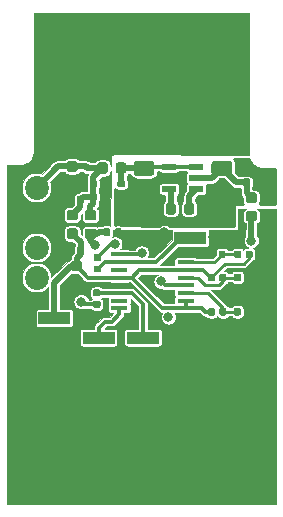
<source format=gbr>
%TF.GenerationSoftware,KiCad,Pcbnew,5.1.5-52549c5~84~ubuntu18.04.1*%
%TF.CreationDate,2020-02-03T06:40:28+01:00*%
%TF.ProjectId,HMC_RF_IPE,484d435f-5246-45f4-9950-452e6b696361,rev?*%
%TF.SameCoordinates,Original*%
%TF.FileFunction,Copper,L4,Bot*%
%TF.FilePolarity,Positive*%
%FSLAX46Y46*%
G04 Gerber Fmt 4.6, Leading zero omitted, Abs format (unit mm)*
G04 Created by KiCad (PCBNEW 5.1.5-52549c5~84~ubuntu18.04.1) date 2020-02-03 06:40:28*
%MOMM*%
%LPD*%
G04 APERTURE LIST*
%TA.AperFunction,SMDPad,CuDef*%
%ADD10R,2.670000X1.020000*%
%TD*%
%TA.AperFunction,SMDPad,CuDef*%
%ADD11C,0.100000*%
%TD*%
%TA.AperFunction,ComponentPad*%
%ADD12C,2.020000*%
%TD*%
%TA.AperFunction,SMDPad,CuDef*%
%ADD13R,5.080000X2.410000*%
%TD*%
%TA.AperFunction,SMDPad,CuDef*%
%ADD14R,1.473200X0.355600*%
%TD*%
%TA.AperFunction,SMDPad,CuDef*%
%ADD15R,1.219200X0.508000*%
%TD*%
%TA.AperFunction,ViaPad*%
%ADD16C,0.400000*%
%TD*%
%TA.AperFunction,ViaPad*%
%ADD17C,0.800000*%
%TD*%
%TA.AperFunction,Conductor*%
%ADD18C,0.300000*%
%TD*%
%TA.AperFunction,Conductor*%
%ADD19C,0.520000*%
%TD*%
%TA.AperFunction,Conductor*%
%ADD20C,0.510000*%
%TD*%
%TA.AperFunction,Conductor*%
%ADD21C,0.250000*%
%TD*%
%TA.AperFunction,Conductor*%
%ADD22C,0.254000*%
%TD*%
%TA.AperFunction,Conductor*%
%ADD23C,0.100000*%
%TD*%
G04 APERTURE END LIST*
D10*
%TO.P,GND,1*%
%TO.N,GNDS*%
X148803410Y-74423200D03*
%TD*%
%TA.AperFunction,SMDPad,CuDef*%
D11*
%TO.P,C23,2*%
%TO.N,GND*%
G36*
X139440368Y-72253910D02*
G01*
X139454686Y-72256034D01*
X139468727Y-72259551D01*
X139482356Y-72264428D01*
X139495441Y-72270617D01*
X139507857Y-72278058D01*
X139519483Y-72286681D01*
X139530208Y-72296402D01*
X139539929Y-72307127D01*
X139548552Y-72318753D01*
X139555993Y-72331169D01*
X139562182Y-72344254D01*
X139567059Y-72357883D01*
X139570576Y-72371924D01*
X139572700Y-72386242D01*
X139573410Y-72400700D01*
X139573410Y-72745700D01*
X139572700Y-72760158D01*
X139570576Y-72774476D01*
X139567059Y-72788517D01*
X139562182Y-72802146D01*
X139555993Y-72815231D01*
X139548552Y-72827647D01*
X139539929Y-72839273D01*
X139530208Y-72849998D01*
X139519483Y-72859719D01*
X139507857Y-72868342D01*
X139495441Y-72875783D01*
X139482356Y-72881972D01*
X139468727Y-72886849D01*
X139454686Y-72890366D01*
X139440368Y-72892490D01*
X139425910Y-72893200D01*
X139130910Y-72893200D01*
X139116452Y-72892490D01*
X139102134Y-72890366D01*
X139088093Y-72886849D01*
X139074464Y-72881972D01*
X139061379Y-72875783D01*
X139048963Y-72868342D01*
X139037337Y-72859719D01*
X139026612Y-72849998D01*
X139016891Y-72839273D01*
X139008268Y-72827647D01*
X139000827Y-72815231D01*
X138994638Y-72802146D01*
X138989761Y-72788517D01*
X138986244Y-72774476D01*
X138984120Y-72760158D01*
X138983410Y-72745700D01*
X138983410Y-72400700D01*
X138984120Y-72386242D01*
X138986244Y-72371924D01*
X138989761Y-72357883D01*
X138994638Y-72344254D01*
X139000827Y-72331169D01*
X139008268Y-72318753D01*
X139016891Y-72307127D01*
X139026612Y-72296402D01*
X139037337Y-72286681D01*
X139048963Y-72278058D01*
X139061379Y-72270617D01*
X139074464Y-72264428D01*
X139088093Y-72259551D01*
X139102134Y-72256034D01*
X139116452Y-72253910D01*
X139130910Y-72253200D01*
X139425910Y-72253200D01*
X139440368Y-72253910D01*
G37*
%TD.AperFunction*%
%TA.AperFunction,SMDPad,CuDef*%
%TO.P,C23,1*%
%TO.N,+5V*%
G36*
X138470368Y-72253910D02*
G01*
X138484686Y-72256034D01*
X138498727Y-72259551D01*
X138512356Y-72264428D01*
X138525441Y-72270617D01*
X138537857Y-72278058D01*
X138549483Y-72286681D01*
X138560208Y-72296402D01*
X138569929Y-72307127D01*
X138578552Y-72318753D01*
X138585993Y-72331169D01*
X138592182Y-72344254D01*
X138597059Y-72357883D01*
X138600576Y-72371924D01*
X138602700Y-72386242D01*
X138603410Y-72400700D01*
X138603410Y-72745700D01*
X138602700Y-72760158D01*
X138600576Y-72774476D01*
X138597059Y-72788517D01*
X138592182Y-72802146D01*
X138585993Y-72815231D01*
X138578552Y-72827647D01*
X138569929Y-72839273D01*
X138560208Y-72849998D01*
X138549483Y-72859719D01*
X138537857Y-72868342D01*
X138525441Y-72875783D01*
X138512356Y-72881972D01*
X138498727Y-72886849D01*
X138484686Y-72890366D01*
X138470368Y-72892490D01*
X138455910Y-72893200D01*
X138160910Y-72893200D01*
X138146452Y-72892490D01*
X138132134Y-72890366D01*
X138118093Y-72886849D01*
X138104464Y-72881972D01*
X138091379Y-72875783D01*
X138078963Y-72868342D01*
X138067337Y-72859719D01*
X138056612Y-72849998D01*
X138046891Y-72839273D01*
X138038268Y-72827647D01*
X138030827Y-72815231D01*
X138024638Y-72802146D01*
X138019761Y-72788517D01*
X138016244Y-72774476D01*
X138014120Y-72760158D01*
X138013410Y-72745700D01*
X138013410Y-72400700D01*
X138014120Y-72386242D01*
X138016244Y-72371924D01*
X138019761Y-72357883D01*
X138024638Y-72344254D01*
X138030827Y-72331169D01*
X138038268Y-72318753D01*
X138046891Y-72307127D01*
X138056612Y-72296402D01*
X138067337Y-72286681D01*
X138078963Y-72278058D01*
X138091379Y-72270617D01*
X138104464Y-72264428D01*
X138118093Y-72259551D01*
X138132134Y-72256034D01*
X138146452Y-72253910D01*
X138160910Y-72253200D01*
X138455910Y-72253200D01*
X138470368Y-72253910D01*
G37*
%TD.AperFunction*%
%TD*%
%TA.AperFunction,SMDPad,CuDef*%
%TO.P,C22,1*%
%TO.N,+5V*%
G36*
X138470368Y-71153910D02*
G01*
X138484686Y-71156034D01*
X138498727Y-71159551D01*
X138512356Y-71164428D01*
X138525441Y-71170617D01*
X138537857Y-71178058D01*
X138549483Y-71186681D01*
X138560208Y-71196402D01*
X138569929Y-71207127D01*
X138578552Y-71218753D01*
X138585993Y-71231169D01*
X138592182Y-71244254D01*
X138597059Y-71257883D01*
X138600576Y-71271924D01*
X138602700Y-71286242D01*
X138603410Y-71300700D01*
X138603410Y-71645700D01*
X138602700Y-71660158D01*
X138600576Y-71674476D01*
X138597059Y-71688517D01*
X138592182Y-71702146D01*
X138585993Y-71715231D01*
X138578552Y-71727647D01*
X138569929Y-71739273D01*
X138560208Y-71749998D01*
X138549483Y-71759719D01*
X138537857Y-71768342D01*
X138525441Y-71775783D01*
X138512356Y-71781972D01*
X138498727Y-71786849D01*
X138484686Y-71790366D01*
X138470368Y-71792490D01*
X138455910Y-71793200D01*
X138160910Y-71793200D01*
X138146452Y-71792490D01*
X138132134Y-71790366D01*
X138118093Y-71786849D01*
X138104464Y-71781972D01*
X138091379Y-71775783D01*
X138078963Y-71768342D01*
X138067337Y-71759719D01*
X138056612Y-71749998D01*
X138046891Y-71739273D01*
X138038268Y-71727647D01*
X138030827Y-71715231D01*
X138024638Y-71702146D01*
X138019761Y-71688517D01*
X138016244Y-71674476D01*
X138014120Y-71660158D01*
X138013410Y-71645700D01*
X138013410Y-71300700D01*
X138014120Y-71286242D01*
X138016244Y-71271924D01*
X138019761Y-71257883D01*
X138024638Y-71244254D01*
X138030827Y-71231169D01*
X138038268Y-71218753D01*
X138046891Y-71207127D01*
X138056612Y-71196402D01*
X138067337Y-71186681D01*
X138078963Y-71178058D01*
X138091379Y-71170617D01*
X138104464Y-71164428D01*
X138118093Y-71159551D01*
X138132134Y-71156034D01*
X138146452Y-71153910D01*
X138160910Y-71153200D01*
X138455910Y-71153200D01*
X138470368Y-71153910D01*
G37*
%TD.AperFunction*%
%TA.AperFunction,SMDPad,CuDef*%
%TO.P,C22,2*%
%TO.N,GND*%
G36*
X139440368Y-71153910D02*
G01*
X139454686Y-71156034D01*
X139468727Y-71159551D01*
X139482356Y-71164428D01*
X139495441Y-71170617D01*
X139507857Y-71178058D01*
X139519483Y-71186681D01*
X139530208Y-71196402D01*
X139539929Y-71207127D01*
X139548552Y-71218753D01*
X139555993Y-71231169D01*
X139562182Y-71244254D01*
X139567059Y-71257883D01*
X139570576Y-71271924D01*
X139572700Y-71286242D01*
X139573410Y-71300700D01*
X139573410Y-71645700D01*
X139572700Y-71660158D01*
X139570576Y-71674476D01*
X139567059Y-71688517D01*
X139562182Y-71702146D01*
X139555993Y-71715231D01*
X139548552Y-71727647D01*
X139539929Y-71739273D01*
X139530208Y-71749998D01*
X139519483Y-71759719D01*
X139507857Y-71768342D01*
X139495441Y-71775783D01*
X139482356Y-71781972D01*
X139468727Y-71786849D01*
X139454686Y-71790366D01*
X139440368Y-71792490D01*
X139425910Y-71793200D01*
X139130910Y-71793200D01*
X139116452Y-71792490D01*
X139102134Y-71790366D01*
X139088093Y-71786849D01*
X139074464Y-71781972D01*
X139061379Y-71775783D01*
X139048963Y-71768342D01*
X139037337Y-71759719D01*
X139026612Y-71749998D01*
X139016891Y-71739273D01*
X139008268Y-71727647D01*
X139000827Y-71715231D01*
X138994638Y-71702146D01*
X138989761Y-71688517D01*
X138986244Y-71674476D01*
X138984120Y-71660158D01*
X138983410Y-71645700D01*
X138983410Y-71300700D01*
X138984120Y-71286242D01*
X138986244Y-71271924D01*
X138989761Y-71257883D01*
X138994638Y-71244254D01*
X139000827Y-71231169D01*
X139008268Y-71218753D01*
X139016891Y-71207127D01*
X139026612Y-71196402D01*
X139037337Y-71186681D01*
X139048963Y-71178058D01*
X139061379Y-71170617D01*
X139074464Y-71164428D01*
X139088093Y-71159551D01*
X139102134Y-71156034D01*
X139116452Y-71153910D01*
X139130910Y-71153200D01*
X139425910Y-71153200D01*
X139440368Y-71153910D01*
G37*
%TD.AperFunction*%
%TD*%
%TA.AperFunction,SMDPad,CuDef*%
%TO.P,C20,2*%
%TO.N,GND*%
G36*
X136410368Y-72493910D02*
G01*
X136424686Y-72496034D01*
X136438727Y-72499551D01*
X136452356Y-72504428D01*
X136465441Y-72510617D01*
X136477857Y-72518058D01*
X136489483Y-72526681D01*
X136500208Y-72536402D01*
X136509929Y-72547127D01*
X136518552Y-72558753D01*
X136525993Y-72571169D01*
X136532182Y-72584254D01*
X136537059Y-72597883D01*
X136540576Y-72611924D01*
X136542700Y-72626242D01*
X136543410Y-72640700D01*
X136543410Y-72985700D01*
X136542700Y-73000158D01*
X136540576Y-73014476D01*
X136537059Y-73028517D01*
X136532182Y-73042146D01*
X136525993Y-73055231D01*
X136518552Y-73067647D01*
X136509929Y-73079273D01*
X136500208Y-73089998D01*
X136489483Y-73099719D01*
X136477857Y-73108342D01*
X136465441Y-73115783D01*
X136452356Y-73121972D01*
X136438727Y-73126849D01*
X136424686Y-73130366D01*
X136410368Y-73132490D01*
X136395910Y-73133200D01*
X136100910Y-73133200D01*
X136086452Y-73132490D01*
X136072134Y-73130366D01*
X136058093Y-73126849D01*
X136044464Y-73121972D01*
X136031379Y-73115783D01*
X136018963Y-73108342D01*
X136007337Y-73099719D01*
X135996612Y-73089998D01*
X135986891Y-73079273D01*
X135978268Y-73067647D01*
X135970827Y-73055231D01*
X135964638Y-73042146D01*
X135959761Y-73028517D01*
X135956244Y-73014476D01*
X135954120Y-73000158D01*
X135953410Y-72985700D01*
X135953410Y-72640700D01*
X135954120Y-72626242D01*
X135956244Y-72611924D01*
X135959761Y-72597883D01*
X135964638Y-72584254D01*
X135970827Y-72571169D01*
X135978268Y-72558753D01*
X135986891Y-72547127D01*
X135996612Y-72536402D01*
X136007337Y-72526681D01*
X136018963Y-72518058D01*
X136031379Y-72510617D01*
X136044464Y-72504428D01*
X136058093Y-72499551D01*
X136072134Y-72496034D01*
X136086452Y-72493910D01*
X136100910Y-72493200D01*
X136395910Y-72493200D01*
X136410368Y-72493910D01*
G37*
%TD.AperFunction*%
%TA.AperFunction,SMDPad,CuDef*%
%TO.P,C20,1*%
%TO.N,+5V*%
G36*
X137380368Y-72493910D02*
G01*
X137394686Y-72496034D01*
X137408727Y-72499551D01*
X137422356Y-72504428D01*
X137435441Y-72510617D01*
X137447857Y-72518058D01*
X137459483Y-72526681D01*
X137470208Y-72536402D01*
X137479929Y-72547127D01*
X137488552Y-72558753D01*
X137495993Y-72571169D01*
X137502182Y-72584254D01*
X137507059Y-72597883D01*
X137510576Y-72611924D01*
X137512700Y-72626242D01*
X137513410Y-72640700D01*
X137513410Y-72985700D01*
X137512700Y-73000158D01*
X137510576Y-73014476D01*
X137507059Y-73028517D01*
X137502182Y-73042146D01*
X137495993Y-73055231D01*
X137488552Y-73067647D01*
X137479929Y-73079273D01*
X137470208Y-73089998D01*
X137459483Y-73099719D01*
X137447857Y-73108342D01*
X137435441Y-73115783D01*
X137422356Y-73121972D01*
X137408727Y-73126849D01*
X137394686Y-73130366D01*
X137380368Y-73132490D01*
X137365910Y-73133200D01*
X137070910Y-73133200D01*
X137056452Y-73132490D01*
X137042134Y-73130366D01*
X137028093Y-73126849D01*
X137014464Y-73121972D01*
X137001379Y-73115783D01*
X136988963Y-73108342D01*
X136977337Y-73099719D01*
X136966612Y-73089998D01*
X136956891Y-73079273D01*
X136948268Y-73067647D01*
X136940827Y-73055231D01*
X136934638Y-73042146D01*
X136929761Y-73028517D01*
X136926244Y-73014476D01*
X136924120Y-73000158D01*
X136923410Y-72985700D01*
X136923410Y-72640700D01*
X136924120Y-72626242D01*
X136926244Y-72611924D01*
X136929761Y-72597883D01*
X136934638Y-72584254D01*
X136940827Y-72571169D01*
X136948268Y-72558753D01*
X136956891Y-72547127D01*
X136966612Y-72536402D01*
X136977337Y-72526681D01*
X136988963Y-72518058D01*
X137001379Y-72510617D01*
X137014464Y-72504428D01*
X137028093Y-72499551D01*
X137042134Y-72496034D01*
X137056452Y-72493910D01*
X137070910Y-72493200D01*
X137365910Y-72493200D01*
X137380368Y-72493910D01*
G37*
%TD.AperFunction*%
%TD*%
%TA.AperFunction,SMDPad,CuDef*%
%TO.P,C12,2*%
%TO.N,GNDS*%
G36*
X149852914Y-72309404D02*
G01*
X149877183Y-72313004D01*
X149900981Y-72318965D01*
X149924081Y-72327230D01*
X149946259Y-72337720D01*
X149967303Y-72350333D01*
X149987008Y-72364947D01*
X150005187Y-72381423D01*
X150021663Y-72399602D01*
X150036277Y-72419307D01*
X150048890Y-72440351D01*
X150059380Y-72462529D01*
X150067645Y-72485629D01*
X150073606Y-72509427D01*
X150077206Y-72533696D01*
X150078410Y-72558200D01*
X150078410Y-73308200D01*
X150077206Y-73332704D01*
X150073606Y-73356973D01*
X150067645Y-73380771D01*
X150059380Y-73403871D01*
X150048890Y-73426049D01*
X150036277Y-73447093D01*
X150021663Y-73466798D01*
X150005187Y-73484977D01*
X149987008Y-73501453D01*
X149967303Y-73516067D01*
X149946259Y-73528680D01*
X149924081Y-73539170D01*
X149900981Y-73547435D01*
X149877183Y-73553396D01*
X149852914Y-73556996D01*
X149828410Y-73558200D01*
X148578410Y-73558200D01*
X148553906Y-73556996D01*
X148529637Y-73553396D01*
X148505839Y-73547435D01*
X148482739Y-73539170D01*
X148460561Y-73528680D01*
X148439517Y-73516067D01*
X148419812Y-73501453D01*
X148401633Y-73484977D01*
X148385157Y-73466798D01*
X148370543Y-73447093D01*
X148357930Y-73426049D01*
X148347440Y-73403871D01*
X148339175Y-73380771D01*
X148333214Y-73356973D01*
X148329614Y-73332704D01*
X148328410Y-73308200D01*
X148328410Y-72558200D01*
X148329614Y-72533696D01*
X148333214Y-72509427D01*
X148339175Y-72485629D01*
X148347440Y-72462529D01*
X148357930Y-72440351D01*
X148370543Y-72419307D01*
X148385157Y-72399602D01*
X148401633Y-72381423D01*
X148419812Y-72364947D01*
X148439517Y-72350333D01*
X148460561Y-72337720D01*
X148482739Y-72327230D01*
X148505839Y-72318965D01*
X148529637Y-72313004D01*
X148553906Y-72309404D01*
X148578410Y-72308200D01*
X149828410Y-72308200D01*
X149852914Y-72309404D01*
G37*
%TD.AperFunction*%
%TA.AperFunction,SMDPad,CuDef*%
%TO.P,C12,1*%
%TO.N,Net-(C12-Pad1)*%
G36*
X149852914Y-69509404D02*
G01*
X149877183Y-69513004D01*
X149900981Y-69518965D01*
X149924081Y-69527230D01*
X149946259Y-69537720D01*
X149967303Y-69550333D01*
X149987008Y-69564947D01*
X150005187Y-69581423D01*
X150021663Y-69599602D01*
X150036277Y-69619307D01*
X150048890Y-69640351D01*
X150059380Y-69662529D01*
X150067645Y-69685629D01*
X150073606Y-69709427D01*
X150077206Y-69733696D01*
X150078410Y-69758200D01*
X150078410Y-70508200D01*
X150077206Y-70532704D01*
X150073606Y-70556973D01*
X150067645Y-70580771D01*
X150059380Y-70603871D01*
X150048890Y-70626049D01*
X150036277Y-70647093D01*
X150021663Y-70666798D01*
X150005187Y-70684977D01*
X149987008Y-70701453D01*
X149967303Y-70716067D01*
X149946259Y-70728680D01*
X149924081Y-70739170D01*
X149900981Y-70747435D01*
X149877183Y-70753396D01*
X149852914Y-70756996D01*
X149828410Y-70758200D01*
X148578410Y-70758200D01*
X148553906Y-70756996D01*
X148529637Y-70753396D01*
X148505839Y-70747435D01*
X148482739Y-70739170D01*
X148460561Y-70728680D01*
X148439517Y-70716067D01*
X148419812Y-70701453D01*
X148401633Y-70684977D01*
X148385157Y-70666798D01*
X148370543Y-70647093D01*
X148357930Y-70626049D01*
X148347440Y-70603871D01*
X148339175Y-70580771D01*
X148333214Y-70556973D01*
X148329614Y-70532704D01*
X148328410Y-70508200D01*
X148328410Y-69758200D01*
X148329614Y-69733696D01*
X148333214Y-69709427D01*
X148339175Y-69685629D01*
X148347440Y-69662529D01*
X148357930Y-69640351D01*
X148370543Y-69619307D01*
X148385157Y-69599602D01*
X148401633Y-69581423D01*
X148419812Y-69564947D01*
X148439517Y-69550333D01*
X148460561Y-69537720D01*
X148482739Y-69527230D01*
X148505839Y-69518965D01*
X148529637Y-69513004D01*
X148553906Y-69509404D01*
X148578410Y-69508200D01*
X149828410Y-69508200D01*
X149852914Y-69509404D01*
G37*
%TD.AperFunction*%
%TD*%
%TA.AperFunction,SMDPad,CuDef*%
%TO.P,C5,2*%
%TO.N,GNDS*%
G36*
X152430368Y-71003910D02*
G01*
X152444686Y-71006034D01*
X152458727Y-71009551D01*
X152472356Y-71014428D01*
X152485441Y-71020617D01*
X152497857Y-71028058D01*
X152509483Y-71036681D01*
X152520208Y-71046402D01*
X152529929Y-71057127D01*
X152538552Y-71068753D01*
X152545993Y-71081169D01*
X152552182Y-71094254D01*
X152557059Y-71107883D01*
X152560576Y-71121924D01*
X152562700Y-71136242D01*
X152563410Y-71150700D01*
X152563410Y-71495700D01*
X152562700Y-71510158D01*
X152560576Y-71524476D01*
X152557059Y-71538517D01*
X152552182Y-71552146D01*
X152545993Y-71565231D01*
X152538552Y-71577647D01*
X152529929Y-71589273D01*
X152520208Y-71599998D01*
X152509483Y-71609719D01*
X152497857Y-71618342D01*
X152485441Y-71625783D01*
X152472356Y-71631972D01*
X152458727Y-71636849D01*
X152444686Y-71640366D01*
X152430368Y-71642490D01*
X152415910Y-71643200D01*
X152120910Y-71643200D01*
X152106452Y-71642490D01*
X152092134Y-71640366D01*
X152078093Y-71636849D01*
X152064464Y-71631972D01*
X152051379Y-71625783D01*
X152038963Y-71618342D01*
X152027337Y-71609719D01*
X152016612Y-71599998D01*
X152006891Y-71589273D01*
X151998268Y-71577647D01*
X151990827Y-71565231D01*
X151984638Y-71552146D01*
X151979761Y-71538517D01*
X151976244Y-71524476D01*
X151974120Y-71510158D01*
X151973410Y-71495700D01*
X151973410Y-71150700D01*
X151974120Y-71136242D01*
X151976244Y-71121924D01*
X151979761Y-71107883D01*
X151984638Y-71094254D01*
X151990827Y-71081169D01*
X151998268Y-71068753D01*
X152006891Y-71057127D01*
X152016612Y-71046402D01*
X152027337Y-71036681D01*
X152038963Y-71028058D01*
X152051379Y-71020617D01*
X152064464Y-71014428D01*
X152078093Y-71009551D01*
X152092134Y-71006034D01*
X152106452Y-71003910D01*
X152120910Y-71003200D01*
X152415910Y-71003200D01*
X152430368Y-71003910D01*
G37*
%TD.AperFunction*%
%TA.AperFunction,SMDPad,CuDef*%
%TO.P,C5,1*%
%TO.N,Net-(C12-Pad1)*%
G36*
X151460368Y-71003910D02*
G01*
X151474686Y-71006034D01*
X151488727Y-71009551D01*
X151502356Y-71014428D01*
X151515441Y-71020617D01*
X151527857Y-71028058D01*
X151539483Y-71036681D01*
X151550208Y-71046402D01*
X151559929Y-71057127D01*
X151568552Y-71068753D01*
X151575993Y-71081169D01*
X151582182Y-71094254D01*
X151587059Y-71107883D01*
X151590576Y-71121924D01*
X151592700Y-71136242D01*
X151593410Y-71150700D01*
X151593410Y-71495700D01*
X151592700Y-71510158D01*
X151590576Y-71524476D01*
X151587059Y-71538517D01*
X151582182Y-71552146D01*
X151575993Y-71565231D01*
X151568552Y-71577647D01*
X151559929Y-71589273D01*
X151550208Y-71599998D01*
X151539483Y-71609719D01*
X151527857Y-71618342D01*
X151515441Y-71625783D01*
X151502356Y-71631972D01*
X151488727Y-71636849D01*
X151474686Y-71640366D01*
X151460368Y-71642490D01*
X151445910Y-71643200D01*
X151150910Y-71643200D01*
X151136452Y-71642490D01*
X151122134Y-71640366D01*
X151108093Y-71636849D01*
X151094464Y-71631972D01*
X151081379Y-71625783D01*
X151068963Y-71618342D01*
X151057337Y-71609719D01*
X151046612Y-71599998D01*
X151036891Y-71589273D01*
X151028268Y-71577647D01*
X151020827Y-71565231D01*
X151014638Y-71552146D01*
X151009761Y-71538517D01*
X151006244Y-71524476D01*
X151004120Y-71510158D01*
X151003410Y-71495700D01*
X151003410Y-71150700D01*
X151004120Y-71136242D01*
X151006244Y-71121924D01*
X151009761Y-71107883D01*
X151014638Y-71094254D01*
X151020827Y-71081169D01*
X151028268Y-71068753D01*
X151036891Y-71057127D01*
X151046612Y-71046402D01*
X151057337Y-71036681D01*
X151068963Y-71028058D01*
X151081379Y-71020617D01*
X151094464Y-71014428D01*
X151108093Y-71009551D01*
X151122134Y-71006034D01*
X151136452Y-71003910D01*
X151150910Y-71003200D01*
X151445910Y-71003200D01*
X151460368Y-71003910D01*
G37*
%TD.AperFunction*%
%TD*%
%TA.AperFunction,SMDPad,CuDef*%
%TO.P,L2,2*%
%TO.N,Net-(C12-Pad1)*%
G36*
X151991101Y-72189253D02*
G01*
X152012336Y-72192403D01*
X152033160Y-72197619D01*
X152053372Y-72204851D01*
X152072778Y-72214030D01*
X152091191Y-72225066D01*
X152108434Y-72237854D01*
X152124340Y-72252270D01*
X152138756Y-72268176D01*
X152151544Y-72285419D01*
X152162580Y-72303832D01*
X152171759Y-72323238D01*
X152178991Y-72343450D01*
X152184207Y-72364274D01*
X152187357Y-72385509D01*
X152188410Y-72406950D01*
X152188410Y-72844450D01*
X152187357Y-72865891D01*
X152184207Y-72887126D01*
X152178991Y-72907950D01*
X152171759Y-72928162D01*
X152162580Y-72947568D01*
X152151544Y-72965981D01*
X152138756Y-72983224D01*
X152124340Y-72999130D01*
X152108434Y-73013546D01*
X152091191Y-73026334D01*
X152072778Y-73037370D01*
X152053372Y-73046549D01*
X152033160Y-73053781D01*
X152012336Y-73058997D01*
X151991101Y-73062147D01*
X151969660Y-73063200D01*
X151457160Y-73063200D01*
X151435719Y-73062147D01*
X151414484Y-73058997D01*
X151393660Y-73053781D01*
X151373448Y-73046549D01*
X151354042Y-73037370D01*
X151335629Y-73026334D01*
X151318386Y-73013546D01*
X151302480Y-72999130D01*
X151288064Y-72983224D01*
X151275276Y-72965981D01*
X151264240Y-72947568D01*
X151255061Y-72928162D01*
X151247829Y-72907950D01*
X151242613Y-72887126D01*
X151239463Y-72865891D01*
X151238410Y-72844450D01*
X151238410Y-72406950D01*
X151239463Y-72385509D01*
X151242613Y-72364274D01*
X151247829Y-72343450D01*
X151255061Y-72323238D01*
X151264240Y-72303832D01*
X151275276Y-72285419D01*
X151288064Y-72268176D01*
X151302480Y-72252270D01*
X151318386Y-72237854D01*
X151335629Y-72225066D01*
X151354042Y-72214030D01*
X151373448Y-72204851D01*
X151393660Y-72197619D01*
X151414484Y-72192403D01*
X151435719Y-72189253D01*
X151457160Y-72188200D01*
X151969660Y-72188200D01*
X151991101Y-72189253D01*
G37*
%TD.AperFunction*%
%TA.AperFunction,SMDPad,CuDef*%
%TO.P,L2,1*%
%TO.N,VSS*%
G36*
X151991101Y-73764253D02*
G01*
X152012336Y-73767403D01*
X152033160Y-73772619D01*
X152053372Y-73779851D01*
X152072778Y-73789030D01*
X152091191Y-73800066D01*
X152108434Y-73812854D01*
X152124340Y-73827270D01*
X152138756Y-73843176D01*
X152151544Y-73860419D01*
X152162580Y-73878832D01*
X152171759Y-73898238D01*
X152178991Y-73918450D01*
X152184207Y-73939274D01*
X152187357Y-73960509D01*
X152188410Y-73981950D01*
X152188410Y-74419450D01*
X152187357Y-74440891D01*
X152184207Y-74462126D01*
X152178991Y-74482950D01*
X152171759Y-74503162D01*
X152162580Y-74522568D01*
X152151544Y-74540981D01*
X152138756Y-74558224D01*
X152124340Y-74574130D01*
X152108434Y-74588546D01*
X152091191Y-74601334D01*
X152072778Y-74612370D01*
X152053372Y-74621549D01*
X152033160Y-74628781D01*
X152012336Y-74633997D01*
X151991101Y-74637147D01*
X151969660Y-74638200D01*
X151457160Y-74638200D01*
X151435719Y-74637147D01*
X151414484Y-74633997D01*
X151393660Y-74628781D01*
X151373448Y-74621549D01*
X151354042Y-74612370D01*
X151335629Y-74601334D01*
X151318386Y-74588546D01*
X151302480Y-74574130D01*
X151288064Y-74558224D01*
X151275276Y-74540981D01*
X151264240Y-74522568D01*
X151255061Y-74503162D01*
X151247829Y-74482950D01*
X151242613Y-74462126D01*
X151239463Y-74440891D01*
X151238410Y-74419450D01*
X151238410Y-73981950D01*
X151239463Y-73960509D01*
X151242613Y-73939274D01*
X151247829Y-73918450D01*
X151255061Y-73898238D01*
X151264240Y-73878832D01*
X151275276Y-73860419D01*
X151288064Y-73843176D01*
X151302480Y-73827270D01*
X151318386Y-73812854D01*
X151335629Y-73800066D01*
X151354042Y-73789030D01*
X151373448Y-73779851D01*
X151393660Y-73772619D01*
X151414484Y-73767403D01*
X151435719Y-73764253D01*
X151457160Y-73763200D01*
X151969660Y-73763200D01*
X151991101Y-73764253D01*
G37*
%TD.AperFunction*%
%TD*%
%TA.AperFunction,SMDPad,CuDef*%
%TO.P,L1,1*%
%TO.N,+5V*%
G36*
X139336101Y-69641753D02*
G01*
X139357336Y-69644903D01*
X139378160Y-69650119D01*
X139398372Y-69657351D01*
X139417778Y-69666530D01*
X139436191Y-69677566D01*
X139453434Y-69690354D01*
X139469340Y-69704770D01*
X139483756Y-69720676D01*
X139496544Y-69737919D01*
X139507580Y-69756332D01*
X139516759Y-69775738D01*
X139523991Y-69795950D01*
X139529207Y-69816774D01*
X139532357Y-69838009D01*
X139533410Y-69859450D01*
X139533410Y-70371950D01*
X139532357Y-70393391D01*
X139529207Y-70414626D01*
X139523991Y-70435450D01*
X139516759Y-70455662D01*
X139507580Y-70475068D01*
X139496544Y-70493481D01*
X139483756Y-70510724D01*
X139469340Y-70526630D01*
X139453434Y-70541046D01*
X139436191Y-70553834D01*
X139417778Y-70564870D01*
X139398372Y-70574049D01*
X139378160Y-70581281D01*
X139357336Y-70586497D01*
X139336101Y-70589647D01*
X139314660Y-70590700D01*
X138877160Y-70590700D01*
X138855719Y-70589647D01*
X138834484Y-70586497D01*
X138813660Y-70581281D01*
X138793448Y-70574049D01*
X138774042Y-70564870D01*
X138755629Y-70553834D01*
X138738386Y-70541046D01*
X138722480Y-70526630D01*
X138708064Y-70510724D01*
X138695276Y-70493481D01*
X138684240Y-70475068D01*
X138675061Y-70455662D01*
X138667829Y-70435450D01*
X138662613Y-70414626D01*
X138659463Y-70393391D01*
X138658410Y-70371950D01*
X138658410Y-69859450D01*
X138659463Y-69838009D01*
X138662613Y-69816774D01*
X138667829Y-69795950D01*
X138675061Y-69775738D01*
X138684240Y-69756332D01*
X138695276Y-69737919D01*
X138708064Y-69720676D01*
X138722480Y-69704770D01*
X138738386Y-69690354D01*
X138755629Y-69677566D01*
X138774042Y-69666530D01*
X138793448Y-69657351D01*
X138813660Y-69650119D01*
X138834484Y-69644903D01*
X138855719Y-69641753D01*
X138877160Y-69640700D01*
X139314660Y-69640700D01*
X139336101Y-69641753D01*
G37*
%TD.AperFunction*%
%TA.AperFunction,SMDPad,CuDef*%
%TO.P,L1,2*%
%TO.N,Net-(C1-Pad1)*%
G36*
X140911101Y-69641753D02*
G01*
X140932336Y-69644903D01*
X140953160Y-69650119D01*
X140973372Y-69657351D01*
X140992778Y-69666530D01*
X141011191Y-69677566D01*
X141028434Y-69690354D01*
X141044340Y-69704770D01*
X141058756Y-69720676D01*
X141071544Y-69737919D01*
X141082580Y-69756332D01*
X141091759Y-69775738D01*
X141098991Y-69795950D01*
X141104207Y-69816774D01*
X141107357Y-69838009D01*
X141108410Y-69859450D01*
X141108410Y-70371950D01*
X141107357Y-70393391D01*
X141104207Y-70414626D01*
X141098991Y-70435450D01*
X141091759Y-70455662D01*
X141082580Y-70475068D01*
X141071544Y-70493481D01*
X141058756Y-70510724D01*
X141044340Y-70526630D01*
X141028434Y-70541046D01*
X141011191Y-70553834D01*
X140992778Y-70564870D01*
X140973372Y-70574049D01*
X140953160Y-70581281D01*
X140932336Y-70586497D01*
X140911101Y-70589647D01*
X140889660Y-70590700D01*
X140452160Y-70590700D01*
X140430719Y-70589647D01*
X140409484Y-70586497D01*
X140388660Y-70581281D01*
X140368448Y-70574049D01*
X140349042Y-70564870D01*
X140330629Y-70553834D01*
X140313386Y-70541046D01*
X140297480Y-70526630D01*
X140283064Y-70510724D01*
X140270276Y-70493481D01*
X140259240Y-70475068D01*
X140250061Y-70455662D01*
X140242829Y-70435450D01*
X140237613Y-70414626D01*
X140234463Y-70393391D01*
X140233410Y-70371950D01*
X140233410Y-69859450D01*
X140234463Y-69838009D01*
X140237613Y-69816774D01*
X140242829Y-69795950D01*
X140250061Y-69775738D01*
X140259240Y-69756332D01*
X140270276Y-69737919D01*
X140283064Y-69720676D01*
X140297480Y-69704770D01*
X140313386Y-69690354D01*
X140330629Y-69677566D01*
X140349042Y-69666530D01*
X140368448Y-69657351D01*
X140388660Y-69650119D01*
X140409484Y-69644903D01*
X140430719Y-69641753D01*
X140452160Y-69640700D01*
X140889660Y-69640700D01*
X140911101Y-69641753D01*
G37*
%TD.AperFunction*%
%TD*%
%TA.AperFunction,SMDPad,CuDef*%
%TO.P,L4,2*%
%TO.N,Net-(5V1-Pad1)*%
G36*
X136821101Y-75234253D02*
G01*
X136842336Y-75237403D01*
X136863160Y-75242619D01*
X136883372Y-75249851D01*
X136902778Y-75259030D01*
X136921191Y-75270066D01*
X136938434Y-75282854D01*
X136954340Y-75297270D01*
X136968756Y-75313176D01*
X136981544Y-75330419D01*
X136992580Y-75348832D01*
X137001759Y-75368238D01*
X137008991Y-75388450D01*
X137014207Y-75409274D01*
X137017357Y-75430509D01*
X137018410Y-75451950D01*
X137018410Y-75889450D01*
X137017357Y-75910891D01*
X137014207Y-75932126D01*
X137008991Y-75952950D01*
X137001759Y-75973162D01*
X136992580Y-75992568D01*
X136981544Y-76010981D01*
X136968756Y-76028224D01*
X136954340Y-76044130D01*
X136938434Y-76058546D01*
X136921191Y-76071334D01*
X136902778Y-76082370D01*
X136883372Y-76091549D01*
X136863160Y-76098781D01*
X136842336Y-76103997D01*
X136821101Y-76107147D01*
X136799660Y-76108200D01*
X136287160Y-76108200D01*
X136265719Y-76107147D01*
X136244484Y-76103997D01*
X136223660Y-76098781D01*
X136203448Y-76091549D01*
X136184042Y-76082370D01*
X136165629Y-76071334D01*
X136148386Y-76058546D01*
X136132480Y-76044130D01*
X136118064Y-76028224D01*
X136105276Y-76010981D01*
X136094240Y-75992568D01*
X136085061Y-75973162D01*
X136077829Y-75952950D01*
X136072613Y-75932126D01*
X136069463Y-75910891D01*
X136068410Y-75889450D01*
X136068410Y-75451950D01*
X136069463Y-75430509D01*
X136072613Y-75409274D01*
X136077829Y-75388450D01*
X136085061Y-75368238D01*
X136094240Y-75348832D01*
X136105276Y-75330419D01*
X136118064Y-75313176D01*
X136132480Y-75297270D01*
X136148386Y-75282854D01*
X136165629Y-75270066D01*
X136184042Y-75259030D01*
X136203448Y-75249851D01*
X136223660Y-75242619D01*
X136244484Y-75237403D01*
X136265719Y-75234253D01*
X136287160Y-75233200D01*
X136799660Y-75233200D01*
X136821101Y-75234253D01*
G37*
%TD.AperFunction*%
%TA.AperFunction,SMDPad,CuDef*%
%TO.P,L4,1*%
%TO.N,+5V*%
G36*
X136821101Y-73659253D02*
G01*
X136842336Y-73662403D01*
X136863160Y-73667619D01*
X136883372Y-73674851D01*
X136902778Y-73684030D01*
X136921191Y-73695066D01*
X136938434Y-73707854D01*
X136954340Y-73722270D01*
X136968756Y-73738176D01*
X136981544Y-73755419D01*
X136992580Y-73773832D01*
X137001759Y-73793238D01*
X137008991Y-73813450D01*
X137014207Y-73834274D01*
X137017357Y-73855509D01*
X137018410Y-73876950D01*
X137018410Y-74314450D01*
X137017357Y-74335891D01*
X137014207Y-74357126D01*
X137008991Y-74377950D01*
X137001759Y-74398162D01*
X136992580Y-74417568D01*
X136981544Y-74435981D01*
X136968756Y-74453224D01*
X136954340Y-74469130D01*
X136938434Y-74483546D01*
X136921191Y-74496334D01*
X136902778Y-74507370D01*
X136883372Y-74516549D01*
X136863160Y-74523781D01*
X136842336Y-74528997D01*
X136821101Y-74532147D01*
X136799660Y-74533200D01*
X136287160Y-74533200D01*
X136265719Y-74532147D01*
X136244484Y-74528997D01*
X136223660Y-74523781D01*
X136203448Y-74516549D01*
X136184042Y-74507370D01*
X136165629Y-74496334D01*
X136148386Y-74483546D01*
X136132480Y-74469130D01*
X136118064Y-74453224D01*
X136105276Y-74435981D01*
X136094240Y-74417568D01*
X136085061Y-74398162D01*
X136077829Y-74377950D01*
X136072613Y-74357126D01*
X136069463Y-74335891D01*
X136068410Y-74314450D01*
X136068410Y-73876950D01*
X136069463Y-73855509D01*
X136072613Y-73834274D01*
X136077829Y-73813450D01*
X136085061Y-73793238D01*
X136094240Y-73773832D01*
X136105276Y-73755419D01*
X136118064Y-73738176D01*
X136132480Y-73722270D01*
X136148386Y-73707854D01*
X136165629Y-73695066D01*
X136184042Y-73684030D01*
X136203448Y-73674851D01*
X136223660Y-73667619D01*
X136244484Y-73662403D01*
X136265719Y-73659253D01*
X136287160Y-73658200D01*
X136799660Y-73658200D01*
X136821101Y-73659253D01*
G37*
%TD.AperFunction*%
%TD*%
%TA.AperFunction,SMDPad,CuDef*%
%TO.P,L3,2*%
%TO.N,Net-(C10-Pad1)*%
G36*
X138361101Y-75244253D02*
G01*
X138382336Y-75247403D01*
X138403160Y-75252619D01*
X138423372Y-75259851D01*
X138442778Y-75269030D01*
X138461191Y-75280066D01*
X138478434Y-75292854D01*
X138494340Y-75307270D01*
X138508756Y-75323176D01*
X138521544Y-75340419D01*
X138532580Y-75358832D01*
X138541759Y-75378238D01*
X138548991Y-75398450D01*
X138554207Y-75419274D01*
X138557357Y-75440509D01*
X138558410Y-75461950D01*
X138558410Y-75899450D01*
X138557357Y-75920891D01*
X138554207Y-75942126D01*
X138548991Y-75962950D01*
X138541759Y-75983162D01*
X138532580Y-76002568D01*
X138521544Y-76020981D01*
X138508756Y-76038224D01*
X138494340Y-76054130D01*
X138478434Y-76068546D01*
X138461191Y-76081334D01*
X138442778Y-76092370D01*
X138423372Y-76101549D01*
X138403160Y-76108781D01*
X138382336Y-76113997D01*
X138361101Y-76117147D01*
X138339660Y-76118200D01*
X137827160Y-76118200D01*
X137805719Y-76117147D01*
X137784484Y-76113997D01*
X137763660Y-76108781D01*
X137743448Y-76101549D01*
X137724042Y-76092370D01*
X137705629Y-76081334D01*
X137688386Y-76068546D01*
X137672480Y-76054130D01*
X137658064Y-76038224D01*
X137645276Y-76020981D01*
X137634240Y-76002568D01*
X137625061Y-75983162D01*
X137617829Y-75962950D01*
X137612613Y-75942126D01*
X137609463Y-75920891D01*
X137608410Y-75899450D01*
X137608410Y-75461950D01*
X137609463Y-75440509D01*
X137612613Y-75419274D01*
X137617829Y-75398450D01*
X137625061Y-75378238D01*
X137634240Y-75358832D01*
X137645276Y-75340419D01*
X137658064Y-75323176D01*
X137672480Y-75307270D01*
X137688386Y-75292854D01*
X137705629Y-75280066D01*
X137724042Y-75269030D01*
X137743448Y-75259851D01*
X137763660Y-75252619D01*
X137784484Y-75247403D01*
X137805719Y-75244253D01*
X137827160Y-75243200D01*
X138339660Y-75243200D01*
X138361101Y-75244253D01*
G37*
%TD.AperFunction*%
%TA.AperFunction,SMDPad,CuDef*%
%TO.P,L3,1*%
%TO.N,+5V*%
G36*
X138361101Y-73669253D02*
G01*
X138382336Y-73672403D01*
X138403160Y-73677619D01*
X138423372Y-73684851D01*
X138442778Y-73694030D01*
X138461191Y-73705066D01*
X138478434Y-73717854D01*
X138494340Y-73732270D01*
X138508756Y-73748176D01*
X138521544Y-73765419D01*
X138532580Y-73783832D01*
X138541759Y-73803238D01*
X138548991Y-73823450D01*
X138554207Y-73844274D01*
X138557357Y-73865509D01*
X138558410Y-73886950D01*
X138558410Y-74324450D01*
X138557357Y-74345891D01*
X138554207Y-74367126D01*
X138548991Y-74387950D01*
X138541759Y-74408162D01*
X138532580Y-74427568D01*
X138521544Y-74445981D01*
X138508756Y-74463224D01*
X138494340Y-74479130D01*
X138478434Y-74493546D01*
X138461191Y-74506334D01*
X138442778Y-74517370D01*
X138423372Y-74526549D01*
X138403160Y-74533781D01*
X138382336Y-74538997D01*
X138361101Y-74542147D01*
X138339660Y-74543200D01*
X137827160Y-74543200D01*
X137805719Y-74542147D01*
X137784484Y-74538997D01*
X137763660Y-74533781D01*
X137743448Y-74526549D01*
X137724042Y-74517370D01*
X137705629Y-74506334D01*
X137688386Y-74493546D01*
X137672480Y-74479130D01*
X137658064Y-74463224D01*
X137645276Y-74445981D01*
X137634240Y-74427568D01*
X137625061Y-74408162D01*
X137617829Y-74387950D01*
X137612613Y-74367126D01*
X137609463Y-74345891D01*
X137608410Y-74324450D01*
X137608410Y-73886950D01*
X137609463Y-73865509D01*
X137612613Y-73844274D01*
X137617829Y-73823450D01*
X137625061Y-73803238D01*
X137634240Y-73783832D01*
X137645276Y-73765419D01*
X137658064Y-73748176D01*
X137672480Y-73732270D01*
X137688386Y-73717854D01*
X137705629Y-73705066D01*
X137724042Y-73694030D01*
X137743448Y-73684851D01*
X137763660Y-73677619D01*
X137784484Y-73672403D01*
X137805719Y-73669253D01*
X137827160Y-73668200D01*
X138339660Y-73668200D01*
X138361101Y-73669253D01*
G37*
%TD.AperFunction*%
%TD*%
D12*
%TO.P,J1,1*%
%TO.N,+5V*%
X133513410Y-71773200D03*
%TO.P,J1,2*%
%TO.N,GND*%
X133513410Y-74313200D03*
%TO.P,J1,3*%
%TO.N,Net-(J1-Pad3)*%
X133513410Y-76853200D03*
%TO.P,J1,4*%
%TO.N,Net-(J1-Pad4)*%
X133513410Y-79393200D03*
%TD*%
D13*
%TO.P,J4,2*%
%TO.N,GND*%
X148973410Y-67353200D03*
X148973410Y-58713200D03*
%TD*%
%TO.P,J5,2*%
%TO.N,GND*%
X135838410Y-58703200D03*
X135838410Y-67343200D03*
%TD*%
%TO.P,J2,2*%
%TO.N,GND*%
X151263410Y-96693200D03*
X151263410Y-88053200D03*
%TD*%
%TO.P,J3,2*%
%TO.N,GND*%
X133543410Y-88053200D03*
X133543410Y-96693200D03*
%TD*%
D14*
%TO.P,U3,16*%
%TO.N,Net-(5V1-Pad1)*%
X146170810Y-81990199D03*
%TO.P,U3,15*%
X146170810Y-81340198D03*
%TO.P,U3,14*%
%TO.N,Net-(R12-Pad2)*%
X146170810Y-80690199D03*
%TO.P,U3,13*%
%TO.N,Net-(J1-Pad4)*%
X146170810Y-80040198D03*
%TO.P,U3,12*%
%TO.N,Net-(R11-Pad2)*%
X146170810Y-79390199D03*
%TO.P,U3,11*%
%TO.N,Net-(5V1-Pad1)*%
X146170810Y-78740201D03*
%TO.P,U3,10*%
%TO.N,Net-(R10-Pad1)*%
X146170810Y-78090199D03*
%TO.P,U3,9*%
%TO.N,GND*%
X146170810Y-77440201D03*
%TO.P,U3,8*%
%TO.N,Net-(J1-Pad3)*%
X140532010Y-77440201D03*
%TO.P,U3,7*%
%TO.N,Net-(R3-Pad2)*%
X140532010Y-78090202D03*
%TO.P,U3,6*%
%TO.N,N/C*%
X140532010Y-78740201D03*
%TO.P,U3,5*%
%TO.N,Net-(5V1-Pad1)*%
X140532010Y-79390202D03*
%TO.P,U3,4*%
%TO.N,GND*%
X140532010Y-80040201D03*
%TO.P,U3,3*%
%TO.N,Net-(R2-Pad2)*%
X140532010Y-80690199D03*
%TO.P,U3,2*%
%TO.N,N/C*%
X140532010Y-81340201D03*
%TO.P,U3,1*%
%TO.N,Net-(U3-Pad1)*%
X140532010Y-81990199D03*
%TD*%
%TA.AperFunction,SMDPad,CuDef*%
D11*
%TO.P,C1,2*%
%TO.N,GNDS*%
G36*
X143262914Y-72319404D02*
G01*
X143287183Y-72323004D01*
X143310981Y-72328965D01*
X143334081Y-72337230D01*
X143356259Y-72347720D01*
X143377303Y-72360333D01*
X143397008Y-72374947D01*
X143415187Y-72391423D01*
X143431663Y-72409602D01*
X143446277Y-72429307D01*
X143458890Y-72450351D01*
X143469380Y-72472529D01*
X143477645Y-72495629D01*
X143483606Y-72519427D01*
X143487206Y-72543696D01*
X143488410Y-72568200D01*
X143488410Y-73318200D01*
X143487206Y-73342704D01*
X143483606Y-73366973D01*
X143477645Y-73390771D01*
X143469380Y-73413871D01*
X143458890Y-73436049D01*
X143446277Y-73457093D01*
X143431663Y-73476798D01*
X143415187Y-73494977D01*
X143397008Y-73511453D01*
X143377303Y-73526067D01*
X143356259Y-73538680D01*
X143334081Y-73549170D01*
X143310981Y-73557435D01*
X143287183Y-73563396D01*
X143262914Y-73566996D01*
X143238410Y-73568200D01*
X141988410Y-73568200D01*
X141963906Y-73566996D01*
X141939637Y-73563396D01*
X141915839Y-73557435D01*
X141892739Y-73549170D01*
X141870561Y-73538680D01*
X141849517Y-73526067D01*
X141829812Y-73511453D01*
X141811633Y-73494977D01*
X141795157Y-73476798D01*
X141780543Y-73457093D01*
X141767930Y-73436049D01*
X141757440Y-73413871D01*
X141749175Y-73390771D01*
X141743214Y-73366973D01*
X141739614Y-73342704D01*
X141738410Y-73318200D01*
X141738410Y-72568200D01*
X141739614Y-72543696D01*
X141743214Y-72519427D01*
X141749175Y-72495629D01*
X141757440Y-72472529D01*
X141767930Y-72450351D01*
X141780543Y-72429307D01*
X141795157Y-72409602D01*
X141811633Y-72391423D01*
X141829812Y-72374947D01*
X141849517Y-72360333D01*
X141870561Y-72347720D01*
X141892739Y-72337230D01*
X141915839Y-72328965D01*
X141939637Y-72323004D01*
X141963906Y-72319404D01*
X141988410Y-72318200D01*
X143238410Y-72318200D01*
X143262914Y-72319404D01*
G37*
%TD.AperFunction*%
%TA.AperFunction,SMDPad,CuDef*%
%TO.P,C1,1*%
%TO.N,Net-(C1-Pad1)*%
G36*
X143262914Y-69519404D02*
G01*
X143287183Y-69523004D01*
X143310981Y-69528965D01*
X143334081Y-69537230D01*
X143356259Y-69547720D01*
X143377303Y-69560333D01*
X143397008Y-69574947D01*
X143415187Y-69591423D01*
X143431663Y-69609602D01*
X143446277Y-69629307D01*
X143458890Y-69650351D01*
X143469380Y-69672529D01*
X143477645Y-69695629D01*
X143483606Y-69719427D01*
X143487206Y-69743696D01*
X143488410Y-69768200D01*
X143488410Y-70518200D01*
X143487206Y-70542704D01*
X143483606Y-70566973D01*
X143477645Y-70590771D01*
X143469380Y-70613871D01*
X143458890Y-70636049D01*
X143446277Y-70657093D01*
X143431663Y-70676798D01*
X143415187Y-70694977D01*
X143397008Y-70711453D01*
X143377303Y-70726067D01*
X143356259Y-70738680D01*
X143334081Y-70749170D01*
X143310981Y-70757435D01*
X143287183Y-70763396D01*
X143262914Y-70766996D01*
X143238410Y-70768200D01*
X141988410Y-70768200D01*
X141963906Y-70766996D01*
X141939637Y-70763396D01*
X141915839Y-70757435D01*
X141892739Y-70749170D01*
X141870561Y-70738680D01*
X141849517Y-70726067D01*
X141829812Y-70711453D01*
X141811633Y-70694977D01*
X141795157Y-70676798D01*
X141780543Y-70657093D01*
X141767930Y-70636049D01*
X141757440Y-70613871D01*
X141749175Y-70590771D01*
X141743214Y-70566973D01*
X141739614Y-70542704D01*
X141738410Y-70518200D01*
X141738410Y-69768200D01*
X141739614Y-69743696D01*
X141743214Y-69719427D01*
X141749175Y-69695629D01*
X141757440Y-69672529D01*
X141767930Y-69650351D01*
X141780543Y-69629307D01*
X141795157Y-69609602D01*
X141811633Y-69591423D01*
X141829812Y-69574947D01*
X141849517Y-69560333D01*
X141870561Y-69547720D01*
X141892739Y-69537230D01*
X141915839Y-69528965D01*
X141939637Y-69523004D01*
X141963906Y-69519404D01*
X141988410Y-69518200D01*
X143238410Y-69518200D01*
X143262914Y-69519404D01*
G37*
%TD.AperFunction*%
%TD*%
D15*
%TO.P,U1,6*%
%TO.N,Net-(C1-Pad1)*%
X144750410Y-70023400D03*
%TO.P,U1,5*%
%TO.N,GNDS*%
X144750410Y-70963200D03*
%TO.P,U1,4*%
%TO.N,Net-(C3-Pad2)*%
X144750410Y-71903000D03*
%TO.P,U1,3*%
%TO.N,Net-(C3-Pad1)*%
X147036410Y-71903000D03*
%TO.P,U1,2*%
%TO.N,Net-(C12-Pad1)*%
X147036410Y-70963200D03*
%TO.P,U1,1*%
%TO.N,Net-(C1-Pad1)*%
X147036410Y-70023400D03*
%TD*%
D10*
%TO.P,VA,1*%
%TO.N,Net-(R2-Pad2)*%
X142540076Y-84473200D03*
%TD*%
%TO.P,5V,1*%
%TO.N,Net-(5V1-Pad1)*%
X135023410Y-82823200D03*
%TD*%
%TO.P,VB,1*%
%TO.N,Net-(R3-Pad2)*%
X146533410Y-76033200D03*
%TD*%
%TO.P,VREF,1*%
%TO.N,Net-(U3-Pad1)*%
X138776743Y-84473200D03*
%TD*%
%TO.P,GND,1*%
%TO.N,GND*%
X149873410Y-84473200D03*
%TD*%
%TO.P,GND,1*%
%TO.N,GND*%
X135013410Y-84473200D03*
%TD*%
%TA.AperFunction,SMDPad,CuDef*%
D11*
%TO.P,C2,1*%
%TO.N,Net-(C1-Pad1)*%
G36*
X140870368Y-71173910D02*
G01*
X140884686Y-71176034D01*
X140898727Y-71179551D01*
X140912356Y-71184428D01*
X140925441Y-71190617D01*
X140937857Y-71198058D01*
X140949483Y-71206681D01*
X140960208Y-71216402D01*
X140969929Y-71227127D01*
X140978552Y-71238753D01*
X140985993Y-71251169D01*
X140992182Y-71264254D01*
X140997059Y-71277883D01*
X141000576Y-71291924D01*
X141002700Y-71306242D01*
X141003410Y-71320700D01*
X141003410Y-71615700D01*
X141002700Y-71630158D01*
X141000576Y-71644476D01*
X140997059Y-71658517D01*
X140992182Y-71672146D01*
X140985993Y-71685231D01*
X140978552Y-71697647D01*
X140969929Y-71709273D01*
X140960208Y-71719998D01*
X140949483Y-71729719D01*
X140937857Y-71738342D01*
X140925441Y-71745783D01*
X140912356Y-71751972D01*
X140898727Y-71756849D01*
X140884686Y-71760366D01*
X140870368Y-71762490D01*
X140855910Y-71763200D01*
X140510910Y-71763200D01*
X140496452Y-71762490D01*
X140482134Y-71760366D01*
X140468093Y-71756849D01*
X140454464Y-71751972D01*
X140441379Y-71745783D01*
X140428963Y-71738342D01*
X140417337Y-71729719D01*
X140406612Y-71719998D01*
X140396891Y-71709273D01*
X140388268Y-71697647D01*
X140380827Y-71685231D01*
X140374638Y-71672146D01*
X140369761Y-71658517D01*
X140366244Y-71644476D01*
X140364120Y-71630158D01*
X140363410Y-71615700D01*
X140363410Y-71320700D01*
X140364120Y-71306242D01*
X140366244Y-71291924D01*
X140369761Y-71277883D01*
X140374638Y-71264254D01*
X140380827Y-71251169D01*
X140388268Y-71238753D01*
X140396891Y-71227127D01*
X140406612Y-71216402D01*
X140417337Y-71206681D01*
X140428963Y-71198058D01*
X140441379Y-71190617D01*
X140454464Y-71184428D01*
X140468093Y-71179551D01*
X140482134Y-71176034D01*
X140496452Y-71173910D01*
X140510910Y-71173200D01*
X140855910Y-71173200D01*
X140870368Y-71173910D01*
G37*
%TD.AperFunction*%
%TA.AperFunction,SMDPad,CuDef*%
%TO.P,C2,2*%
%TO.N,GNDS*%
G36*
X140870368Y-72143910D02*
G01*
X140884686Y-72146034D01*
X140898727Y-72149551D01*
X140912356Y-72154428D01*
X140925441Y-72160617D01*
X140937857Y-72168058D01*
X140949483Y-72176681D01*
X140960208Y-72186402D01*
X140969929Y-72197127D01*
X140978552Y-72208753D01*
X140985993Y-72221169D01*
X140992182Y-72234254D01*
X140997059Y-72247883D01*
X141000576Y-72261924D01*
X141002700Y-72276242D01*
X141003410Y-72290700D01*
X141003410Y-72585700D01*
X141002700Y-72600158D01*
X141000576Y-72614476D01*
X140997059Y-72628517D01*
X140992182Y-72642146D01*
X140985993Y-72655231D01*
X140978552Y-72667647D01*
X140969929Y-72679273D01*
X140960208Y-72689998D01*
X140949483Y-72699719D01*
X140937857Y-72708342D01*
X140925441Y-72715783D01*
X140912356Y-72721972D01*
X140898727Y-72726849D01*
X140884686Y-72730366D01*
X140870368Y-72732490D01*
X140855910Y-72733200D01*
X140510910Y-72733200D01*
X140496452Y-72732490D01*
X140482134Y-72730366D01*
X140468093Y-72726849D01*
X140454464Y-72721972D01*
X140441379Y-72715783D01*
X140428963Y-72708342D01*
X140417337Y-72699719D01*
X140406612Y-72689998D01*
X140396891Y-72679273D01*
X140388268Y-72667647D01*
X140380827Y-72655231D01*
X140374638Y-72642146D01*
X140369761Y-72628517D01*
X140366244Y-72614476D01*
X140364120Y-72600158D01*
X140363410Y-72585700D01*
X140363410Y-72290700D01*
X140364120Y-72276242D01*
X140366244Y-72261924D01*
X140369761Y-72247883D01*
X140374638Y-72234254D01*
X140380827Y-72221169D01*
X140388268Y-72208753D01*
X140396891Y-72197127D01*
X140406612Y-72186402D01*
X140417337Y-72176681D01*
X140428963Y-72168058D01*
X140441379Y-72160617D01*
X140454464Y-72154428D01*
X140468093Y-72149551D01*
X140482134Y-72146034D01*
X140496452Y-72143910D01*
X140510910Y-72143200D01*
X140855910Y-72143200D01*
X140870368Y-72143910D01*
G37*
%TD.AperFunction*%
%TD*%
%TA.AperFunction,SMDPad,CuDef*%
%TO.P,C3,2*%
%TO.N,Net-(C3-Pad2)*%
G36*
X145116101Y-73109253D02*
G01*
X145137336Y-73112403D01*
X145158160Y-73117619D01*
X145178372Y-73124851D01*
X145197778Y-73134030D01*
X145216191Y-73145066D01*
X145233434Y-73157854D01*
X145249340Y-73172270D01*
X145263756Y-73188176D01*
X145276544Y-73205419D01*
X145287580Y-73223832D01*
X145296759Y-73243238D01*
X145303991Y-73263450D01*
X145309207Y-73284274D01*
X145312357Y-73305509D01*
X145313410Y-73326950D01*
X145313410Y-73839450D01*
X145312357Y-73860891D01*
X145309207Y-73882126D01*
X145303991Y-73902950D01*
X145296759Y-73923162D01*
X145287580Y-73942568D01*
X145276544Y-73960981D01*
X145263756Y-73978224D01*
X145249340Y-73994130D01*
X145233434Y-74008546D01*
X145216191Y-74021334D01*
X145197778Y-74032370D01*
X145178372Y-74041549D01*
X145158160Y-74048781D01*
X145137336Y-74053997D01*
X145116101Y-74057147D01*
X145094660Y-74058200D01*
X144657160Y-74058200D01*
X144635719Y-74057147D01*
X144614484Y-74053997D01*
X144593660Y-74048781D01*
X144573448Y-74041549D01*
X144554042Y-74032370D01*
X144535629Y-74021334D01*
X144518386Y-74008546D01*
X144502480Y-73994130D01*
X144488064Y-73978224D01*
X144475276Y-73960981D01*
X144464240Y-73942568D01*
X144455061Y-73923162D01*
X144447829Y-73902950D01*
X144442613Y-73882126D01*
X144439463Y-73860891D01*
X144438410Y-73839450D01*
X144438410Y-73326950D01*
X144439463Y-73305509D01*
X144442613Y-73284274D01*
X144447829Y-73263450D01*
X144455061Y-73243238D01*
X144464240Y-73223832D01*
X144475276Y-73205419D01*
X144488064Y-73188176D01*
X144502480Y-73172270D01*
X144518386Y-73157854D01*
X144535629Y-73145066D01*
X144554042Y-73134030D01*
X144573448Y-73124851D01*
X144593660Y-73117619D01*
X144614484Y-73112403D01*
X144635719Y-73109253D01*
X144657160Y-73108200D01*
X145094660Y-73108200D01*
X145116101Y-73109253D01*
G37*
%TD.AperFunction*%
%TA.AperFunction,SMDPad,CuDef*%
%TO.P,C3,1*%
%TO.N,Net-(C3-Pad1)*%
G36*
X146691101Y-73109253D02*
G01*
X146712336Y-73112403D01*
X146733160Y-73117619D01*
X146753372Y-73124851D01*
X146772778Y-73134030D01*
X146791191Y-73145066D01*
X146808434Y-73157854D01*
X146824340Y-73172270D01*
X146838756Y-73188176D01*
X146851544Y-73205419D01*
X146862580Y-73223832D01*
X146871759Y-73243238D01*
X146878991Y-73263450D01*
X146884207Y-73284274D01*
X146887357Y-73305509D01*
X146888410Y-73326950D01*
X146888410Y-73839450D01*
X146887357Y-73860891D01*
X146884207Y-73882126D01*
X146878991Y-73902950D01*
X146871759Y-73923162D01*
X146862580Y-73942568D01*
X146851544Y-73960981D01*
X146838756Y-73978224D01*
X146824340Y-73994130D01*
X146808434Y-74008546D01*
X146791191Y-74021334D01*
X146772778Y-74032370D01*
X146753372Y-74041549D01*
X146733160Y-74048781D01*
X146712336Y-74053997D01*
X146691101Y-74057147D01*
X146669660Y-74058200D01*
X146232160Y-74058200D01*
X146210719Y-74057147D01*
X146189484Y-74053997D01*
X146168660Y-74048781D01*
X146148448Y-74041549D01*
X146129042Y-74032370D01*
X146110629Y-74021334D01*
X146093386Y-74008546D01*
X146077480Y-73994130D01*
X146063064Y-73978224D01*
X146050276Y-73960981D01*
X146039240Y-73942568D01*
X146030061Y-73923162D01*
X146022829Y-73902950D01*
X146017613Y-73882126D01*
X146014463Y-73860891D01*
X146013410Y-73839450D01*
X146013410Y-73326950D01*
X146014463Y-73305509D01*
X146017613Y-73284274D01*
X146022829Y-73263450D01*
X146030061Y-73243238D01*
X146039240Y-73223832D01*
X146050276Y-73205419D01*
X146063064Y-73188176D01*
X146077480Y-73172270D01*
X146093386Y-73157854D01*
X146110629Y-73145066D01*
X146129042Y-73134030D01*
X146148448Y-73124851D01*
X146168660Y-73117619D01*
X146189484Y-73112403D01*
X146210719Y-73109253D01*
X146232160Y-73108200D01*
X146669660Y-73108200D01*
X146691101Y-73109253D01*
G37*
%TD.AperFunction*%
%TD*%
%TA.AperFunction,SMDPad,CuDef*%
%TO.P,C6,2*%
%TO.N,GND*%
G36*
X140585368Y-75223910D02*
G01*
X140599686Y-75226034D01*
X140613727Y-75229551D01*
X140627356Y-75234428D01*
X140640441Y-75240617D01*
X140652857Y-75248058D01*
X140664483Y-75256681D01*
X140675208Y-75266402D01*
X140684929Y-75277127D01*
X140693552Y-75288753D01*
X140700993Y-75301169D01*
X140707182Y-75314254D01*
X140712059Y-75327883D01*
X140715576Y-75341924D01*
X140717700Y-75356242D01*
X140718410Y-75370700D01*
X140718410Y-75715700D01*
X140717700Y-75730158D01*
X140715576Y-75744476D01*
X140712059Y-75758517D01*
X140707182Y-75772146D01*
X140700993Y-75785231D01*
X140693552Y-75797647D01*
X140684929Y-75809273D01*
X140675208Y-75819998D01*
X140664483Y-75829719D01*
X140652857Y-75838342D01*
X140640441Y-75845783D01*
X140627356Y-75851972D01*
X140613727Y-75856849D01*
X140599686Y-75860366D01*
X140585368Y-75862490D01*
X140570910Y-75863200D01*
X140275910Y-75863200D01*
X140261452Y-75862490D01*
X140247134Y-75860366D01*
X140233093Y-75856849D01*
X140219464Y-75851972D01*
X140206379Y-75845783D01*
X140193963Y-75838342D01*
X140182337Y-75829719D01*
X140171612Y-75819998D01*
X140161891Y-75809273D01*
X140153268Y-75797647D01*
X140145827Y-75785231D01*
X140139638Y-75772146D01*
X140134761Y-75758517D01*
X140131244Y-75744476D01*
X140129120Y-75730158D01*
X140128410Y-75715700D01*
X140128410Y-75370700D01*
X140129120Y-75356242D01*
X140131244Y-75341924D01*
X140134761Y-75327883D01*
X140139638Y-75314254D01*
X140145827Y-75301169D01*
X140153268Y-75288753D01*
X140161891Y-75277127D01*
X140171612Y-75266402D01*
X140182337Y-75256681D01*
X140193963Y-75248058D01*
X140206379Y-75240617D01*
X140219464Y-75234428D01*
X140233093Y-75229551D01*
X140247134Y-75226034D01*
X140261452Y-75223910D01*
X140275910Y-75223200D01*
X140570910Y-75223200D01*
X140585368Y-75223910D01*
G37*
%TD.AperFunction*%
%TA.AperFunction,SMDPad,CuDef*%
%TO.P,C6,1*%
%TO.N,Net-(C10-Pad1)*%
G36*
X139615368Y-75223910D02*
G01*
X139629686Y-75226034D01*
X139643727Y-75229551D01*
X139657356Y-75234428D01*
X139670441Y-75240617D01*
X139682857Y-75248058D01*
X139694483Y-75256681D01*
X139705208Y-75266402D01*
X139714929Y-75277127D01*
X139723552Y-75288753D01*
X139730993Y-75301169D01*
X139737182Y-75314254D01*
X139742059Y-75327883D01*
X139745576Y-75341924D01*
X139747700Y-75356242D01*
X139748410Y-75370700D01*
X139748410Y-75715700D01*
X139747700Y-75730158D01*
X139745576Y-75744476D01*
X139742059Y-75758517D01*
X139737182Y-75772146D01*
X139730993Y-75785231D01*
X139723552Y-75797647D01*
X139714929Y-75809273D01*
X139705208Y-75819998D01*
X139694483Y-75829719D01*
X139682857Y-75838342D01*
X139670441Y-75845783D01*
X139657356Y-75851972D01*
X139643727Y-75856849D01*
X139629686Y-75860366D01*
X139615368Y-75862490D01*
X139600910Y-75863200D01*
X139305910Y-75863200D01*
X139291452Y-75862490D01*
X139277134Y-75860366D01*
X139263093Y-75856849D01*
X139249464Y-75851972D01*
X139236379Y-75845783D01*
X139223963Y-75838342D01*
X139212337Y-75829719D01*
X139201612Y-75819998D01*
X139191891Y-75809273D01*
X139183268Y-75797647D01*
X139175827Y-75785231D01*
X139169638Y-75772146D01*
X139164761Y-75758517D01*
X139161244Y-75744476D01*
X139159120Y-75730158D01*
X139158410Y-75715700D01*
X139158410Y-75370700D01*
X139159120Y-75356242D01*
X139161244Y-75341924D01*
X139164761Y-75327883D01*
X139169638Y-75314254D01*
X139175827Y-75301169D01*
X139183268Y-75288753D01*
X139191891Y-75277127D01*
X139201612Y-75266402D01*
X139212337Y-75256681D01*
X139223963Y-75248058D01*
X139236379Y-75240617D01*
X139249464Y-75234428D01*
X139263093Y-75229551D01*
X139277134Y-75226034D01*
X139291452Y-75223910D01*
X139305910Y-75223200D01*
X139600910Y-75223200D01*
X139615368Y-75223910D01*
G37*
%TD.AperFunction*%
%TD*%
%TA.AperFunction,SMDPad,CuDef*%
%TO.P,C7,2*%
%TO.N,+5V*%
G36*
X136811101Y-69549253D02*
G01*
X136832336Y-69552403D01*
X136853160Y-69557619D01*
X136873372Y-69564851D01*
X136892778Y-69574030D01*
X136911191Y-69585066D01*
X136928434Y-69597854D01*
X136944340Y-69612270D01*
X136958756Y-69628176D01*
X136971544Y-69645419D01*
X136982580Y-69663832D01*
X136991759Y-69683238D01*
X136998991Y-69703450D01*
X137004207Y-69724274D01*
X137007357Y-69745509D01*
X137008410Y-69766950D01*
X137008410Y-70204450D01*
X137007357Y-70225891D01*
X137004207Y-70247126D01*
X136998991Y-70267950D01*
X136991759Y-70288162D01*
X136982580Y-70307568D01*
X136971544Y-70325981D01*
X136958756Y-70343224D01*
X136944340Y-70359130D01*
X136928434Y-70373546D01*
X136911191Y-70386334D01*
X136892778Y-70397370D01*
X136873372Y-70406549D01*
X136853160Y-70413781D01*
X136832336Y-70418997D01*
X136811101Y-70422147D01*
X136789660Y-70423200D01*
X136277160Y-70423200D01*
X136255719Y-70422147D01*
X136234484Y-70418997D01*
X136213660Y-70413781D01*
X136193448Y-70406549D01*
X136174042Y-70397370D01*
X136155629Y-70386334D01*
X136138386Y-70373546D01*
X136122480Y-70359130D01*
X136108064Y-70343224D01*
X136095276Y-70325981D01*
X136084240Y-70307568D01*
X136075061Y-70288162D01*
X136067829Y-70267950D01*
X136062613Y-70247126D01*
X136059463Y-70225891D01*
X136058410Y-70204450D01*
X136058410Y-69766950D01*
X136059463Y-69745509D01*
X136062613Y-69724274D01*
X136067829Y-69703450D01*
X136075061Y-69683238D01*
X136084240Y-69663832D01*
X136095276Y-69645419D01*
X136108064Y-69628176D01*
X136122480Y-69612270D01*
X136138386Y-69597854D01*
X136155629Y-69585066D01*
X136174042Y-69574030D01*
X136193448Y-69564851D01*
X136213660Y-69557619D01*
X136234484Y-69552403D01*
X136255719Y-69549253D01*
X136277160Y-69548200D01*
X136789660Y-69548200D01*
X136811101Y-69549253D01*
G37*
%TD.AperFunction*%
%TA.AperFunction,SMDPad,CuDef*%
%TO.P,C7,1*%
%TO.N,GND*%
G36*
X136811101Y-71124253D02*
G01*
X136832336Y-71127403D01*
X136853160Y-71132619D01*
X136873372Y-71139851D01*
X136892778Y-71149030D01*
X136911191Y-71160066D01*
X136928434Y-71172854D01*
X136944340Y-71187270D01*
X136958756Y-71203176D01*
X136971544Y-71220419D01*
X136982580Y-71238832D01*
X136991759Y-71258238D01*
X136998991Y-71278450D01*
X137004207Y-71299274D01*
X137007357Y-71320509D01*
X137008410Y-71341950D01*
X137008410Y-71779450D01*
X137007357Y-71800891D01*
X137004207Y-71822126D01*
X136998991Y-71842950D01*
X136991759Y-71863162D01*
X136982580Y-71882568D01*
X136971544Y-71900981D01*
X136958756Y-71918224D01*
X136944340Y-71934130D01*
X136928434Y-71948546D01*
X136911191Y-71961334D01*
X136892778Y-71972370D01*
X136873372Y-71981549D01*
X136853160Y-71988781D01*
X136832336Y-71993997D01*
X136811101Y-71997147D01*
X136789660Y-71998200D01*
X136277160Y-71998200D01*
X136255719Y-71997147D01*
X136234484Y-71993997D01*
X136213660Y-71988781D01*
X136193448Y-71981549D01*
X136174042Y-71972370D01*
X136155629Y-71961334D01*
X136138386Y-71948546D01*
X136122480Y-71934130D01*
X136108064Y-71918224D01*
X136095276Y-71900981D01*
X136084240Y-71882568D01*
X136075061Y-71863162D01*
X136067829Y-71842950D01*
X136062613Y-71822126D01*
X136059463Y-71800891D01*
X136058410Y-71779450D01*
X136058410Y-71341950D01*
X136059463Y-71320509D01*
X136062613Y-71299274D01*
X136067829Y-71278450D01*
X136075061Y-71258238D01*
X136084240Y-71238832D01*
X136095276Y-71220419D01*
X136108064Y-71203176D01*
X136122480Y-71187270D01*
X136138386Y-71172854D01*
X136155629Y-71160066D01*
X136174042Y-71149030D01*
X136193448Y-71139851D01*
X136213660Y-71132619D01*
X136234484Y-71127403D01*
X136255719Y-71124253D01*
X136277160Y-71123200D01*
X136789660Y-71123200D01*
X136811101Y-71124253D01*
G37*
%TD.AperFunction*%
%TD*%
%TA.AperFunction,SMDPad,CuDef*%
%TO.P,C8,2*%
%TO.N,GND*%
G36*
X137181101Y-79574253D02*
G01*
X137202336Y-79577403D01*
X137223160Y-79582619D01*
X137243372Y-79589851D01*
X137262778Y-79599030D01*
X137281191Y-79610066D01*
X137298434Y-79622854D01*
X137314340Y-79637270D01*
X137328756Y-79653176D01*
X137341544Y-79670419D01*
X137352580Y-79688832D01*
X137361759Y-79708238D01*
X137368991Y-79728450D01*
X137374207Y-79749274D01*
X137377357Y-79770509D01*
X137378410Y-79791950D01*
X137378410Y-80229450D01*
X137377357Y-80250891D01*
X137374207Y-80272126D01*
X137368991Y-80292950D01*
X137361759Y-80313162D01*
X137352580Y-80332568D01*
X137341544Y-80350981D01*
X137328756Y-80368224D01*
X137314340Y-80384130D01*
X137298434Y-80398546D01*
X137281191Y-80411334D01*
X137262778Y-80422370D01*
X137243372Y-80431549D01*
X137223160Y-80438781D01*
X137202336Y-80443997D01*
X137181101Y-80447147D01*
X137159660Y-80448200D01*
X136647160Y-80448200D01*
X136625719Y-80447147D01*
X136604484Y-80443997D01*
X136583660Y-80438781D01*
X136563448Y-80431549D01*
X136544042Y-80422370D01*
X136525629Y-80411334D01*
X136508386Y-80398546D01*
X136492480Y-80384130D01*
X136478064Y-80368224D01*
X136465276Y-80350981D01*
X136454240Y-80332568D01*
X136445061Y-80313162D01*
X136437829Y-80292950D01*
X136432613Y-80272126D01*
X136429463Y-80250891D01*
X136428410Y-80229450D01*
X136428410Y-79791950D01*
X136429463Y-79770509D01*
X136432613Y-79749274D01*
X136437829Y-79728450D01*
X136445061Y-79708238D01*
X136454240Y-79688832D01*
X136465276Y-79670419D01*
X136478064Y-79653176D01*
X136492480Y-79637270D01*
X136508386Y-79622854D01*
X136525629Y-79610066D01*
X136544042Y-79599030D01*
X136563448Y-79589851D01*
X136583660Y-79582619D01*
X136604484Y-79577403D01*
X136625719Y-79574253D01*
X136647160Y-79573200D01*
X137159660Y-79573200D01*
X137181101Y-79574253D01*
G37*
%TD.AperFunction*%
%TA.AperFunction,SMDPad,CuDef*%
%TO.P,C8,1*%
%TO.N,Net-(5V1-Pad1)*%
G36*
X137181101Y-77999253D02*
G01*
X137202336Y-78002403D01*
X137223160Y-78007619D01*
X137243372Y-78014851D01*
X137262778Y-78024030D01*
X137281191Y-78035066D01*
X137298434Y-78047854D01*
X137314340Y-78062270D01*
X137328756Y-78078176D01*
X137341544Y-78095419D01*
X137352580Y-78113832D01*
X137361759Y-78133238D01*
X137368991Y-78153450D01*
X137374207Y-78174274D01*
X137377357Y-78195509D01*
X137378410Y-78216950D01*
X137378410Y-78654450D01*
X137377357Y-78675891D01*
X137374207Y-78697126D01*
X137368991Y-78717950D01*
X137361759Y-78738162D01*
X137352580Y-78757568D01*
X137341544Y-78775981D01*
X137328756Y-78793224D01*
X137314340Y-78809130D01*
X137298434Y-78823546D01*
X137281191Y-78836334D01*
X137262778Y-78847370D01*
X137243372Y-78856549D01*
X137223160Y-78863781D01*
X137202336Y-78868997D01*
X137181101Y-78872147D01*
X137159660Y-78873200D01*
X136647160Y-78873200D01*
X136625719Y-78872147D01*
X136604484Y-78868997D01*
X136583660Y-78863781D01*
X136563448Y-78856549D01*
X136544042Y-78847370D01*
X136525629Y-78836334D01*
X136508386Y-78823546D01*
X136492480Y-78809130D01*
X136478064Y-78793224D01*
X136465276Y-78775981D01*
X136454240Y-78757568D01*
X136445061Y-78738162D01*
X136437829Y-78717950D01*
X136432613Y-78697126D01*
X136429463Y-78675891D01*
X136428410Y-78654450D01*
X136428410Y-78216950D01*
X136429463Y-78195509D01*
X136432613Y-78174274D01*
X136437829Y-78153450D01*
X136445061Y-78133238D01*
X136454240Y-78113832D01*
X136465276Y-78095419D01*
X136478064Y-78078176D01*
X136492480Y-78062270D01*
X136508386Y-78047854D01*
X136525629Y-78035066D01*
X136544042Y-78024030D01*
X136563448Y-78014851D01*
X136583660Y-78007619D01*
X136604484Y-78002403D01*
X136625719Y-77999253D01*
X136647160Y-77998200D01*
X137159660Y-77998200D01*
X137181101Y-77999253D01*
G37*
%TD.AperFunction*%
%TD*%
%TA.AperFunction,SMDPad,CuDef*%
%TO.P,C9,2*%
%TO.N,GND*%
G36*
X136450368Y-76743910D02*
G01*
X136464686Y-76746034D01*
X136478727Y-76749551D01*
X136492356Y-76754428D01*
X136505441Y-76760617D01*
X136517857Y-76768058D01*
X136529483Y-76776681D01*
X136540208Y-76786402D01*
X136549929Y-76797127D01*
X136558552Y-76808753D01*
X136565993Y-76821169D01*
X136572182Y-76834254D01*
X136577059Y-76847883D01*
X136580576Y-76861924D01*
X136582700Y-76876242D01*
X136583410Y-76890700D01*
X136583410Y-77235700D01*
X136582700Y-77250158D01*
X136580576Y-77264476D01*
X136577059Y-77278517D01*
X136572182Y-77292146D01*
X136565993Y-77305231D01*
X136558552Y-77317647D01*
X136549929Y-77329273D01*
X136540208Y-77339998D01*
X136529483Y-77349719D01*
X136517857Y-77358342D01*
X136505441Y-77365783D01*
X136492356Y-77371972D01*
X136478727Y-77376849D01*
X136464686Y-77380366D01*
X136450368Y-77382490D01*
X136435910Y-77383200D01*
X136140910Y-77383200D01*
X136126452Y-77382490D01*
X136112134Y-77380366D01*
X136098093Y-77376849D01*
X136084464Y-77371972D01*
X136071379Y-77365783D01*
X136058963Y-77358342D01*
X136047337Y-77349719D01*
X136036612Y-77339998D01*
X136026891Y-77329273D01*
X136018268Y-77317647D01*
X136010827Y-77305231D01*
X136004638Y-77292146D01*
X135999761Y-77278517D01*
X135996244Y-77264476D01*
X135994120Y-77250158D01*
X135993410Y-77235700D01*
X135993410Y-76890700D01*
X135994120Y-76876242D01*
X135996244Y-76861924D01*
X135999761Y-76847883D01*
X136004638Y-76834254D01*
X136010827Y-76821169D01*
X136018268Y-76808753D01*
X136026891Y-76797127D01*
X136036612Y-76786402D01*
X136047337Y-76776681D01*
X136058963Y-76768058D01*
X136071379Y-76760617D01*
X136084464Y-76754428D01*
X136098093Y-76749551D01*
X136112134Y-76746034D01*
X136126452Y-76743910D01*
X136140910Y-76743200D01*
X136435910Y-76743200D01*
X136450368Y-76743910D01*
G37*
%TD.AperFunction*%
%TA.AperFunction,SMDPad,CuDef*%
%TO.P,C9,1*%
%TO.N,Net-(5V1-Pad1)*%
G36*
X137420368Y-76743910D02*
G01*
X137434686Y-76746034D01*
X137448727Y-76749551D01*
X137462356Y-76754428D01*
X137475441Y-76760617D01*
X137487857Y-76768058D01*
X137499483Y-76776681D01*
X137510208Y-76786402D01*
X137519929Y-76797127D01*
X137528552Y-76808753D01*
X137535993Y-76821169D01*
X137542182Y-76834254D01*
X137547059Y-76847883D01*
X137550576Y-76861924D01*
X137552700Y-76876242D01*
X137553410Y-76890700D01*
X137553410Y-77235700D01*
X137552700Y-77250158D01*
X137550576Y-77264476D01*
X137547059Y-77278517D01*
X137542182Y-77292146D01*
X137535993Y-77305231D01*
X137528552Y-77317647D01*
X137519929Y-77329273D01*
X137510208Y-77339998D01*
X137499483Y-77349719D01*
X137487857Y-77358342D01*
X137475441Y-77365783D01*
X137462356Y-77371972D01*
X137448727Y-77376849D01*
X137434686Y-77380366D01*
X137420368Y-77382490D01*
X137405910Y-77383200D01*
X137110910Y-77383200D01*
X137096452Y-77382490D01*
X137082134Y-77380366D01*
X137068093Y-77376849D01*
X137054464Y-77371972D01*
X137041379Y-77365783D01*
X137028963Y-77358342D01*
X137017337Y-77349719D01*
X137006612Y-77339998D01*
X136996891Y-77329273D01*
X136988268Y-77317647D01*
X136980827Y-77305231D01*
X136974638Y-77292146D01*
X136969761Y-77278517D01*
X136966244Y-77264476D01*
X136964120Y-77250158D01*
X136963410Y-77235700D01*
X136963410Y-76890700D01*
X136964120Y-76876242D01*
X136966244Y-76861924D01*
X136969761Y-76847883D01*
X136974638Y-76834254D01*
X136980827Y-76821169D01*
X136988268Y-76808753D01*
X136996891Y-76797127D01*
X137006612Y-76786402D01*
X137017337Y-76776681D01*
X137028963Y-76768058D01*
X137041379Y-76760617D01*
X137054464Y-76754428D01*
X137068093Y-76749551D01*
X137082134Y-76746034D01*
X137096452Y-76743910D01*
X137110910Y-76743200D01*
X137405910Y-76743200D01*
X137420368Y-76743910D01*
G37*
%TD.AperFunction*%
%TD*%
%TA.AperFunction,SMDPad,CuDef*%
%TO.P,R2,2*%
%TO.N,Net-(R2-Pad2)*%
G36*
X138800368Y-80398910D02*
G01*
X138814686Y-80401034D01*
X138828727Y-80404551D01*
X138842356Y-80409428D01*
X138855441Y-80415617D01*
X138867857Y-80423058D01*
X138879483Y-80431681D01*
X138890208Y-80441402D01*
X138899929Y-80452127D01*
X138908552Y-80463753D01*
X138915993Y-80476169D01*
X138922182Y-80489254D01*
X138927059Y-80502883D01*
X138930576Y-80516924D01*
X138932700Y-80531242D01*
X138933410Y-80545700D01*
X138933410Y-80840700D01*
X138932700Y-80855158D01*
X138930576Y-80869476D01*
X138927059Y-80883517D01*
X138922182Y-80897146D01*
X138915993Y-80910231D01*
X138908552Y-80922647D01*
X138899929Y-80934273D01*
X138890208Y-80944998D01*
X138879483Y-80954719D01*
X138867857Y-80963342D01*
X138855441Y-80970783D01*
X138842356Y-80976972D01*
X138828727Y-80981849D01*
X138814686Y-80985366D01*
X138800368Y-80987490D01*
X138785910Y-80988200D01*
X138440910Y-80988200D01*
X138426452Y-80987490D01*
X138412134Y-80985366D01*
X138398093Y-80981849D01*
X138384464Y-80976972D01*
X138371379Y-80970783D01*
X138358963Y-80963342D01*
X138347337Y-80954719D01*
X138336612Y-80944998D01*
X138326891Y-80934273D01*
X138318268Y-80922647D01*
X138310827Y-80910231D01*
X138304638Y-80897146D01*
X138299761Y-80883517D01*
X138296244Y-80869476D01*
X138294120Y-80855158D01*
X138293410Y-80840700D01*
X138293410Y-80545700D01*
X138294120Y-80531242D01*
X138296244Y-80516924D01*
X138299761Y-80502883D01*
X138304638Y-80489254D01*
X138310827Y-80476169D01*
X138318268Y-80463753D01*
X138326891Y-80452127D01*
X138336612Y-80441402D01*
X138347337Y-80431681D01*
X138358963Y-80423058D01*
X138371379Y-80415617D01*
X138384464Y-80409428D01*
X138398093Y-80404551D01*
X138412134Y-80401034D01*
X138426452Y-80398910D01*
X138440910Y-80398200D01*
X138785910Y-80398200D01*
X138800368Y-80398910D01*
G37*
%TD.AperFunction*%
%TA.AperFunction,SMDPad,CuDef*%
%TO.P,R2,1*%
%TO.N,Net-(C11-Pad1)*%
G36*
X138800368Y-81368910D02*
G01*
X138814686Y-81371034D01*
X138828727Y-81374551D01*
X138842356Y-81379428D01*
X138855441Y-81385617D01*
X138867857Y-81393058D01*
X138879483Y-81401681D01*
X138890208Y-81411402D01*
X138899929Y-81422127D01*
X138908552Y-81433753D01*
X138915993Y-81446169D01*
X138922182Y-81459254D01*
X138927059Y-81472883D01*
X138930576Y-81486924D01*
X138932700Y-81501242D01*
X138933410Y-81515700D01*
X138933410Y-81810700D01*
X138932700Y-81825158D01*
X138930576Y-81839476D01*
X138927059Y-81853517D01*
X138922182Y-81867146D01*
X138915993Y-81880231D01*
X138908552Y-81892647D01*
X138899929Y-81904273D01*
X138890208Y-81914998D01*
X138879483Y-81924719D01*
X138867857Y-81933342D01*
X138855441Y-81940783D01*
X138842356Y-81946972D01*
X138828727Y-81951849D01*
X138814686Y-81955366D01*
X138800368Y-81957490D01*
X138785910Y-81958200D01*
X138440910Y-81958200D01*
X138426452Y-81957490D01*
X138412134Y-81955366D01*
X138398093Y-81951849D01*
X138384464Y-81946972D01*
X138371379Y-81940783D01*
X138358963Y-81933342D01*
X138347337Y-81924719D01*
X138336612Y-81914998D01*
X138326891Y-81904273D01*
X138318268Y-81892647D01*
X138310827Y-81880231D01*
X138304638Y-81867146D01*
X138299761Y-81853517D01*
X138296244Y-81839476D01*
X138294120Y-81825158D01*
X138293410Y-81810700D01*
X138293410Y-81515700D01*
X138294120Y-81501242D01*
X138296244Y-81486924D01*
X138299761Y-81472883D01*
X138304638Y-81459254D01*
X138310827Y-81446169D01*
X138318268Y-81433753D01*
X138326891Y-81422127D01*
X138336612Y-81411402D01*
X138347337Y-81401681D01*
X138358963Y-81393058D01*
X138371379Y-81385617D01*
X138384464Y-81379428D01*
X138398093Y-81374551D01*
X138412134Y-81371034D01*
X138426452Y-81368910D01*
X138440910Y-81368200D01*
X138785910Y-81368200D01*
X138800368Y-81368910D01*
G37*
%TD.AperFunction*%
%TD*%
%TA.AperFunction,SMDPad,CuDef*%
%TO.P,R3,2*%
%TO.N,Net-(R3-Pad2)*%
G36*
X138860368Y-78373910D02*
G01*
X138874686Y-78376034D01*
X138888727Y-78379551D01*
X138902356Y-78384428D01*
X138915441Y-78390617D01*
X138927857Y-78398058D01*
X138939483Y-78406681D01*
X138950208Y-78416402D01*
X138959929Y-78427127D01*
X138968552Y-78438753D01*
X138975993Y-78451169D01*
X138982182Y-78464254D01*
X138987059Y-78477883D01*
X138990576Y-78491924D01*
X138992700Y-78506242D01*
X138993410Y-78520700D01*
X138993410Y-78815700D01*
X138992700Y-78830158D01*
X138990576Y-78844476D01*
X138987059Y-78858517D01*
X138982182Y-78872146D01*
X138975993Y-78885231D01*
X138968552Y-78897647D01*
X138959929Y-78909273D01*
X138950208Y-78919998D01*
X138939483Y-78929719D01*
X138927857Y-78938342D01*
X138915441Y-78945783D01*
X138902356Y-78951972D01*
X138888727Y-78956849D01*
X138874686Y-78960366D01*
X138860368Y-78962490D01*
X138845910Y-78963200D01*
X138500910Y-78963200D01*
X138486452Y-78962490D01*
X138472134Y-78960366D01*
X138458093Y-78956849D01*
X138444464Y-78951972D01*
X138431379Y-78945783D01*
X138418963Y-78938342D01*
X138407337Y-78929719D01*
X138396612Y-78919998D01*
X138386891Y-78909273D01*
X138378268Y-78897647D01*
X138370827Y-78885231D01*
X138364638Y-78872146D01*
X138359761Y-78858517D01*
X138356244Y-78844476D01*
X138354120Y-78830158D01*
X138353410Y-78815700D01*
X138353410Y-78520700D01*
X138354120Y-78506242D01*
X138356244Y-78491924D01*
X138359761Y-78477883D01*
X138364638Y-78464254D01*
X138370827Y-78451169D01*
X138378268Y-78438753D01*
X138386891Y-78427127D01*
X138396612Y-78416402D01*
X138407337Y-78406681D01*
X138418963Y-78398058D01*
X138431379Y-78390617D01*
X138444464Y-78384428D01*
X138458093Y-78379551D01*
X138472134Y-78376034D01*
X138486452Y-78373910D01*
X138500910Y-78373200D01*
X138845910Y-78373200D01*
X138860368Y-78373910D01*
G37*
%TD.AperFunction*%
%TA.AperFunction,SMDPad,CuDef*%
%TO.P,R3,1*%
%TO.N,Net-(C13-Pad1)*%
G36*
X138860368Y-77403910D02*
G01*
X138874686Y-77406034D01*
X138888727Y-77409551D01*
X138902356Y-77414428D01*
X138915441Y-77420617D01*
X138927857Y-77428058D01*
X138939483Y-77436681D01*
X138950208Y-77446402D01*
X138959929Y-77457127D01*
X138968552Y-77468753D01*
X138975993Y-77481169D01*
X138982182Y-77494254D01*
X138987059Y-77507883D01*
X138990576Y-77521924D01*
X138992700Y-77536242D01*
X138993410Y-77550700D01*
X138993410Y-77845700D01*
X138992700Y-77860158D01*
X138990576Y-77874476D01*
X138987059Y-77888517D01*
X138982182Y-77902146D01*
X138975993Y-77915231D01*
X138968552Y-77927647D01*
X138959929Y-77939273D01*
X138950208Y-77949998D01*
X138939483Y-77959719D01*
X138927857Y-77968342D01*
X138915441Y-77975783D01*
X138902356Y-77981972D01*
X138888727Y-77986849D01*
X138874686Y-77990366D01*
X138860368Y-77992490D01*
X138845910Y-77993200D01*
X138500910Y-77993200D01*
X138486452Y-77992490D01*
X138472134Y-77990366D01*
X138458093Y-77986849D01*
X138444464Y-77981972D01*
X138431379Y-77975783D01*
X138418963Y-77968342D01*
X138407337Y-77959719D01*
X138396612Y-77949998D01*
X138386891Y-77939273D01*
X138378268Y-77927647D01*
X138370827Y-77915231D01*
X138364638Y-77902146D01*
X138359761Y-77888517D01*
X138356244Y-77874476D01*
X138354120Y-77860158D01*
X138353410Y-77845700D01*
X138353410Y-77550700D01*
X138354120Y-77536242D01*
X138356244Y-77521924D01*
X138359761Y-77507883D01*
X138364638Y-77494254D01*
X138370827Y-77481169D01*
X138378268Y-77468753D01*
X138386891Y-77457127D01*
X138396612Y-77446402D01*
X138407337Y-77436681D01*
X138418963Y-77428058D01*
X138431379Y-77420617D01*
X138444464Y-77414428D01*
X138458093Y-77409551D01*
X138472134Y-77406034D01*
X138486452Y-77403910D01*
X138500910Y-77403200D01*
X138845910Y-77403200D01*
X138860368Y-77403910D01*
G37*
%TD.AperFunction*%
%TD*%
%TA.AperFunction,SMDPad,CuDef*%
%TO.P,R8,2*%
%TO.N,Net-(5V1-Pad1)*%
G36*
X148470368Y-79077910D02*
G01*
X148484686Y-79080034D01*
X148498727Y-79083551D01*
X148512356Y-79088428D01*
X148525441Y-79094617D01*
X148537857Y-79102058D01*
X148549483Y-79110681D01*
X148560208Y-79120402D01*
X148569929Y-79131127D01*
X148578552Y-79142753D01*
X148585993Y-79155169D01*
X148592182Y-79168254D01*
X148597059Y-79181883D01*
X148600576Y-79195924D01*
X148602700Y-79210242D01*
X148603410Y-79224700D01*
X148603410Y-79569700D01*
X148602700Y-79584158D01*
X148600576Y-79598476D01*
X148597059Y-79612517D01*
X148592182Y-79626146D01*
X148585993Y-79639231D01*
X148578552Y-79651647D01*
X148569929Y-79663273D01*
X148560208Y-79673998D01*
X148549483Y-79683719D01*
X148537857Y-79692342D01*
X148525441Y-79699783D01*
X148512356Y-79705972D01*
X148498727Y-79710849D01*
X148484686Y-79714366D01*
X148470368Y-79716490D01*
X148455910Y-79717200D01*
X148160910Y-79717200D01*
X148146452Y-79716490D01*
X148132134Y-79714366D01*
X148118093Y-79710849D01*
X148104464Y-79705972D01*
X148091379Y-79699783D01*
X148078963Y-79692342D01*
X148067337Y-79683719D01*
X148056612Y-79673998D01*
X148046891Y-79663273D01*
X148038268Y-79651647D01*
X148030827Y-79639231D01*
X148024638Y-79626146D01*
X148019761Y-79612517D01*
X148016244Y-79598476D01*
X148014120Y-79584158D01*
X148013410Y-79569700D01*
X148013410Y-79224700D01*
X148014120Y-79210242D01*
X148016244Y-79195924D01*
X148019761Y-79181883D01*
X148024638Y-79168254D01*
X148030827Y-79155169D01*
X148038268Y-79142753D01*
X148046891Y-79131127D01*
X148056612Y-79120402D01*
X148067337Y-79110681D01*
X148078963Y-79102058D01*
X148091379Y-79094617D01*
X148104464Y-79088428D01*
X148118093Y-79083551D01*
X148132134Y-79080034D01*
X148146452Y-79077910D01*
X148160910Y-79077200D01*
X148455910Y-79077200D01*
X148470368Y-79077910D01*
G37*
%TD.AperFunction*%
%TA.AperFunction,SMDPad,CuDef*%
%TO.P,R8,1*%
%TO.N,Net-(R11-Pad2)*%
G36*
X149440368Y-79077910D02*
G01*
X149454686Y-79080034D01*
X149468727Y-79083551D01*
X149482356Y-79088428D01*
X149495441Y-79094617D01*
X149507857Y-79102058D01*
X149519483Y-79110681D01*
X149530208Y-79120402D01*
X149539929Y-79131127D01*
X149548552Y-79142753D01*
X149555993Y-79155169D01*
X149562182Y-79168254D01*
X149567059Y-79181883D01*
X149570576Y-79195924D01*
X149572700Y-79210242D01*
X149573410Y-79224700D01*
X149573410Y-79569700D01*
X149572700Y-79584158D01*
X149570576Y-79598476D01*
X149567059Y-79612517D01*
X149562182Y-79626146D01*
X149555993Y-79639231D01*
X149548552Y-79651647D01*
X149539929Y-79663273D01*
X149530208Y-79673998D01*
X149519483Y-79683719D01*
X149507857Y-79692342D01*
X149495441Y-79699783D01*
X149482356Y-79705972D01*
X149468727Y-79710849D01*
X149454686Y-79714366D01*
X149440368Y-79716490D01*
X149425910Y-79717200D01*
X149130910Y-79717200D01*
X149116452Y-79716490D01*
X149102134Y-79714366D01*
X149088093Y-79710849D01*
X149074464Y-79705972D01*
X149061379Y-79699783D01*
X149048963Y-79692342D01*
X149037337Y-79683719D01*
X149026612Y-79673998D01*
X149016891Y-79663273D01*
X149008268Y-79651647D01*
X149000827Y-79639231D01*
X148994638Y-79626146D01*
X148989761Y-79612517D01*
X148986244Y-79598476D01*
X148984120Y-79584158D01*
X148983410Y-79569700D01*
X148983410Y-79224700D01*
X148984120Y-79210242D01*
X148986244Y-79195924D01*
X148989761Y-79181883D01*
X148994638Y-79168254D01*
X149000827Y-79155169D01*
X149008268Y-79142753D01*
X149016891Y-79131127D01*
X149026612Y-79120402D01*
X149037337Y-79110681D01*
X149048963Y-79102058D01*
X149061379Y-79094617D01*
X149074464Y-79088428D01*
X149088093Y-79083551D01*
X149102134Y-79080034D01*
X149116452Y-79077910D01*
X149130910Y-79077200D01*
X149425910Y-79077200D01*
X149440368Y-79077910D01*
G37*
%TD.AperFunction*%
%TD*%
%TA.AperFunction,SMDPad,CuDef*%
%TO.P,R9,2*%
%TO.N,Net-(5V1-Pad1)*%
G36*
X148485778Y-81973110D02*
G01*
X148500096Y-81975234D01*
X148514137Y-81978751D01*
X148527766Y-81983628D01*
X148540851Y-81989817D01*
X148553267Y-81997258D01*
X148564893Y-82005881D01*
X148575618Y-82015602D01*
X148585339Y-82026327D01*
X148593962Y-82037953D01*
X148601403Y-82050369D01*
X148607592Y-82063454D01*
X148612469Y-82077083D01*
X148615986Y-82091124D01*
X148618110Y-82105442D01*
X148618820Y-82119900D01*
X148618820Y-82464900D01*
X148618110Y-82479358D01*
X148615986Y-82493676D01*
X148612469Y-82507717D01*
X148607592Y-82521346D01*
X148601403Y-82534431D01*
X148593962Y-82546847D01*
X148585339Y-82558473D01*
X148575618Y-82569198D01*
X148564893Y-82578919D01*
X148553267Y-82587542D01*
X148540851Y-82594983D01*
X148527766Y-82601172D01*
X148514137Y-82606049D01*
X148500096Y-82609566D01*
X148485778Y-82611690D01*
X148471320Y-82612400D01*
X148176320Y-82612400D01*
X148161862Y-82611690D01*
X148147544Y-82609566D01*
X148133503Y-82606049D01*
X148119874Y-82601172D01*
X148106789Y-82594983D01*
X148094373Y-82587542D01*
X148082747Y-82578919D01*
X148072022Y-82569198D01*
X148062301Y-82558473D01*
X148053678Y-82546847D01*
X148046237Y-82534431D01*
X148040048Y-82521346D01*
X148035171Y-82507717D01*
X148031654Y-82493676D01*
X148029530Y-82479358D01*
X148028820Y-82464900D01*
X148028820Y-82119900D01*
X148029530Y-82105442D01*
X148031654Y-82091124D01*
X148035171Y-82077083D01*
X148040048Y-82063454D01*
X148046237Y-82050369D01*
X148053678Y-82037953D01*
X148062301Y-82026327D01*
X148072022Y-82015602D01*
X148082747Y-82005881D01*
X148094373Y-81997258D01*
X148106789Y-81989817D01*
X148119874Y-81983628D01*
X148133503Y-81978751D01*
X148147544Y-81975234D01*
X148161862Y-81973110D01*
X148176320Y-81972400D01*
X148471320Y-81972400D01*
X148485778Y-81973110D01*
G37*
%TD.AperFunction*%
%TA.AperFunction,SMDPad,CuDef*%
%TO.P,R9,1*%
%TO.N,Net-(R12-Pad2)*%
G36*
X149455778Y-81973110D02*
G01*
X149470096Y-81975234D01*
X149484137Y-81978751D01*
X149497766Y-81983628D01*
X149510851Y-81989817D01*
X149523267Y-81997258D01*
X149534893Y-82005881D01*
X149545618Y-82015602D01*
X149555339Y-82026327D01*
X149563962Y-82037953D01*
X149571403Y-82050369D01*
X149577592Y-82063454D01*
X149582469Y-82077083D01*
X149585986Y-82091124D01*
X149588110Y-82105442D01*
X149588820Y-82119900D01*
X149588820Y-82464900D01*
X149588110Y-82479358D01*
X149585986Y-82493676D01*
X149582469Y-82507717D01*
X149577592Y-82521346D01*
X149571403Y-82534431D01*
X149563962Y-82546847D01*
X149555339Y-82558473D01*
X149545618Y-82569198D01*
X149534893Y-82578919D01*
X149523267Y-82587542D01*
X149510851Y-82594983D01*
X149497766Y-82601172D01*
X149484137Y-82606049D01*
X149470096Y-82609566D01*
X149455778Y-82611690D01*
X149441320Y-82612400D01*
X149146320Y-82612400D01*
X149131862Y-82611690D01*
X149117544Y-82609566D01*
X149103503Y-82606049D01*
X149089874Y-82601172D01*
X149076789Y-82594983D01*
X149064373Y-82587542D01*
X149052747Y-82578919D01*
X149042022Y-82569198D01*
X149032301Y-82558473D01*
X149023678Y-82546847D01*
X149016237Y-82534431D01*
X149010048Y-82521346D01*
X149005171Y-82507717D01*
X149001654Y-82493676D01*
X148999530Y-82479358D01*
X148998820Y-82464900D01*
X148998820Y-82119900D01*
X148999530Y-82105442D01*
X149001654Y-82091124D01*
X149005171Y-82077083D01*
X149010048Y-82063454D01*
X149016237Y-82050369D01*
X149023678Y-82037953D01*
X149032301Y-82026327D01*
X149042022Y-82015602D01*
X149052747Y-82005881D01*
X149064373Y-81997258D01*
X149076789Y-81989817D01*
X149089874Y-81983628D01*
X149103503Y-81978751D01*
X149117544Y-81975234D01*
X149131862Y-81973110D01*
X149146320Y-81972400D01*
X149441320Y-81972400D01*
X149455778Y-81973110D01*
G37*
%TD.AperFunction*%
%TD*%
%TA.AperFunction,SMDPad,CuDef*%
%TO.P,R10,2*%
%TO.N,Net-(5V1-Pad1)*%
G36*
X151670368Y-77105910D02*
G01*
X151684686Y-77108034D01*
X151698727Y-77111551D01*
X151712356Y-77116428D01*
X151725441Y-77122617D01*
X151737857Y-77130058D01*
X151749483Y-77138681D01*
X151760208Y-77148402D01*
X151769929Y-77159127D01*
X151778552Y-77170753D01*
X151785993Y-77183169D01*
X151792182Y-77196254D01*
X151797059Y-77209883D01*
X151800576Y-77223924D01*
X151802700Y-77238242D01*
X151803410Y-77252700D01*
X151803410Y-77597700D01*
X151802700Y-77612158D01*
X151800576Y-77626476D01*
X151797059Y-77640517D01*
X151792182Y-77654146D01*
X151785993Y-77667231D01*
X151778552Y-77679647D01*
X151769929Y-77691273D01*
X151760208Y-77701998D01*
X151749483Y-77711719D01*
X151737857Y-77720342D01*
X151725441Y-77727783D01*
X151712356Y-77733972D01*
X151698727Y-77738849D01*
X151684686Y-77742366D01*
X151670368Y-77744490D01*
X151655910Y-77745200D01*
X151360910Y-77745200D01*
X151346452Y-77744490D01*
X151332134Y-77742366D01*
X151318093Y-77738849D01*
X151304464Y-77733972D01*
X151291379Y-77727783D01*
X151278963Y-77720342D01*
X151267337Y-77711719D01*
X151256612Y-77701998D01*
X151246891Y-77691273D01*
X151238268Y-77679647D01*
X151230827Y-77667231D01*
X151224638Y-77654146D01*
X151219761Y-77640517D01*
X151216244Y-77626476D01*
X151214120Y-77612158D01*
X151213410Y-77597700D01*
X151213410Y-77252700D01*
X151214120Y-77238242D01*
X151216244Y-77223924D01*
X151219761Y-77209883D01*
X151224638Y-77196254D01*
X151230827Y-77183169D01*
X151238268Y-77170753D01*
X151246891Y-77159127D01*
X151256612Y-77148402D01*
X151267337Y-77138681D01*
X151278963Y-77130058D01*
X151291379Y-77122617D01*
X151304464Y-77116428D01*
X151318093Y-77111551D01*
X151332134Y-77108034D01*
X151346452Y-77105910D01*
X151360910Y-77105200D01*
X151655910Y-77105200D01*
X151670368Y-77105910D01*
G37*
%TD.AperFunction*%
%TA.AperFunction,SMDPad,CuDef*%
%TO.P,R10,1*%
%TO.N,Net-(R10-Pad1)*%
G36*
X150700368Y-77105910D02*
G01*
X150714686Y-77108034D01*
X150728727Y-77111551D01*
X150742356Y-77116428D01*
X150755441Y-77122617D01*
X150767857Y-77130058D01*
X150779483Y-77138681D01*
X150790208Y-77148402D01*
X150799929Y-77159127D01*
X150808552Y-77170753D01*
X150815993Y-77183169D01*
X150822182Y-77196254D01*
X150827059Y-77209883D01*
X150830576Y-77223924D01*
X150832700Y-77238242D01*
X150833410Y-77252700D01*
X150833410Y-77597700D01*
X150832700Y-77612158D01*
X150830576Y-77626476D01*
X150827059Y-77640517D01*
X150822182Y-77654146D01*
X150815993Y-77667231D01*
X150808552Y-77679647D01*
X150799929Y-77691273D01*
X150790208Y-77701998D01*
X150779483Y-77711719D01*
X150767857Y-77720342D01*
X150755441Y-77727783D01*
X150742356Y-77733972D01*
X150728727Y-77738849D01*
X150714686Y-77742366D01*
X150700368Y-77744490D01*
X150685910Y-77745200D01*
X150390910Y-77745200D01*
X150376452Y-77744490D01*
X150362134Y-77742366D01*
X150348093Y-77738849D01*
X150334464Y-77733972D01*
X150321379Y-77727783D01*
X150308963Y-77720342D01*
X150297337Y-77711719D01*
X150286612Y-77701998D01*
X150276891Y-77691273D01*
X150268268Y-77679647D01*
X150260827Y-77667231D01*
X150254638Y-77654146D01*
X150249761Y-77640517D01*
X150246244Y-77626476D01*
X150244120Y-77612158D01*
X150243410Y-77597700D01*
X150243410Y-77252700D01*
X150244120Y-77238242D01*
X150246244Y-77223924D01*
X150249761Y-77209883D01*
X150254638Y-77196254D01*
X150260827Y-77183169D01*
X150268268Y-77170753D01*
X150276891Y-77159127D01*
X150286612Y-77148402D01*
X150297337Y-77138681D01*
X150308963Y-77130058D01*
X150321379Y-77122617D01*
X150334464Y-77116428D01*
X150348093Y-77111551D01*
X150362134Y-77108034D01*
X150376452Y-77105910D01*
X150390910Y-77105200D01*
X150685910Y-77105200D01*
X150700368Y-77105910D01*
G37*
%TD.AperFunction*%
%TD*%
%TA.AperFunction,SMDPad,CuDef*%
%TO.P,R11,2*%
%TO.N,Net-(R11-Pad2)*%
G36*
X150689778Y-79053110D02*
G01*
X150704096Y-79055234D01*
X150718137Y-79058751D01*
X150731766Y-79063628D01*
X150744851Y-79069817D01*
X150757267Y-79077258D01*
X150768893Y-79085881D01*
X150779618Y-79095602D01*
X150789339Y-79106327D01*
X150797962Y-79117953D01*
X150805403Y-79130369D01*
X150811592Y-79143454D01*
X150816469Y-79157083D01*
X150819986Y-79171124D01*
X150822110Y-79185442D01*
X150822820Y-79199900D01*
X150822820Y-79544900D01*
X150822110Y-79559358D01*
X150819986Y-79573676D01*
X150816469Y-79587717D01*
X150811592Y-79601346D01*
X150805403Y-79614431D01*
X150797962Y-79626847D01*
X150789339Y-79638473D01*
X150779618Y-79649198D01*
X150768893Y-79658919D01*
X150757267Y-79667542D01*
X150744851Y-79674983D01*
X150731766Y-79681172D01*
X150718137Y-79686049D01*
X150704096Y-79689566D01*
X150689778Y-79691690D01*
X150675320Y-79692400D01*
X150380320Y-79692400D01*
X150365862Y-79691690D01*
X150351544Y-79689566D01*
X150337503Y-79686049D01*
X150323874Y-79681172D01*
X150310789Y-79674983D01*
X150298373Y-79667542D01*
X150286747Y-79658919D01*
X150276022Y-79649198D01*
X150266301Y-79638473D01*
X150257678Y-79626847D01*
X150250237Y-79614431D01*
X150244048Y-79601346D01*
X150239171Y-79587717D01*
X150235654Y-79573676D01*
X150233530Y-79559358D01*
X150232820Y-79544900D01*
X150232820Y-79199900D01*
X150233530Y-79185442D01*
X150235654Y-79171124D01*
X150239171Y-79157083D01*
X150244048Y-79143454D01*
X150250237Y-79130369D01*
X150257678Y-79117953D01*
X150266301Y-79106327D01*
X150276022Y-79095602D01*
X150286747Y-79085881D01*
X150298373Y-79077258D01*
X150310789Y-79069817D01*
X150323874Y-79063628D01*
X150337503Y-79058751D01*
X150351544Y-79055234D01*
X150365862Y-79053110D01*
X150380320Y-79052400D01*
X150675320Y-79052400D01*
X150689778Y-79053110D01*
G37*
%TD.AperFunction*%
%TA.AperFunction,SMDPad,CuDef*%
%TO.P,R11,1*%
%TO.N,GND*%
G36*
X151659778Y-79053110D02*
G01*
X151674096Y-79055234D01*
X151688137Y-79058751D01*
X151701766Y-79063628D01*
X151714851Y-79069817D01*
X151727267Y-79077258D01*
X151738893Y-79085881D01*
X151749618Y-79095602D01*
X151759339Y-79106327D01*
X151767962Y-79117953D01*
X151775403Y-79130369D01*
X151781592Y-79143454D01*
X151786469Y-79157083D01*
X151789986Y-79171124D01*
X151792110Y-79185442D01*
X151792820Y-79199900D01*
X151792820Y-79544900D01*
X151792110Y-79559358D01*
X151789986Y-79573676D01*
X151786469Y-79587717D01*
X151781592Y-79601346D01*
X151775403Y-79614431D01*
X151767962Y-79626847D01*
X151759339Y-79638473D01*
X151749618Y-79649198D01*
X151738893Y-79658919D01*
X151727267Y-79667542D01*
X151714851Y-79674983D01*
X151701766Y-79681172D01*
X151688137Y-79686049D01*
X151674096Y-79689566D01*
X151659778Y-79691690D01*
X151645320Y-79692400D01*
X151350320Y-79692400D01*
X151335862Y-79691690D01*
X151321544Y-79689566D01*
X151307503Y-79686049D01*
X151293874Y-79681172D01*
X151280789Y-79674983D01*
X151268373Y-79667542D01*
X151256747Y-79658919D01*
X151246022Y-79649198D01*
X151236301Y-79638473D01*
X151227678Y-79626847D01*
X151220237Y-79614431D01*
X151214048Y-79601346D01*
X151209171Y-79587717D01*
X151205654Y-79573676D01*
X151203530Y-79559358D01*
X151202820Y-79544900D01*
X151202820Y-79199900D01*
X151203530Y-79185442D01*
X151205654Y-79171124D01*
X151209171Y-79157083D01*
X151214048Y-79143454D01*
X151220237Y-79130369D01*
X151227678Y-79117953D01*
X151236301Y-79106327D01*
X151246022Y-79095602D01*
X151256747Y-79085881D01*
X151268373Y-79077258D01*
X151280789Y-79069817D01*
X151293874Y-79063628D01*
X151307503Y-79058751D01*
X151321544Y-79055234D01*
X151335862Y-79053110D01*
X151350320Y-79052400D01*
X151645320Y-79052400D01*
X151659778Y-79053110D01*
G37*
%TD.AperFunction*%
%TD*%
%TA.AperFunction,SMDPad,CuDef*%
%TO.P,R12,2*%
%TO.N,Net-(R12-Pad2)*%
G36*
X150669778Y-81973110D02*
G01*
X150684096Y-81975234D01*
X150698137Y-81978751D01*
X150711766Y-81983628D01*
X150724851Y-81989817D01*
X150737267Y-81997258D01*
X150748893Y-82005881D01*
X150759618Y-82015602D01*
X150769339Y-82026327D01*
X150777962Y-82037953D01*
X150785403Y-82050369D01*
X150791592Y-82063454D01*
X150796469Y-82077083D01*
X150799986Y-82091124D01*
X150802110Y-82105442D01*
X150802820Y-82119900D01*
X150802820Y-82464900D01*
X150802110Y-82479358D01*
X150799986Y-82493676D01*
X150796469Y-82507717D01*
X150791592Y-82521346D01*
X150785403Y-82534431D01*
X150777962Y-82546847D01*
X150769339Y-82558473D01*
X150759618Y-82569198D01*
X150748893Y-82578919D01*
X150737267Y-82587542D01*
X150724851Y-82594983D01*
X150711766Y-82601172D01*
X150698137Y-82606049D01*
X150684096Y-82609566D01*
X150669778Y-82611690D01*
X150655320Y-82612400D01*
X150360320Y-82612400D01*
X150345862Y-82611690D01*
X150331544Y-82609566D01*
X150317503Y-82606049D01*
X150303874Y-82601172D01*
X150290789Y-82594983D01*
X150278373Y-82587542D01*
X150266747Y-82578919D01*
X150256022Y-82569198D01*
X150246301Y-82558473D01*
X150237678Y-82546847D01*
X150230237Y-82534431D01*
X150224048Y-82521346D01*
X150219171Y-82507717D01*
X150215654Y-82493676D01*
X150213530Y-82479358D01*
X150212820Y-82464900D01*
X150212820Y-82119900D01*
X150213530Y-82105442D01*
X150215654Y-82091124D01*
X150219171Y-82077083D01*
X150224048Y-82063454D01*
X150230237Y-82050369D01*
X150237678Y-82037953D01*
X150246301Y-82026327D01*
X150256022Y-82015602D01*
X150266747Y-82005881D01*
X150278373Y-81997258D01*
X150290789Y-81989817D01*
X150303874Y-81983628D01*
X150317503Y-81978751D01*
X150331544Y-81975234D01*
X150345862Y-81973110D01*
X150360320Y-81972400D01*
X150655320Y-81972400D01*
X150669778Y-81973110D01*
G37*
%TD.AperFunction*%
%TA.AperFunction,SMDPad,CuDef*%
%TO.P,R12,1*%
%TO.N,GND*%
G36*
X151639778Y-81973110D02*
G01*
X151654096Y-81975234D01*
X151668137Y-81978751D01*
X151681766Y-81983628D01*
X151694851Y-81989817D01*
X151707267Y-81997258D01*
X151718893Y-82005881D01*
X151729618Y-82015602D01*
X151739339Y-82026327D01*
X151747962Y-82037953D01*
X151755403Y-82050369D01*
X151761592Y-82063454D01*
X151766469Y-82077083D01*
X151769986Y-82091124D01*
X151772110Y-82105442D01*
X151772820Y-82119900D01*
X151772820Y-82464900D01*
X151772110Y-82479358D01*
X151769986Y-82493676D01*
X151766469Y-82507717D01*
X151761592Y-82521346D01*
X151755403Y-82534431D01*
X151747962Y-82546847D01*
X151739339Y-82558473D01*
X151729618Y-82569198D01*
X151718893Y-82578919D01*
X151707267Y-82587542D01*
X151694851Y-82594983D01*
X151681766Y-82601172D01*
X151668137Y-82606049D01*
X151654096Y-82609566D01*
X151639778Y-82611690D01*
X151625320Y-82612400D01*
X151330320Y-82612400D01*
X151315862Y-82611690D01*
X151301544Y-82609566D01*
X151287503Y-82606049D01*
X151273874Y-82601172D01*
X151260789Y-82594983D01*
X151248373Y-82587542D01*
X151236747Y-82578919D01*
X151226022Y-82569198D01*
X151216301Y-82558473D01*
X151207678Y-82546847D01*
X151200237Y-82534431D01*
X151194048Y-82521346D01*
X151189171Y-82507717D01*
X151185654Y-82493676D01*
X151183530Y-82479358D01*
X151182820Y-82464900D01*
X151182820Y-82119900D01*
X151183530Y-82105442D01*
X151185654Y-82091124D01*
X151189171Y-82077083D01*
X151194048Y-82063454D01*
X151200237Y-82050369D01*
X151207678Y-82037953D01*
X151216301Y-82026327D01*
X151226022Y-82015602D01*
X151236747Y-82005881D01*
X151248373Y-81997258D01*
X151260789Y-81989817D01*
X151273874Y-81983628D01*
X151287503Y-81978751D01*
X151301544Y-81975234D01*
X151315862Y-81973110D01*
X151330320Y-81972400D01*
X151625320Y-81972400D01*
X151639778Y-81973110D01*
G37*
%TD.AperFunction*%
%TD*%
%TA.AperFunction,SMDPad,CuDef*%
%TO.P,R13,2*%
%TO.N,Net-(R10-Pad1)*%
G36*
X149380368Y-77115910D02*
G01*
X149394686Y-77118034D01*
X149408727Y-77121551D01*
X149422356Y-77126428D01*
X149435441Y-77132617D01*
X149447857Y-77140058D01*
X149459483Y-77148681D01*
X149470208Y-77158402D01*
X149479929Y-77169127D01*
X149488552Y-77180753D01*
X149495993Y-77193169D01*
X149502182Y-77206254D01*
X149507059Y-77219883D01*
X149510576Y-77233924D01*
X149512700Y-77248242D01*
X149513410Y-77262700D01*
X149513410Y-77607700D01*
X149512700Y-77622158D01*
X149510576Y-77636476D01*
X149507059Y-77650517D01*
X149502182Y-77664146D01*
X149495993Y-77677231D01*
X149488552Y-77689647D01*
X149479929Y-77701273D01*
X149470208Y-77711998D01*
X149459483Y-77721719D01*
X149447857Y-77730342D01*
X149435441Y-77737783D01*
X149422356Y-77743972D01*
X149408727Y-77748849D01*
X149394686Y-77752366D01*
X149380368Y-77754490D01*
X149365910Y-77755200D01*
X149070910Y-77755200D01*
X149056452Y-77754490D01*
X149042134Y-77752366D01*
X149028093Y-77748849D01*
X149014464Y-77743972D01*
X149001379Y-77737783D01*
X148988963Y-77730342D01*
X148977337Y-77721719D01*
X148966612Y-77711998D01*
X148956891Y-77701273D01*
X148948268Y-77689647D01*
X148940827Y-77677231D01*
X148934638Y-77664146D01*
X148929761Y-77650517D01*
X148926244Y-77636476D01*
X148924120Y-77622158D01*
X148923410Y-77607700D01*
X148923410Y-77262700D01*
X148924120Y-77248242D01*
X148926244Y-77233924D01*
X148929761Y-77219883D01*
X148934638Y-77206254D01*
X148940827Y-77193169D01*
X148948268Y-77180753D01*
X148956891Y-77169127D01*
X148966612Y-77158402D01*
X148977337Y-77148681D01*
X148988963Y-77140058D01*
X149001379Y-77132617D01*
X149014464Y-77126428D01*
X149028093Y-77121551D01*
X149042134Y-77118034D01*
X149056452Y-77115910D01*
X149070910Y-77115200D01*
X149365910Y-77115200D01*
X149380368Y-77115910D01*
G37*
%TD.AperFunction*%
%TA.AperFunction,SMDPad,CuDef*%
%TO.P,R13,1*%
%TO.N,GND*%
G36*
X148410368Y-77115910D02*
G01*
X148424686Y-77118034D01*
X148438727Y-77121551D01*
X148452356Y-77126428D01*
X148465441Y-77132617D01*
X148477857Y-77140058D01*
X148489483Y-77148681D01*
X148500208Y-77158402D01*
X148509929Y-77169127D01*
X148518552Y-77180753D01*
X148525993Y-77193169D01*
X148532182Y-77206254D01*
X148537059Y-77219883D01*
X148540576Y-77233924D01*
X148542700Y-77248242D01*
X148543410Y-77262700D01*
X148543410Y-77607700D01*
X148542700Y-77622158D01*
X148540576Y-77636476D01*
X148537059Y-77650517D01*
X148532182Y-77664146D01*
X148525993Y-77677231D01*
X148518552Y-77689647D01*
X148509929Y-77701273D01*
X148500208Y-77711998D01*
X148489483Y-77721719D01*
X148477857Y-77730342D01*
X148465441Y-77737783D01*
X148452356Y-77743972D01*
X148438727Y-77748849D01*
X148424686Y-77752366D01*
X148410368Y-77754490D01*
X148395910Y-77755200D01*
X148100910Y-77755200D01*
X148086452Y-77754490D01*
X148072134Y-77752366D01*
X148058093Y-77748849D01*
X148044464Y-77743972D01*
X148031379Y-77737783D01*
X148018963Y-77730342D01*
X148007337Y-77721719D01*
X147996612Y-77711998D01*
X147986891Y-77701273D01*
X147978268Y-77689647D01*
X147970827Y-77677231D01*
X147964638Y-77664146D01*
X147959761Y-77650517D01*
X147956244Y-77636476D01*
X147954120Y-77622158D01*
X147953410Y-77607700D01*
X147953410Y-77262700D01*
X147954120Y-77248242D01*
X147956244Y-77233924D01*
X147959761Y-77219883D01*
X147964638Y-77206254D01*
X147970827Y-77193169D01*
X147978268Y-77180753D01*
X147986891Y-77169127D01*
X147996612Y-77158402D01*
X148007337Y-77148681D01*
X148018963Y-77140058D01*
X148031379Y-77132617D01*
X148044464Y-77126428D01*
X148058093Y-77121551D01*
X148072134Y-77118034D01*
X148086452Y-77115910D01*
X148100910Y-77115200D01*
X148395910Y-77115200D01*
X148410368Y-77115910D01*
G37*
%TD.AperFunction*%
%TD*%
D16*
%TO.N,GND*%
X141333410Y-90643200D03*
X143483410Y-90643200D03*
X140733410Y-90653200D03*
X140653410Y-91293200D03*
X144663410Y-90143200D03*
X140083410Y-90143200D03*
D17*
X131853410Y-85013200D03*
X131853410Y-83175700D03*
X131853410Y-81338200D03*
X132953410Y-85043200D03*
X132953410Y-83205700D03*
X132953410Y-81368200D03*
X136163410Y-81348200D03*
X152963410Y-77093200D03*
D16*
X148099874Y-89973200D03*
X147118186Y-89973200D03*
X146136498Y-89973200D03*
X145333410Y-89953200D03*
X147939874Y-89213200D03*
X146958186Y-89213200D03*
X145976498Y-89213200D03*
X145173410Y-89193200D03*
X139299874Y-89923200D03*
X138318186Y-89923200D03*
X137336498Y-89923200D03*
X136533410Y-89903200D03*
X139789874Y-89203200D03*
X138808186Y-89203200D03*
X137826498Y-89203200D03*
X137023410Y-89183200D03*
X139799874Y-86943200D03*
X138818186Y-86943200D03*
X147839874Y-86863200D03*
X146858186Y-86863200D03*
X145876498Y-86863200D03*
X145073410Y-86843200D03*
X136106036Y-94793200D03*
X137057880Y-94793200D03*
X138009723Y-94793200D03*
X138961566Y-94793200D03*
X145666036Y-94743200D03*
X146617880Y-94743200D03*
X147569723Y-94743200D03*
X148521566Y-94743200D03*
X132336036Y-86123200D03*
X133287880Y-86123200D03*
X134239723Y-86123200D03*
X135191566Y-86123200D03*
X132196036Y-98273200D03*
X133147880Y-98273200D03*
X134099723Y-98273200D03*
X135051566Y-98273200D03*
X149786036Y-98273200D03*
X150737880Y-98273200D03*
X151689723Y-98273200D03*
X152641566Y-98273200D03*
X149836036Y-86173200D03*
X150787880Y-86173200D03*
X151739723Y-86173200D03*
X152691566Y-86173200D03*
X138752402Y-60753000D03*
X137921002Y-60753000D03*
X137089601Y-60753000D03*
X136258201Y-60753000D03*
X135426800Y-60753000D03*
X134595400Y-60753000D03*
X133764000Y-60753000D03*
X138742402Y-65303000D03*
X137911002Y-65303000D03*
X137079601Y-65303000D03*
X136248201Y-65303000D03*
X135416800Y-65303000D03*
X134585400Y-65303000D03*
X133754000Y-65303000D03*
X151202402Y-65383000D03*
X150371002Y-65383000D03*
X149539601Y-65383000D03*
X148708201Y-65383000D03*
X147876800Y-65383000D03*
X147045400Y-65383000D03*
X146214000Y-65383000D03*
X151212402Y-60633000D03*
X150381002Y-60633000D03*
X149549601Y-60633000D03*
X148718201Y-60633000D03*
X147886800Y-60633000D03*
X147055400Y-60633000D03*
X146224000Y-60633000D03*
X143563410Y-91293200D03*
X144133410Y-93503200D03*
X140703410Y-93443200D03*
X141243410Y-91263200D03*
X144843410Y-91453200D03*
X144843410Y-90753200D03*
X144113410Y-90673200D03*
X151536624Y-94735200D03*
X153500000Y-94735200D03*
X149573249Y-94735200D03*
X151536624Y-89909200D03*
X153500000Y-89909200D03*
X149573249Y-89909200D03*
X133280506Y-94735200D03*
X131376820Y-94735200D03*
X135184193Y-94735200D03*
X133280506Y-89909200D03*
X131376820Y-89909200D03*
X135184193Y-89909200D03*
X144664811Y-94735200D03*
X139913410Y-94743200D03*
X142387410Y-95497200D03*
X140863410Y-95497200D03*
X141616811Y-95517200D03*
X143149410Y-95497200D03*
X143911410Y-95497200D03*
X143911410Y-94735200D03*
X140863410Y-94043200D03*
X142403410Y-92373200D03*
X141879410Y-92703200D03*
X142895410Y-92703200D03*
X142895410Y-91941200D03*
X141879410Y-91941200D03*
X143513410Y-93503200D03*
X143149410Y-94735200D03*
X142387410Y-94735200D03*
X141616811Y-94755200D03*
X140863410Y-94735200D03*
X141333410Y-93473200D03*
X143923410Y-94053200D03*
X132328663Y-93973200D03*
X133280506Y-93973200D03*
X134232350Y-93973200D03*
X135184193Y-93973200D03*
X136136036Y-93973200D03*
X137087880Y-93973200D03*
X138039723Y-93973200D03*
X138991566Y-93973200D03*
X131376820Y-93973200D03*
X139943410Y-93973200D03*
X138991566Y-90773200D03*
X138039723Y-90773200D03*
X137087880Y-90773200D03*
X136136036Y-90773200D03*
X135184193Y-90773200D03*
X134232350Y-90773200D03*
X133280506Y-90773200D03*
X132328663Y-90773200D03*
X139943410Y-90773200D03*
X131376820Y-90773200D03*
X145646498Y-93973200D03*
X146628186Y-93973200D03*
X147609874Y-93973200D03*
X148591561Y-93973200D03*
X149573249Y-93973200D03*
X150554937Y-93973200D03*
X151536624Y-93973200D03*
X152518312Y-93973200D03*
X144774811Y-93993200D03*
X153500000Y-93973200D03*
X152518312Y-90773200D03*
X151536624Y-90773200D03*
X150554937Y-90773200D03*
X149573249Y-90773200D03*
X148591561Y-90773200D03*
X147609874Y-90773200D03*
X146628186Y-90773200D03*
X145646498Y-90773200D03*
X153500000Y-90773200D03*
X132328663Y-93273200D03*
X133280506Y-93273200D03*
X134232350Y-93273200D03*
X135184193Y-93273200D03*
X136136036Y-93273200D03*
X137087880Y-93273200D03*
X138039723Y-93273200D03*
X138991566Y-93273200D03*
X131376820Y-93273200D03*
X138991566Y-91473200D03*
X138039723Y-91473200D03*
X137087880Y-91473200D03*
X136136036Y-91473200D03*
X135184193Y-91473200D03*
X134232350Y-91473200D03*
X133280506Y-91473200D03*
X132328663Y-91473200D03*
X139943410Y-91473200D03*
X131376820Y-91473200D03*
X145646498Y-93273200D03*
X146628186Y-93273200D03*
X147609874Y-93273200D03*
X148591561Y-93273200D03*
X149573249Y-93273200D03*
X150554937Y-93273200D03*
X151536624Y-93273200D03*
X152518312Y-93273200D03*
X144774811Y-93293200D03*
X139943410Y-93273200D03*
X153500000Y-93273200D03*
X152518312Y-91473200D03*
X151536624Y-91473200D03*
X150554937Y-91473200D03*
X149573249Y-91473200D03*
X148591561Y-91473200D03*
X147609874Y-91473200D03*
X146628186Y-91473200D03*
X145646498Y-91473200D03*
X153500000Y-91473200D03*
X134585400Y-64633000D03*
X135416800Y-64633000D03*
X136248201Y-64633000D03*
X137079601Y-64633000D03*
X137911002Y-64633000D03*
X138742402Y-64633000D03*
X139573803Y-64633000D03*
X140405203Y-64633000D03*
X141236604Y-64633000D03*
X142068004Y-64633000D03*
X142899405Y-64633000D03*
X143730805Y-64633000D03*
X144562206Y-64633000D03*
X145393606Y-64633000D03*
X146225007Y-64633000D03*
X147056407Y-64633000D03*
X147887808Y-64633000D03*
X148719208Y-64633000D03*
X149550609Y-64633000D03*
X150382009Y-64633000D03*
X133754000Y-64633000D03*
X151213410Y-64633000D03*
X150382009Y-61433000D03*
X149550609Y-61433000D03*
X148719208Y-61433000D03*
X147887808Y-61433000D03*
X147056407Y-61433000D03*
X146225007Y-61433000D03*
X145393606Y-61433000D03*
X144562206Y-61433000D03*
X143730805Y-61433000D03*
X142899405Y-61433000D03*
X142068004Y-61433000D03*
X141236604Y-61433000D03*
X140405203Y-61433000D03*
X139573803Y-61433000D03*
X138742402Y-61433000D03*
X137911002Y-61433000D03*
X137079601Y-61433000D03*
X136248201Y-61433000D03*
X135416800Y-61433000D03*
X134585400Y-61433000D03*
X151213410Y-61433000D03*
X133754000Y-61433000D03*
X134585400Y-63933000D03*
X135416800Y-63933000D03*
X136248201Y-63933000D03*
X137079601Y-63933000D03*
X137911002Y-63933000D03*
X138742402Y-63933000D03*
X139573803Y-63933000D03*
X140405203Y-63933000D03*
X141236604Y-63933000D03*
X142068004Y-63933000D03*
X142899405Y-63933000D03*
X143730805Y-63933000D03*
X144562206Y-63933000D03*
X145393606Y-63933000D03*
X146225007Y-63933000D03*
X147056407Y-63933000D03*
X147887808Y-63933000D03*
X148719208Y-63933000D03*
X149550609Y-63933000D03*
X150382009Y-63933000D03*
X133754000Y-63933000D03*
X151213410Y-63933000D03*
X150382009Y-62133000D03*
X149550609Y-62133000D03*
X148719208Y-62133000D03*
X147887808Y-62133000D03*
X147056407Y-62133000D03*
X146225007Y-62133000D03*
X145393606Y-62133000D03*
X144562206Y-62133000D03*
X143730805Y-62133000D03*
X142899405Y-62133000D03*
X142068004Y-62133000D03*
X141236604Y-62133000D03*
X140405203Y-62133000D03*
X139573803Y-62133000D03*
X138742402Y-62133000D03*
X137911002Y-62133000D03*
X137079601Y-62133000D03*
X136248201Y-62133000D03*
X135416800Y-62133000D03*
X134585400Y-62133000D03*
X151213410Y-62133000D03*
X133754000Y-62133000D03*
X144153410Y-91303200D03*
X137836498Y-86943200D03*
X137033410Y-86923200D03*
D17*
X148473410Y-75993200D03*
X149623410Y-75993200D03*
X152963410Y-78930700D03*
X152963410Y-80768200D03*
X152963410Y-82605700D03*
X152963410Y-84443200D03*
X144163410Y-80853200D03*
X135513410Y-76753200D03*
X131683410Y-76843200D03*
X131673410Y-78163200D03*
X131623410Y-79773200D03*
%TO.N,VSS*%
X151703410Y-76263200D03*
%TO.N,Net-(C10-Pad1)*%
X138493410Y-76613200D03*
%TO.N,Net-(J1-Pad4)*%
X144053410Y-79723200D03*
%TO.N,Net-(J1-Pad3)*%
X142413410Y-77323200D03*
%TO.N,Net-(C11-Pad1)*%
X137293410Y-81433200D03*
X144683410Y-82740199D03*
%TO.N,Net-(C13-Pad1)*%
X140143410Y-76543200D03*
%TO.N,GNDS*%
X142038410Y-74433200D03*
X150848410Y-70348200D03*
X151823410Y-70348200D03*
X142563410Y-71513200D03*
X140723410Y-73543200D03*
X140733410Y-74433200D03*
X149193410Y-71613200D03*
X143343410Y-74433200D03*
X145663410Y-74683200D03*
X153198410Y-72323200D03*
%TO.N,GND*%
X133583410Y-69903200D03*
X131873410Y-70383200D03*
X135103410Y-72623200D03*
X135143410Y-73773200D03*
X131783410Y-72603200D03*
X131753410Y-74873200D03*
X135303410Y-71233200D03*
X139273410Y-74333200D03*
X139273410Y-73393200D03*
X144348410Y-75573200D03*
%TO.N,GNDS*%
X147623410Y-73073200D03*
%TD*%
D18*
%TO.N,GND*%
X146175811Y-77435200D02*
X146170810Y-77440201D01*
X148248410Y-77435200D02*
X146175811Y-77435200D01*
D19*
%TO.N,Net-(C1-Pad1)*%
X142495910Y-70375700D02*
X142503410Y-70383200D01*
D20*
X142513210Y-70373400D02*
X142503410Y-70383200D01*
D18*
X144560410Y-70013400D02*
X146846410Y-70013400D01*
X142653210Y-70013400D02*
X142523410Y-70143200D01*
X144560410Y-70013400D02*
X142653210Y-70013400D01*
D20*
X142495910Y-70115700D02*
X142523410Y-70143200D01*
X140670910Y-71335700D02*
X140673410Y-71338200D01*
X142585910Y-70115700D02*
X142613410Y-70143200D01*
X140670910Y-70115700D02*
X142585910Y-70115700D01*
X140683410Y-70128200D02*
X140670910Y-70115700D01*
X140683410Y-71468200D02*
X140683410Y-70128200D01*
%TO.N,Net-(C3-Pad2)*%
X144875910Y-72028500D02*
X144750410Y-71903000D01*
X144875910Y-73583200D02*
X144875910Y-72028500D01*
%TO.N,Net-(C3-Pad1)*%
X146450910Y-72488500D02*
X147036410Y-71903000D01*
X146450910Y-73583200D02*
X146450910Y-72488500D01*
%TO.N,VSS*%
X151713410Y-75428200D02*
X151698410Y-75443200D01*
X151698410Y-75443200D02*
X151698410Y-76258200D01*
X151698410Y-76258200D02*
X151703410Y-76263200D01*
%TO.N,+5V*%
X135300910Y-69985700D02*
X136533410Y-69985700D01*
X133513410Y-71773200D02*
X135300910Y-69985700D01*
X136533410Y-69985700D02*
X137665910Y-69985700D01*
X137795910Y-70115700D02*
X139095910Y-70115700D01*
X137665910Y-69985700D02*
X137795910Y-70115700D01*
X139095910Y-70115700D02*
X138493832Y-70115700D01*
X139278410Y-70298200D02*
X139095910Y-70115700D01*
X138308410Y-70903200D02*
X138308410Y-71473200D01*
X139095910Y-70115700D02*
X138308410Y-70903200D01*
X138308410Y-71473200D02*
X138308410Y-72573200D01*
X137458410Y-72573200D02*
X137218410Y-72813200D01*
X138308410Y-72573200D02*
X137458410Y-72573200D01*
X138308410Y-72573200D02*
X138308410Y-73148200D01*
X138083410Y-73373200D02*
X138083410Y-74105700D01*
X138308410Y-73148200D02*
X138083410Y-73373200D01*
X137218410Y-73420700D02*
X136543410Y-74095700D01*
X137218410Y-72813200D02*
X137218410Y-73420700D01*
%TO.N,Net-(C10-Pad1)*%
X139453410Y-75543200D02*
X138813410Y-75543200D01*
X138675910Y-75680700D02*
X138083410Y-75680700D01*
X138813410Y-75543200D02*
X138675910Y-75680700D01*
X138083410Y-75680700D02*
X138083410Y-76203200D01*
X138083410Y-76203200D02*
X138493410Y-76613200D01*
%TO.N,Net-(C12-Pad1)*%
X148373410Y-70963200D02*
X149203410Y-70133200D01*
X147036410Y-70963200D02*
X148373410Y-70963200D01*
X150393410Y-71323200D02*
X149203410Y-70133200D01*
X150393410Y-71323200D02*
X151298410Y-71323200D01*
X151298410Y-72210700D02*
X151713410Y-72625700D01*
X151298410Y-71323200D02*
X151298410Y-72210700D01*
D18*
%TO.N,Net-(J1-Pad4)*%
X146170810Y-80040198D02*
X144370408Y-80040198D01*
X144370408Y-80040198D02*
X144053410Y-79723200D01*
%TO.N,Net-(J1-Pad3)*%
X140532010Y-77440201D02*
X142296409Y-77440201D01*
X142296409Y-77440201D02*
X142413410Y-77323200D01*
%TO.N,Net-(R2-Pad2)*%
X140529009Y-80693200D02*
X140532010Y-80690199D01*
X138613410Y-80693200D02*
X140529009Y-80693200D01*
X142540076Y-83663200D02*
X142540076Y-84473200D01*
X142540076Y-81661665D02*
X142540076Y-83663200D01*
X141568610Y-80690199D02*
X142540076Y-81661665D01*
X140532010Y-80690199D02*
X141568610Y-80690199D01*
%TO.N,Net-(R3-Pad2)*%
X138726996Y-78668200D02*
X138673410Y-78668200D01*
X139304994Y-78090202D02*
X138726996Y-78668200D01*
X140532010Y-78090202D02*
X139304994Y-78090202D01*
X145708410Y-76033200D02*
X146533410Y-76033200D01*
X140532010Y-78090202D02*
X143651408Y-78090202D01*
X143651408Y-78090202D02*
X145708410Y-76033200D01*
D21*
%TO.N,Net-(R11-Pad2)*%
X150503020Y-79397200D02*
X150527820Y-79372400D01*
X149278410Y-79397200D02*
X150503020Y-79397200D01*
X149278410Y-79717200D02*
X149278410Y-79397200D01*
X148953400Y-80042210D02*
X149278410Y-79717200D01*
X147809421Y-80042210D02*
X148953400Y-80042210D01*
X147157410Y-79390199D02*
X147809421Y-80042210D01*
X146170810Y-79390199D02*
X147157410Y-79390199D01*
%TO.N,Net-(R12-Pad2)*%
X149293820Y-81972400D02*
X149293820Y-82292400D01*
X148011619Y-80690199D02*
X149293820Y-81972400D01*
X146170810Y-80690199D02*
X148011619Y-80690199D01*
X149293820Y-82292400D02*
X150507820Y-82292400D01*
%TO.N,Net-(R10-Pad1)*%
X150528410Y-77435200D02*
X150538410Y-77425200D01*
X149218410Y-77435200D02*
X150528410Y-77435200D01*
X147157410Y-78090199D02*
X146170810Y-78090199D01*
X148581643Y-78090199D02*
X147157410Y-78090199D01*
X149218410Y-77453432D02*
X148581643Y-78090199D01*
X149218410Y-77435200D02*
X149218410Y-77453432D01*
D18*
%TO.N,Net-(U3-Pad1)*%
X140532010Y-82467999D02*
X139866809Y-83133200D01*
X140532010Y-81990199D02*
X140532010Y-82467999D01*
X138776743Y-83663200D02*
X138776743Y-84473200D01*
X139306743Y-83133200D02*
X138776743Y-83663200D01*
X139866809Y-83133200D02*
X139306743Y-83133200D01*
D21*
%TO.N,Net-(5V1-Pad1)*%
X148308410Y-79378968D02*
X149474178Y-78213200D01*
X148308410Y-79397200D02*
X148308410Y-79378968D01*
X151508410Y-77745200D02*
X151508410Y-77425200D01*
X151040410Y-78213200D02*
X151508410Y-77745200D01*
X149474178Y-78213200D02*
X151040410Y-78213200D01*
D18*
X142218611Y-78740201D02*
X145134210Y-78740201D01*
X145134210Y-78740201D02*
X146170810Y-78740201D01*
X141568610Y-79390202D02*
X142218611Y-78740201D01*
X146170810Y-81990199D02*
X146170810Y-81340198D01*
X147651411Y-78740201D02*
X146170810Y-78740201D01*
X148308410Y-79397200D02*
X147651411Y-78740201D01*
X148323820Y-82292400D02*
X147792610Y-82292400D01*
X147490409Y-81990199D02*
X146170810Y-81990199D01*
X147792610Y-82292400D02*
X147490409Y-81990199D01*
X145134210Y-81990199D02*
X146170810Y-81990199D01*
X144168607Y-81990199D02*
X145134210Y-81990199D01*
X141568610Y-79390202D02*
X144168607Y-81990199D01*
X140532010Y-79390202D02*
X141568610Y-79390202D01*
D20*
X135023410Y-79840700D02*
X135023410Y-81803200D01*
X135023410Y-81803200D02*
X135023410Y-82823200D01*
X136428410Y-78435700D02*
X135023410Y-79840700D01*
X136903410Y-78435700D02*
X136428410Y-78435700D01*
D18*
X137857912Y-79390202D02*
X136903410Y-78435700D01*
X140532010Y-79390202D02*
X137857912Y-79390202D01*
D20*
X137258410Y-76385700D02*
X137258410Y-77063200D01*
X136543410Y-75670700D02*
X137258410Y-76385700D01*
X136903410Y-77738200D02*
X136903410Y-78435700D01*
X137258410Y-77063200D02*
X137258410Y-77383200D01*
X137258410Y-77383200D02*
X136903410Y-77738200D01*
D18*
%TO.N,Net-(C11-Pad1)*%
X138613410Y-81663200D02*
X137523410Y-81663200D01*
X137523410Y-81663200D02*
X137293410Y-81433200D01*
%TO.N,Net-(C13-Pad1)*%
X138673410Y-77698200D02*
X139828410Y-76543200D01*
X139828410Y-76543200D02*
X140143410Y-76543200D01*
D20*
%TO.N,VSS*%
X151713410Y-74200700D02*
X151713410Y-75428200D01*
%TD*%
D22*
%TO.N,GNDS*%
G36*
X143908467Y-70509743D02*
G01*
X143958260Y-70550606D01*
X144015067Y-70580970D01*
X144076707Y-70599668D01*
X144140810Y-70605982D01*
X145360010Y-70605982D01*
X145424113Y-70599668D01*
X145485753Y-70580970D01*
X145542560Y-70550606D01*
X145592353Y-70509743D01*
X145608227Y-70490400D01*
X146178593Y-70490400D01*
X146180973Y-70493300D01*
X146153604Y-70526650D01*
X146123240Y-70583457D01*
X146104542Y-70645097D01*
X146098228Y-70709200D01*
X146098228Y-71217200D01*
X146104542Y-71281303D01*
X146123240Y-71342943D01*
X146153604Y-71399750D01*
X146180973Y-71433100D01*
X146153604Y-71466450D01*
X146123240Y-71523257D01*
X146104542Y-71584897D01*
X146098228Y-71649000D01*
X146098228Y-72018111D01*
X146059590Y-72056748D01*
X146037384Y-72074973D01*
X146019159Y-72097180D01*
X146019157Y-72097182D01*
X145964654Y-72163594D01*
X145910611Y-72264700D01*
X145877332Y-72374408D01*
X145866095Y-72488500D01*
X145868911Y-72517091D01*
X145868911Y-72920418D01*
X145845138Y-72939928D01*
X145777070Y-73022869D01*
X145726491Y-73117495D01*
X145695345Y-73220171D01*
X145684828Y-73326950D01*
X145684828Y-73839450D01*
X145695345Y-73946229D01*
X145726491Y-74048905D01*
X145777070Y-74143531D01*
X145845138Y-74226472D01*
X145928079Y-74294540D01*
X146022705Y-74345119D01*
X146125381Y-74376265D01*
X146232160Y-74386782D01*
X146669660Y-74386782D01*
X146776439Y-74376265D01*
X146879115Y-74345119D01*
X146973741Y-74294540D01*
X147056682Y-74226472D01*
X147124750Y-74143531D01*
X147175329Y-74048905D01*
X147206475Y-73946229D01*
X147216992Y-73839450D01*
X147216992Y-73326950D01*
X147206475Y-73220171D01*
X147175329Y-73117495D01*
X147124750Y-73022869D01*
X147056682Y-72939928D01*
X147032910Y-72920419D01*
X147032910Y-72729571D01*
X147276900Y-72485582D01*
X147646010Y-72485582D01*
X147710113Y-72479268D01*
X147771753Y-72460570D01*
X147828560Y-72430206D01*
X147878353Y-72389343D01*
X147919216Y-72339550D01*
X147949580Y-72282743D01*
X147968278Y-72221103D01*
X147974592Y-72157000D01*
X147974592Y-71649000D01*
X147968278Y-71584897D01*
X147956236Y-71545200D01*
X148344829Y-71545200D01*
X148373410Y-71548015D01*
X148401991Y-71545200D01*
X148402002Y-71545200D01*
X148487502Y-71536779D01*
X148597209Y-71503500D01*
X148698316Y-71449457D01*
X148786937Y-71376727D01*
X148805166Y-71354515D01*
X149072899Y-71086782D01*
X149333921Y-71086782D01*
X149961658Y-71714520D01*
X149979883Y-71736727D01*
X150068504Y-71809457D01*
X150169611Y-71863500D01*
X150279318Y-71896779D01*
X150364818Y-71905200D01*
X150364828Y-71905200D01*
X150393409Y-71908015D01*
X150421991Y-71905200D01*
X150716410Y-71905200D01*
X150716410Y-72182119D01*
X150713595Y-72210700D01*
X150716410Y-72239281D01*
X150716410Y-72239292D01*
X150724832Y-72324792D01*
X150758111Y-72434500D01*
X150786975Y-72488500D01*
X150812154Y-72535606D01*
X150884884Y-72624227D01*
X150907090Y-72642451D01*
X150909828Y-72645189D01*
X150909828Y-72844450D01*
X150920345Y-72951229D01*
X150951491Y-73053905D01*
X151002070Y-73148531D01*
X151021286Y-73171946D01*
X150358398Y-73171200D01*
X150333619Y-73173612D01*
X150309786Y-73180813D01*
X150287816Y-73192524D01*
X150268554Y-73208296D01*
X150252738Y-73227524D01*
X150240977Y-73249467D01*
X150233723Y-73273283D01*
X150231257Y-73297535D01*
X150222232Y-75020649D01*
X144794675Y-74997029D01*
X144692774Y-74928941D01*
X144560468Y-74874138D01*
X144420013Y-74846200D01*
X144276807Y-74846200D01*
X144136352Y-74874138D01*
X144004046Y-74928941D01*
X143907921Y-74993170D01*
X140841466Y-74979825D01*
X140835407Y-74974852D01*
X140753099Y-74930858D01*
X140663789Y-74903766D01*
X140570910Y-74894618D01*
X140275910Y-74894618D01*
X140183031Y-74903766D01*
X140136212Y-74917968D01*
X140151641Y-71924768D01*
X140174269Y-71952341D01*
X140246413Y-72011548D01*
X140328721Y-72055542D01*
X140418031Y-72082634D01*
X140510910Y-72091782D01*
X140855910Y-72091782D01*
X140948789Y-72082634D01*
X141038099Y-72055542D01*
X141120407Y-72011548D01*
X141192551Y-71952341D01*
X141251758Y-71880197D01*
X141295752Y-71797889D01*
X141322844Y-71708579D01*
X141328712Y-71649000D01*
X143812228Y-71649000D01*
X143812228Y-72157000D01*
X143818542Y-72221103D01*
X143837240Y-72282743D01*
X143867604Y-72339550D01*
X143908467Y-72389343D01*
X143958260Y-72430206D01*
X144015067Y-72460570D01*
X144076707Y-72479268D01*
X144140810Y-72485582D01*
X144293911Y-72485582D01*
X144293910Y-72920418D01*
X144270138Y-72939928D01*
X144202070Y-73022869D01*
X144151491Y-73117495D01*
X144120345Y-73220171D01*
X144109828Y-73326950D01*
X144109828Y-73839450D01*
X144120345Y-73946229D01*
X144151491Y-74048905D01*
X144202070Y-74143531D01*
X144270138Y-74226472D01*
X144353079Y-74294540D01*
X144447705Y-74345119D01*
X144550381Y-74376265D01*
X144657160Y-74386782D01*
X145094660Y-74386782D01*
X145201439Y-74376265D01*
X145304115Y-74345119D01*
X145398741Y-74294540D01*
X145481682Y-74226472D01*
X145549750Y-74143531D01*
X145600329Y-74048905D01*
X145631475Y-73946229D01*
X145641992Y-73839450D01*
X145641992Y-73326950D01*
X145631475Y-73220171D01*
X145600329Y-73117495D01*
X145549750Y-73022869D01*
X145481682Y-72939928D01*
X145457910Y-72920419D01*
X145457910Y-72469016D01*
X145485753Y-72460570D01*
X145542560Y-72430206D01*
X145592353Y-72389343D01*
X145633216Y-72339550D01*
X145663580Y-72282743D01*
X145682278Y-72221103D01*
X145688592Y-72157000D01*
X145688592Y-71649000D01*
X145682278Y-71584897D01*
X145663580Y-71523257D01*
X145633216Y-71466450D01*
X145592353Y-71416657D01*
X145542560Y-71375794D01*
X145485753Y-71345430D01*
X145424113Y-71326732D01*
X145360010Y-71320418D01*
X144773082Y-71320418D01*
X144750410Y-71318185D01*
X144727738Y-71320418D01*
X144140810Y-71320418D01*
X144076707Y-71326732D01*
X144015067Y-71345430D01*
X143958260Y-71375794D01*
X143908467Y-71416657D01*
X143867604Y-71466450D01*
X143837240Y-71523257D01*
X143818542Y-71584897D01*
X143812228Y-71649000D01*
X141328712Y-71649000D01*
X141331992Y-71615700D01*
X141331992Y-71320700D01*
X141322844Y-71227821D01*
X141295752Y-71138511D01*
X141265410Y-71081744D01*
X141265410Y-70768223D01*
X141276682Y-70758972D01*
X141326967Y-70697700D01*
X141441155Y-70697700D01*
X141453870Y-70739614D01*
X141507337Y-70839643D01*
X141579291Y-70927319D01*
X141666967Y-70999273D01*
X141766996Y-71052740D01*
X141875534Y-71085665D01*
X141988410Y-71096782D01*
X143238410Y-71096782D01*
X143351286Y-71085665D01*
X143459824Y-71052740D01*
X143559853Y-70999273D01*
X143647529Y-70927319D01*
X143719483Y-70839643D01*
X143772950Y-70739614D01*
X143805875Y-70631076D01*
X143816992Y-70518200D01*
X143816992Y-70490400D01*
X143892593Y-70490400D01*
X143908467Y-70509743D01*
G37*
X143908467Y-70509743D02*
X143958260Y-70550606D01*
X144015067Y-70580970D01*
X144076707Y-70599668D01*
X144140810Y-70605982D01*
X145360010Y-70605982D01*
X145424113Y-70599668D01*
X145485753Y-70580970D01*
X145542560Y-70550606D01*
X145592353Y-70509743D01*
X145608227Y-70490400D01*
X146178593Y-70490400D01*
X146180973Y-70493300D01*
X146153604Y-70526650D01*
X146123240Y-70583457D01*
X146104542Y-70645097D01*
X146098228Y-70709200D01*
X146098228Y-71217200D01*
X146104542Y-71281303D01*
X146123240Y-71342943D01*
X146153604Y-71399750D01*
X146180973Y-71433100D01*
X146153604Y-71466450D01*
X146123240Y-71523257D01*
X146104542Y-71584897D01*
X146098228Y-71649000D01*
X146098228Y-72018111D01*
X146059590Y-72056748D01*
X146037384Y-72074973D01*
X146019159Y-72097180D01*
X146019157Y-72097182D01*
X145964654Y-72163594D01*
X145910611Y-72264700D01*
X145877332Y-72374408D01*
X145866095Y-72488500D01*
X145868911Y-72517091D01*
X145868911Y-72920418D01*
X145845138Y-72939928D01*
X145777070Y-73022869D01*
X145726491Y-73117495D01*
X145695345Y-73220171D01*
X145684828Y-73326950D01*
X145684828Y-73839450D01*
X145695345Y-73946229D01*
X145726491Y-74048905D01*
X145777070Y-74143531D01*
X145845138Y-74226472D01*
X145928079Y-74294540D01*
X146022705Y-74345119D01*
X146125381Y-74376265D01*
X146232160Y-74386782D01*
X146669660Y-74386782D01*
X146776439Y-74376265D01*
X146879115Y-74345119D01*
X146973741Y-74294540D01*
X147056682Y-74226472D01*
X147124750Y-74143531D01*
X147175329Y-74048905D01*
X147206475Y-73946229D01*
X147216992Y-73839450D01*
X147216992Y-73326950D01*
X147206475Y-73220171D01*
X147175329Y-73117495D01*
X147124750Y-73022869D01*
X147056682Y-72939928D01*
X147032910Y-72920419D01*
X147032910Y-72729571D01*
X147276900Y-72485582D01*
X147646010Y-72485582D01*
X147710113Y-72479268D01*
X147771753Y-72460570D01*
X147828560Y-72430206D01*
X147878353Y-72389343D01*
X147919216Y-72339550D01*
X147949580Y-72282743D01*
X147968278Y-72221103D01*
X147974592Y-72157000D01*
X147974592Y-71649000D01*
X147968278Y-71584897D01*
X147956236Y-71545200D01*
X148344829Y-71545200D01*
X148373410Y-71548015D01*
X148401991Y-71545200D01*
X148402002Y-71545200D01*
X148487502Y-71536779D01*
X148597209Y-71503500D01*
X148698316Y-71449457D01*
X148786937Y-71376727D01*
X148805166Y-71354515D01*
X149072899Y-71086782D01*
X149333921Y-71086782D01*
X149961658Y-71714520D01*
X149979883Y-71736727D01*
X150068504Y-71809457D01*
X150169611Y-71863500D01*
X150279318Y-71896779D01*
X150364818Y-71905200D01*
X150364828Y-71905200D01*
X150393409Y-71908015D01*
X150421991Y-71905200D01*
X150716410Y-71905200D01*
X150716410Y-72182119D01*
X150713595Y-72210700D01*
X150716410Y-72239281D01*
X150716410Y-72239292D01*
X150724832Y-72324792D01*
X150758111Y-72434500D01*
X150786975Y-72488500D01*
X150812154Y-72535606D01*
X150884884Y-72624227D01*
X150907090Y-72642451D01*
X150909828Y-72645189D01*
X150909828Y-72844450D01*
X150920345Y-72951229D01*
X150951491Y-73053905D01*
X151002070Y-73148531D01*
X151021286Y-73171946D01*
X150358398Y-73171200D01*
X150333619Y-73173612D01*
X150309786Y-73180813D01*
X150287816Y-73192524D01*
X150268554Y-73208296D01*
X150252738Y-73227524D01*
X150240977Y-73249467D01*
X150233723Y-73273283D01*
X150231257Y-73297535D01*
X150222232Y-75020649D01*
X144794675Y-74997029D01*
X144692774Y-74928941D01*
X144560468Y-74874138D01*
X144420013Y-74846200D01*
X144276807Y-74846200D01*
X144136352Y-74874138D01*
X144004046Y-74928941D01*
X143907921Y-74993170D01*
X140841466Y-74979825D01*
X140835407Y-74974852D01*
X140753099Y-74930858D01*
X140663789Y-74903766D01*
X140570910Y-74894618D01*
X140275910Y-74894618D01*
X140183031Y-74903766D01*
X140136212Y-74917968D01*
X140151641Y-71924768D01*
X140174269Y-71952341D01*
X140246413Y-72011548D01*
X140328721Y-72055542D01*
X140418031Y-72082634D01*
X140510910Y-72091782D01*
X140855910Y-72091782D01*
X140948789Y-72082634D01*
X141038099Y-72055542D01*
X141120407Y-72011548D01*
X141192551Y-71952341D01*
X141251758Y-71880197D01*
X141295752Y-71797889D01*
X141322844Y-71708579D01*
X141328712Y-71649000D01*
X143812228Y-71649000D01*
X143812228Y-72157000D01*
X143818542Y-72221103D01*
X143837240Y-72282743D01*
X143867604Y-72339550D01*
X143908467Y-72389343D01*
X143958260Y-72430206D01*
X144015067Y-72460570D01*
X144076707Y-72479268D01*
X144140810Y-72485582D01*
X144293911Y-72485582D01*
X144293910Y-72920418D01*
X144270138Y-72939928D01*
X144202070Y-73022869D01*
X144151491Y-73117495D01*
X144120345Y-73220171D01*
X144109828Y-73326950D01*
X144109828Y-73839450D01*
X144120345Y-73946229D01*
X144151491Y-74048905D01*
X144202070Y-74143531D01*
X144270138Y-74226472D01*
X144353079Y-74294540D01*
X144447705Y-74345119D01*
X144550381Y-74376265D01*
X144657160Y-74386782D01*
X145094660Y-74386782D01*
X145201439Y-74376265D01*
X145304115Y-74345119D01*
X145398741Y-74294540D01*
X145481682Y-74226472D01*
X145549750Y-74143531D01*
X145600329Y-74048905D01*
X145631475Y-73946229D01*
X145641992Y-73839450D01*
X145641992Y-73326950D01*
X145631475Y-73220171D01*
X145600329Y-73117495D01*
X145549750Y-73022869D01*
X145481682Y-72939928D01*
X145457910Y-72920419D01*
X145457910Y-72469016D01*
X145485753Y-72460570D01*
X145542560Y-72430206D01*
X145592353Y-72389343D01*
X145633216Y-72339550D01*
X145663580Y-72282743D01*
X145682278Y-72221103D01*
X145688592Y-72157000D01*
X145688592Y-71649000D01*
X145682278Y-71584897D01*
X145663580Y-71523257D01*
X145633216Y-71466450D01*
X145592353Y-71416657D01*
X145542560Y-71375794D01*
X145485753Y-71345430D01*
X145424113Y-71326732D01*
X145360010Y-71320418D01*
X144773082Y-71320418D01*
X144750410Y-71318185D01*
X144727738Y-71320418D01*
X144140810Y-71320418D01*
X144076707Y-71326732D01*
X144015067Y-71345430D01*
X143958260Y-71375794D01*
X143908467Y-71416657D01*
X143867604Y-71466450D01*
X143837240Y-71523257D01*
X143818542Y-71584897D01*
X143812228Y-71649000D01*
X141328712Y-71649000D01*
X141331992Y-71615700D01*
X141331992Y-71320700D01*
X141322844Y-71227821D01*
X141295752Y-71138511D01*
X141265410Y-71081744D01*
X141265410Y-70768223D01*
X141276682Y-70758972D01*
X141326967Y-70697700D01*
X141441155Y-70697700D01*
X141453870Y-70739614D01*
X141507337Y-70839643D01*
X141579291Y-70927319D01*
X141666967Y-70999273D01*
X141766996Y-71052740D01*
X141875534Y-71085665D01*
X141988410Y-71096782D01*
X143238410Y-71096782D01*
X143351286Y-71085665D01*
X143459824Y-71052740D01*
X143559853Y-70999273D01*
X143647529Y-70927319D01*
X143719483Y-70839643D01*
X143772950Y-70739614D01*
X143805875Y-70631076D01*
X143816992Y-70518200D01*
X143816992Y-70490400D01*
X143892593Y-70490400D01*
X143908467Y-70509743D01*
G36*
X151490203Y-69381225D02*
G01*
X151491848Y-69385229D01*
X151499429Y-69404435D01*
X151500895Y-69407245D01*
X151603315Y-69600359D01*
X151614684Y-69617510D01*
X151625809Y-69634813D01*
X151627792Y-69637285D01*
X151765770Y-69806828D01*
X151780258Y-69821448D01*
X151794530Y-69836258D01*
X151796949Y-69838292D01*
X151796954Y-69838297D01*
X151796959Y-69838301D01*
X151965237Y-69977811D01*
X151982286Y-69989337D01*
X151999164Y-70001093D01*
X152001939Y-70002623D01*
X152194114Y-70106792D01*
X152213019Y-70114762D01*
X152231917Y-70123042D01*
X152234936Y-70124003D01*
X152443684Y-70188863D01*
X152463812Y-70193017D01*
X152483924Y-70197461D01*
X152487071Y-70197817D01*
X152487073Y-70197817D01*
X152683078Y-70218627D01*
X152683904Y-70218877D01*
X152717256Y-70222163D01*
X153676410Y-70222193D01*
X153676410Y-73174932D01*
X152404257Y-73173501D01*
X152424750Y-73148531D01*
X152475329Y-73053905D01*
X152506475Y-72951229D01*
X152516992Y-72844450D01*
X152516992Y-72406950D01*
X152506475Y-72300171D01*
X152475329Y-72197495D01*
X152424750Y-72102869D01*
X152356682Y-72019928D01*
X152273741Y-71951860D01*
X152179115Y-71901281D01*
X152076439Y-71870135D01*
X151969660Y-71859618D01*
X151880410Y-71859618D01*
X151880410Y-71687883D01*
X151885752Y-71677889D01*
X151912844Y-71588579D01*
X151921992Y-71495700D01*
X151921992Y-71150700D01*
X151912844Y-71057821D01*
X151885752Y-70968511D01*
X151841758Y-70886203D01*
X151782551Y-70814059D01*
X151710407Y-70754852D01*
X151628099Y-70710858D01*
X151538789Y-70683766D01*
X151445910Y-70674618D01*
X151150910Y-70674618D01*
X151058031Y-70683766D01*
X150968721Y-70710858D01*
X150911954Y-70741200D01*
X150634482Y-70741200D01*
X150406498Y-70513216D01*
X150406992Y-70508200D01*
X150406992Y-69758200D01*
X150395875Y-69645324D01*
X150362950Y-69536786D01*
X150309483Y-69436757D01*
X150261176Y-69377895D01*
X151490203Y-69381225D01*
G37*
X151490203Y-69381225D02*
X151491848Y-69385229D01*
X151499429Y-69404435D01*
X151500895Y-69407245D01*
X151603315Y-69600359D01*
X151614684Y-69617510D01*
X151625809Y-69634813D01*
X151627792Y-69637285D01*
X151765770Y-69806828D01*
X151780258Y-69821448D01*
X151794530Y-69836258D01*
X151796949Y-69838292D01*
X151796954Y-69838297D01*
X151796959Y-69838301D01*
X151965237Y-69977811D01*
X151982286Y-69989337D01*
X151999164Y-70001093D01*
X152001939Y-70002623D01*
X152194114Y-70106792D01*
X152213019Y-70114762D01*
X152231917Y-70123042D01*
X152234936Y-70124003D01*
X152443684Y-70188863D01*
X152463812Y-70193017D01*
X152483924Y-70197461D01*
X152487071Y-70197817D01*
X152487073Y-70197817D01*
X152683078Y-70218627D01*
X152683904Y-70218877D01*
X152717256Y-70222163D01*
X153676410Y-70222193D01*
X153676410Y-73174932D01*
X152404257Y-73173501D01*
X152424750Y-73148531D01*
X152475329Y-73053905D01*
X152506475Y-72951229D01*
X152516992Y-72844450D01*
X152516992Y-72406950D01*
X152506475Y-72300171D01*
X152475329Y-72197495D01*
X152424750Y-72102869D01*
X152356682Y-72019928D01*
X152273741Y-71951860D01*
X152179115Y-71901281D01*
X152076439Y-71870135D01*
X151969660Y-71859618D01*
X151880410Y-71859618D01*
X151880410Y-71687883D01*
X151885752Y-71677889D01*
X151912844Y-71588579D01*
X151921992Y-71495700D01*
X151921992Y-71150700D01*
X151912844Y-71057821D01*
X151885752Y-70968511D01*
X151841758Y-70886203D01*
X151782551Y-70814059D01*
X151710407Y-70754852D01*
X151628099Y-70710858D01*
X151538789Y-70683766D01*
X151445910Y-70674618D01*
X151150910Y-70674618D01*
X151058031Y-70683766D01*
X150968721Y-70710858D01*
X150911954Y-70741200D01*
X150634482Y-70741200D01*
X150406498Y-70513216D01*
X150406992Y-70508200D01*
X150406992Y-69758200D01*
X150395875Y-69645324D01*
X150362950Y-69536786D01*
X150309483Y-69436757D01*
X150261176Y-69377895D01*
X151490203Y-69381225D01*
D23*
%TO.N,GND*%
G36*
X151416467Y-57001563D02*
G01*
X151418005Y-57002029D01*
X151424422Y-57002661D01*
X151434009Y-57005457D01*
X151436566Y-57006436D01*
X151436672Y-57006523D01*
X151445304Y-57011137D01*
X151445831Y-57011779D01*
X151451450Y-57016390D01*
X151451981Y-57016935D01*
X151455295Y-57020870D01*
X151456058Y-57022044D01*
X151462476Y-57032236D01*
X151463190Y-57033546D01*
X151463359Y-57033924D01*
X151463442Y-57034196D01*
X151463581Y-57035605D01*
X151466282Y-57044509D01*
X151467410Y-57053533D01*
X151467411Y-68865692D01*
X151467376Y-68873294D01*
X151467986Y-68879822D01*
X151467887Y-68886380D01*
X151468075Y-68888465D01*
X151479299Y-69004194D01*
X140039242Y-68973201D01*
X139991057Y-68977756D01*
X139944086Y-68991740D01*
X139900746Y-69014619D01*
X139862702Y-69045514D01*
X139831416Y-69083238D01*
X139808091Y-69126340D01*
X139793623Y-69173164D01*
X139788568Y-69221911D01*
X139784619Y-69988024D01*
X139784619Y-69859450D01*
X139775589Y-69767766D01*
X139748846Y-69679604D01*
X139705417Y-69598355D01*
X139646971Y-69527139D01*
X139575755Y-69468693D01*
X139494506Y-69425264D01*
X139406344Y-69398521D01*
X139314660Y-69389491D01*
X138877160Y-69389491D01*
X138785476Y-69398521D01*
X138697314Y-69425264D01*
X138616065Y-69468693D01*
X138544849Y-69527139D01*
X138486403Y-69598355D01*
X138479804Y-69610700D01*
X138005006Y-69610700D01*
X137947830Y-69563777D01*
X137860100Y-69516884D01*
X137764907Y-69488007D01*
X137690715Y-69480700D01*
X137690705Y-69480700D01*
X137665910Y-69478258D01*
X137641115Y-69480700D01*
X137159773Y-69480700D01*
X137121971Y-69434639D01*
X137050755Y-69376193D01*
X136969506Y-69332764D01*
X136881344Y-69306021D01*
X136789660Y-69296991D01*
X136277160Y-69296991D01*
X136185476Y-69306021D01*
X136097314Y-69332764D01*
X136016065Y-69376193D01*
X135944849Y-69434639D01*
X135907047Y-69480700D01*
X135325705Y-69480700D01*
X135300910Y-69478258D01*
X135276115Y-69480700D01*
X135276105Y-69480700D01*
X135201913Y-69488007D01*
X135115746Y-69514146D01*
X135106720Y-69516884D01*
X135018989Y-69563777D01*
X134975335Y-69599604D01*
X134942094Y-69626884D01*
X134926282Y-69646151D01*
X133972773Y-70599660D01*
X133880939Y-70561621D01*
X133637509Y-70513200D01*
X133389311Y-70513200D01*
X133145881Y-70561621D01*
X132916576Y-70656602D01*
X132710207Y-70794494D01*
X132534704Y-70969997D01*
X132396812Y-71176366D01*
X132301831Y-71405671D01*
X132253410Y-71649101D01*
X132253410Y-71897299D01*
X132301831Y-72140729D01*
X132396812Y-72370034D01*
X132534704Y-72576403D01*
X132710207Y-72751906D01*
X132916576Y-72889798D01*
X133145881Y-72984779D01*
X133389311Y-73033200D01*
X133637509Y-73033200D01*
X133880939Y-72984779D01*
X134110244Y-72889798D01*
X134316613Y-72751906D01*
X134492116Y-72576403D01*
X134630008Y-72370034D01*
X134724989Y-72140729D01*
X134773410Y-71897299D01*
X134773410Y-71649101D01*
X134724989Y-71405671D01*
X134686950Y-71313837D01*
X135510087Y-70490700D01*
X135907047Y-70490700D01*
X135944849Y-70536761D01*
X136016065Y-70595207D01*
X136097314Y-70638636D01*
X136185476Y-70665379D01*
X136277160Y-70674409D01*
X136789660Y-70674409D01*
X136881344Y-70665379D01*
X136969506Y-70638636D01*
X137050755Y-70595207D01*
X137121971Y-70536761D01*
X137159773Y-70490700D01*
X137456814Y-70490700D01*
X137513990Y-70537623D01*
X137601720Y-70584516D01*
X137696913Y-70613393D01*
X137771105Y-70620700D01*
X137771115Y-70620700D01*
X137795910Y-70623142D01*
X137820705Y-70620700D01*
X137886963Y-70620700D01*
X137886487Y-70621280D01*
X137839594Y-70709011D01*
X137810717Y-70804204D01*
X137803410Y-70878396D01*
X137803410Y-70878405D01*
X137800968Y-70903200D01*
X137803410Y-70927996D01*
X137803410Y-71127805D01*
X137792551Y-71148121D01*
X137769862Y-71222916D01*
X137762201Y-71300700D01*
X137762201Y-71645700D01*
X137769862Y-71723484D01*
X137792551Y-71798279D01*
X137803410Y-71818595D01*
X137803411Y-72068200D01*
X137483201Y-72068200D01*
X137458409Y-72065758D01*
X137433617Y-72068200D01*
X137433605Y-72068200D01*
X137359413Y-72075507D01*
X137264220Y-72104384D01*
X137176490Y-72151277D01*
X137099594Y-72214384D01*
X137083782Y-72233651D01*
X137075442Y-72241991D01*
X137070910Y-72241991D01*
X136993126Y-72249652D01*
X136918331Y-72272341D01*
X136849399Y-72309186D01*
X136788980Y-72358770D01*
X136739396Y-72419189D01*
X136702551Y-72488121D01*
X136679862Y-72562916D01*
X136672201Y-72640700D01*
X136672201Y-72985700D01*
X136679862Y-73063484D01*
X136702551Y-73138279D01*
X136713411Y-73158596D01*
X136713411Y-73211522D01*
X136517942Y-73406991D01*
X136287160Y-73406991D01*
X136195476Y-73416021D01*
X136107314Y-73442764D01*
X136026065Y-73486193D01*
X135954849Y-73544639D01*
X135896403Y-73615855D01*
X135852974Y-73697104D01*
X135826231Y-73785266D01*
X135817201Y-73876950D01*
X135817201Y-74314450D01*
X135826231Y-74406134D01*
X135852974Y-74494296D01*
X135896403Y-74575545D01*
X135954849Y-74646761D01*
X136026065Y-74705207D01*
X136107314Y-74748636D01*
X136195476Y-74775379D01*
X136287160Y-74784409D01*
X136799660Y-74784409D01*
X136891344Y-74775379D01*
X136979506Y-74748636D01*
X137060755Y-74705207D01*
X137131971Y-74646761D01*
X137190417Y-74575545D01*
X137233846Y-74494296D01*
X137260589Y-74406134D01*
X137269619Y-74314450D01*
X137269619Y-74083669D01*
X137357201Y-73996087D01*
X137357201Y-74324450D01*
X137366231Y-74416134D01*
X137392974Y-74504296D01*
X137436403Y-74585545D01*
X137494849Y-74656761D01*
X137566065Y-74715207D01*
X137647314Y-74758636D01*
X137735476Y-74785379D01*
X137827160Y-74794409D01*
X138339660Y-74794409D01*
X138431344Y-74785379D01*
X138519506Y-74758636D01*
X138600755Y-74715207D01*
X138671971Y-74656761D01*
X138730417Y-74585545D01*
X138773846Y-74504296D01*
X138800589Y-74416134D01*
X138809619Y-74324450D01*
X138809619Y-73886950D01*
X138800589Y-73795266D01*
X138773846Y-73707104D01*
X138730417Y-73625855D01*
X138671971Y-73554639D01*
X138641311Y-73529476D01*
X138647959Y-73522828D01*
X138667226Y-73507016D01*
X138730333Y-73430120D01*
X138777226Y-73342390D01*
X138806103Y-73247197D01*
X138813410Y-73173005D01*
X138813410Y-73172996D01*
X138815852Y-73148201D01*
X138813410Y-73123406D01*
X138813410Y-72918595D01*
X138824269Y-72898279D01*
X138846958Y-72823484D01*
X138854619Y-72745700D01*
X138854619Y-72400700D01*
X138846958Y-72322916D01*
X138824269Y-72248121D01*
X138813410Y-72227805D01*
X138813410Y-71818595D01*
X138824269Y-71798279D01*
X138846958Y-71723484D01*
X138854619Y-71645700D01*
X138854619Y-71300700D01*
X138846958Y-71222916D01*
X138824269Y-71148121D01*
X138813410Y-71127805D01*
X138813410Y-71112377D01*
X139083879Y-70841909D01*
X139314660Y-70841909D01*
X139406344Y-70832879D01*
X139494506Y-70806136D01*
X139575755Y-70762707D01*
X139646971Y-70704261D01*
X139705417Y-70633045D01*
X139748846Y-70551796D01*
X139775589Y-70463634D01*
X139782531Y-70393153D01*
X139758758Y-75005157D01*
X139753489Y-75002341D01*
X139678694Y-74979652D01*
X139600910Y-74971991D01*
X139305910Y-74971991D01*
X139228126Y-74979652D01*
X139153331Y-75002341D01*
X139086244Y-75038200D01*
X138838201Y-75038200D01*
X138813409Y-75035758D01*
X138788617Y-75038200D01*
X138788605Y-75038200D01*
X138714413Y-75045507D01*
X138619220Y-75074384D01*
X138610393Y-75079102D01*
X138600755Y-75071193D01*
X138519506Y-75027764D01*
X138431344Y-75001021D01*
X138339660Y-74991991D01*
X137827160Y-74991991D01*
X137735476Y-75001021D01*
X137647314Y-75027764D01*
X137566065Y-75071193D01*
X137494849Y-75129639D01*
X137436403Y-75200855D01*
X137392974Y-75282104D01*
X137366231Y-75370266D01*
X137357201Y-75461950D01*
X137357201Y-75770314D01*
X137269619Y-75682732D01*
X137269619Y-75451950D01*
X137260589Y-75360266D01*
X137233846Y-75272104D01*
X137190417Y-75190855D01*
X137131971Y-75119639D01*
X137060755Y-75061193D01*
X136979506Y-75017764D01*
X136891344Y-74991021D01*
X136799660Y-74981991D01*
X136287160Y-74981991D01*
X136195476Y-74991021D01*
X136107314Y-75017764D01*
X136026065Y-75061193D01*
X135954849Y-75119639D01*
X135896403Y-75190855D01*
X135852974Y-75272104D01*
X135826231Y-75360266D01*
X135817201Y-75451950D01*
X135817201Y-75889450D01*
X135826231Y-75981134D01*
X135852974Y-76069296D01*
X135896403Y-76150545D01*
X135954849Y-76221761D01*
X136026065Y-76280207D01*
X136107314Y-76323636D01*
X136195476Y-76350379D01*
X136287160Y-76359409D01*
X136517942Y-76359409D01*
X136753410Y-76594877D01*
X136753410Y-76717804D01*
X136742551Y-76738121D01*
X136719862Y-76812916D01*
X136712201Y-76890700D01*
X136712201Y-77215232D01*
X136563861Y-77363572D01*
X136544594Y-77379384D01*
X136481487Y-77456280D01*
X136434594Y-77544011D01*
X136405717Y-77639204D01*
X136398410Y-77713396D01*
X136398410Y-77713405D01*
X136395968Y-77738200D01*
X136398410Y-77762996D01*
X136398410Y-77819594D01*
X136386065Y-77826193D01*
X136314849Y-77884639D01*
X136256403Y-77955855D01*
X136253660Y-77960987D01*
X136234220Y-77966884D01*
X136193316Y-77988748D01*
X136146489Y-78013777D01*
X136088860Y-78061072D01*
X136088856Y-78061076D01*
X136069594Y-78076884D01*
X136053786Y-78096146D01*
X134773410Y-79376523D01*
X134773410Y-79269101D01*
X134724989Y-79025671D01*
X134630008Y-78796366D01*
X134492116Y-78589997D01*
X134316613Y-78414494D01*
X134110244Y-78276602D01*
X133880939Y-78181621D01*
X133637509Y-78133200D01*
X133389311Y-78133200D01*
X133145881Y-78181621D01*
X132916576Y-78276602D01*
X132710207Y-78414494D01*
X132534704Y-78589997D01*
X132396812Y-78796366D01*
X132301831Y-79025671D01*
X132253410Y-79269101D01*
X132253410Y-79517299D01*
X132301831Y-79760729D01*
X132396812Y-79990034D01*
X132534704Y-80196403D01*
X132710207Y-80371906D01*
X132916576Y-80509798D01*
X133145881Y-80604779D01*
X133389311Y-80653200D01*
X133637509Y-80653200D01*
X133880939Y-80604779D01*
X134110244Y-80509798D01*
X134316613Y-80371906D01*
X134492116Y-80196403D01*
X134518410Y-80157051D01*
X134518411Y-81778386D01*
X134518410Y-81778396D01*
X134518410Y-82061991D01*
X133688410Y-82061991D01*
X133639402Y-82066818D01*
X133592276Y-82081113D01*
X133548846Y-82104327D01*
X133510778Y-82135568D01*
X133479537Y-82173636D01*
X133456323Y-82217066D01*
X133442028Y-82264192D01*
X133437201Y-82313200D01*
X133437201Y-83333200D01*
X133442028Y-83382208D01*
X133456323Y-83429334D01*
X133479537Y-83472764D01*
X133510778Y-83510832D01*
X133548846Y-83542073D01*
X133592276Y-83565287D01*
X133639402Y-83579582D01*
X133688410Y-83584409D01*
X136358410Y-83584409D01*
X136407418Y-83579582D01*
X136454544Y-83565287D01*
X136497974Y-83542073D01*
X136536042Y-83510832D01*
X136567283Y-83472764D01*
X136590497Y-83429334D01*
X136604792Y-83382208D01*
X136609619Y-83333200D01*
X136609619Y-82313200D01*
X136604792Y-82264192D01*
X136590497Y-82217066D01*
X136567283Y-82173636D01*
X136536042Y-82135568D01*
X136497974Y-82104327D01*
X136454544Y-82081113D01*
X136407418Y-82066818D01*
X136358410Y-82061991D01*
X135528410Y-82061991D01*
X135528410Y-81369181D01*
X136643410Y-81369181D01*
X136643410Y-81497219D01*
X136668389Y-81622798D01*
X136717388Y-81741090D01*
X136788522Y-81847551D01*
X136879059Y-81938088D01*
X136985520Y-82009222D01*
X137103812Y-82058221D01*
X137229391Y-82083200D01*
X137357429Y-82083200D01*
X137473140Y-82060184D01*
X137503763Y-82063200D01*
X137503773Y-82063200D01*
X137523409Y-82065134D01*
X137543045Y-82063200D01*
X138134828Y-82063200D01*
X138158980Y-82092630D01*
X138219399Y-82142214D01*
X138288331Y-82179059D01*
X138363126Y-82201748D01*
X138440910Y-82209409D01*
X138785910Y-82209409D01*
X138863694Y-82201748D01*
X138938489Y-82179059D01*
X139007421Y-82142214D01*
X139067840Y-82092630D01*
X139117424Y-82032211D01*
X139154269Y-81963279D01*
X139176958Y-81888484D01*
X139184619Y-81810700D01*
X139184619Y-81515700D01*
X139176958Y-81437916D01*
X139154269Y-81363121D01*
X139117424Y-81294189D01*
X139067840Y-81233770D01*
X139007421Y-81184186D01*
X138996222Y-81178200D01*
X139007421Y-81172214D01*
X139067840Y-81122630D01*
X139091992Y-81093200D01*
X139555153Y-81093200D01*
X139549028Y-81113393D01*
X139544201Y-81162401D01*
X139544201Y-81518001D01*
X139549028Y-81567009D01*
X139563323Y-81614135D01*
X139586537Y-81657565D01*
X139592803Y-81665200D01*
X139586537Y-81672835D01*
X139563323Y-81716265D01*
X139549028Y-81763391D01*
X139544201Y-81812399D01*
X139544201Y-82167999D01*
X139549028Y-82217007D01*
X139563323Y-82264133D01*
X139586537Y-82307563D01*
X139617778Y-82345631D01*
X139655846Y-82376872D01*
X139699276Y-82400086D01*
X139746402Y-82414381D01*
X139795410Y-82419208D01*
X140015115Y-82419208D01*
X139701124Y-82733200D01*
X139326378Y-82733200D01*
X139306742Y-82731266D01*
X139287106Y-82733200D01*
X139287096Y-82733200D01*
X139228329Y-82738988D01*
X139152929Y-82761860D01*
X139083440Y-82799003D01*
X139083438Y-82799004D01*
X139083439Y-82799004D01*
X139037792Y-82836465D01*
X139037790Y-82836467D01*
X139022532Y-82848989D01*
X139010010Y-82864247D01*
X138507795Y-83366463D01*
X138492532Y-83378989D01*
X138442546Y-83439898D01*
X138405403Y-83509387D01*
X138398180Y-83533200D01*
X138382531Y-83584787D01*
X138374808Y-83663200D01*
X138376743Y-83682847D01*
X138376743Y-83711991D01*
X137441743Y-83711991D01*
X137392735Y-83716818D01*
X137345609Y-83731113D01*
X137302179Y-83754327D01*
X137264111Y-83785568D01*
X137232870Y-83823636D01*
X137209656Y-83867066D01*
X137195361Y-83914192D01*
X137190534Y-83963200D01*
X137190534Y-84983200D01*
X137195361Y-85032208D01*
X137209656Y-85079334D01*
X137232870Y-85122764D01*
X137264111Y-85160832D01*
X137302179Y-85192073D01*
X137345609Y-85215287D01*
X137392735Y-85229582D01*
X137441743Y-85234409D01*
X140111743Y-85234409D01*
X140160751Y-85229582D01*
X140207877Y-85215287D01*
X140251307Y-85192073D01*
X140289375Y-85160832D01*
X140320616Y-85122764D01*
X140343830Y-85079334D01*
X140358125Y-85032208D01*
X140362952Y-84983200D01*
X140362952Y-83963200D01*
X140358125Y-83914192D01*
X140343830Y-83867066D01*
X140320616Y-83823636D01*
X140289375Y-83785568D01*
X140251307Y-83754327D01*
X140207877Y-83731113D01*
X140160751Y-83716818D01*
X140111743Y-83711991D01*
X139293637Y-83711991D01*
X139472429Y-83533200D01*
X139847163Y-83533200D01*
X139866809Y-83535135D01*
X139886455Y-83533200D01*
X139886456Y-83533200D01*
X139945223Y-83527412D01*
X140020623Y-83504540D01*
X140090112Y-83467397D01*
X140151020Y-83417411D01*
X140163546Y-83402148D01*
X140800963Y-82764732D01*
X140816221Y-82752210D01*
X140831823Y-82733200D01*
X140866206Y-82691303D01*
X140866207Y-82691302D01*
X140903350Y-82621813D01*
X140926222Y-82546413D01*
X140932010Y-82487646D01*
X140932010Y-82487636D01*
X140933944Y-82468000D01*
X140932010Y-82448364D01*
X140932010Y-82419208D01*
X141268610Y-82419208D01*
X141317618Y-82414381D01*
X141364744Y-82400086D01*
X141408174Y-82376872D01*
X141446242Y-82345631D01*
X141477483Y-82307563D01*
X141500697Y-82264133D01*
X141514992Y-82217007D01*
X141519819Y-82167999D01*
X141519819Y-81812399D01*
X141514992Y-81763391D01*
X141500697Y-81716265D01*
X141477483Y-81672835D01*
X141471217Y-81665200D01*
X141477483Y-81657565D01*
X141500697Y-81614135D01*
X141514992Y-81567009D01*
X141519819Y-81518001D01*
X141519819Y-81207093D01*
X142140076Y-81827350D01*
X142140077Y-83643544D01*
X142140076Y-83643554D01*
X142140076Y-83711991D01*
X141205076Y-83711991D01*
X141156068Y-83716818D01*
X141108942Y-83731113D01*
X141065512Y-83754327D01*
X141027444Y-83785568D01*
X140996203Y-83823636D01*
X140972989Y-83867066D01*
X140958694Y-83914192D01*
X140953867Y-83963200D01*
X140953867Y-84983200D01*
X140958694Y-85032208D01*
X140972989Y-85079334D01*
X140996203Y-85122764D01*
X141027444Y-85160832D01*
X141065512Y-85192073D01*
X141108942Y-85215287D01*
X141156068Y-85229582D01*
X141205076Y-85234409D01*
X143875076Y-85234409D01*
X143924084Y-85229582D01*
X143971210Y-85215287D01*
X144014640Y-85192073D01*
X144052708Y-85160832D01*
X144083949Y-85122764D01*
X144107163Y-85079334D01*
X144121458Y-85032208D01*
X144126285Y-84983200D01*
X144126285Y-83963200D01*
X144121458Y-83914192D01*
X144107163Y-83867066D01*
X144083949Y-83823636D01*
X144052708Y-83785568D01*
X144014640Y-83754327D01*
X143971210Y-83731113D01*
X143924084Y-83716818D01*
X143875076Y-83711991D01*
X142940076Y-83711991D01*
X142940076Y-81681300D01*
X142942010Y-81661664D01*
X142940076Y-81642028D01*
X142940076Y-81642018D01*
X142934288Y-81583251D01*
X142911416Y-81507851D01*
X142874273Y-81438362D01*
X142824287Y-81377454D01*
X142809025Y-81364929D01*
X141865347Y-80421251D01*
X141852821Y-80405988D01*
X141791913Y-80356002D01*
X141722424Y-80318859D01*
X141647024Y-80295987D01*
X141588257Y-80290199D01*
X141588256Y-80290199D01*
X141568610Y-80288264D01*
X141548964Y-80290199D01*
X141383241Y-80290199D01*
X141364744Y-80280312D01*
X141317618Y-80266017D01*
X141268610Y-80261190D01*
X139795410Y-80261190D01*
X139746402Y-80266017D01*
X139699276Y-80280312D01*
X139675164Y-80293200D01*
X139091992Y-80293200D01*
X139067840Y-80263770D01*
X139007421Y-80214186D01*
X138938489Y-80177341D01*
X138863694Y-80154652D01*
X138785910Y-80146991D01*
X138440910Y-80146991D01*
X138363126Y-80154652D01*
X138288331Y-80177341D01*
X138219399Y-80214186D01*
X138158980Y-80263770D01*
X138109396Y-80324189D01*
X138072551Y-80393121D01*
X138049862Y-80467916D01*
X138042201Y-80545700D01*
X138042201Y-80840700D01*
X138049862Y-80918484D01*
X138072551Y-80993279D01*
X138109396Y-81062211D01*
X138158980Y-81122630D01*
X138219399Y-81172214D01*
X138230598Y-81178200D01*
X138219399Y-81184186D01*
X138158980Y-81233770D01*
X138134828Y-81263200D01*
X137922329Y-81263200D01*
X137918431Y-81243602D01*
X137869432Y-81125310D01*
X137798298Y-81018849D01*
X137707761Y-80928312D01*
X137601300Y-80857178D01*
X137483008Y-80808179D01*
X137357429Y-80783200D01*
X137229391Y-80783200D01*
X137103812Y-80808179D01*
X136985520Y-80857178D01*
X136879059Y-80928312D01*
X136788522Y-81018849D01*
X136717388Y-81125310D01*
X136668389Y-81243602D01*
X136643410Y-81369181D01*
X135528410Y-81369181D01*
X135528410Y-80049877D01*
X136484453Y-79093835D01*
X136555476Y-79115379D01*
X136647160Y-79124409D01*
X137026434Y-79124409D01*
X137561175Y-79659150D01*
X137573701Y-79674413D01*
X137614098Y-79707566D01*
X137634609Y-79724399D01*
X137704098Y-79761542D01*
X137779498Y-79784414D01*
X137857912Y-79792137D01*
X137877559Y-79790202D01*
X139680779Y-79790202D01*
X139699276Y-79800089D01*
X139746402Y-79814384D01*
X139795410Y-79819211D01*
X141268610Y-79819211D01*
X141317618Y-79814384D01*
X141364744Y-79800089D01*
X141383241Y-79790202D01*
X141402925Y-79790202D01*
X143871874Y-82259152D01*
X143884396Y-82274410D01*
X143899654Y-82286932D01*
X143899656Y-82286934D01*
X143924793Y-82307563D01*
X143945304Y-82324396D01*
X144014793Y-82361539D01*
X144090193Y-82384411D01*
X144136354Y-82388957D01*
X144107388Y-82432309D01*
X144058389Y-82550601D01*
X144033410Y-82676180D01*
X144033410Y-82804218D01*
X144058389Y-82929797D01*
X144107388Y-83048089D01*
X144178522Y-83154550D01*
X144269059Y-83245087D01*
X144375520Y-83316221D01*
X144493812Y-83365220D01*
X144619391Y-83390199D01*
X144747429Y-83390199D01*
X144873008Y-83365220D01*
X144991300Y-83316221D01*
X145097761Y-83245087D01*
X145188298Y-83154550D01*
X145259432Y-83048089D01*
X145308431Y-82929797D01*
X145333410Y-82804218D01*
X145333410Y-82676180D01*
X145308431Y-82550601D01*
X145259432Y-82432309D01*
X145231295Y-82390199D01*
X145319579Y-82390199D01*
X145338076Y-82400086D01*
X145385202Y-82414381D01*
X145434210Y-82419208D01*
X146907410Y-82419208D01*
X146956418Y-82414381D01*
X147003544Y-82400086D01*
X147022041Y-82390199D01*
X147324724Y-82390199D01*
X147495877Y-82561353D01*
X147508399Y-82576611D01*
X147523657Y-82589133D01*
X147523659Y-82589135D01*
X147569307Y-82626597D01*
X147638796Y-82663740D01*
X147714196Y-82686612D01*
X147792610Y-82694335D01*
X147812257Y-82692400D01*
X147849721Y-82692400D01*
X147894390Y-82746830D01*
X147954809Y-82796414D01*
X148023741Y-82833259D01*
X148098536Y-82855948D01*
X148176320Y-82863609D01*
X148471320Y-82863609D01*
X148549104Y-82855948D01*
X148623899Y-82833259D01*
X148692831Y-82796414D01*
X148753250Y-82746830D01*
X148802834Y-82686411D01*
X148808820Y-82675212D01*
X148814806Y-82686411D01*
X148864390Y-82746830D01*
X148924809Y-82796414D01*
X148993741Y-82833259D01*
X149068536Y-82855948D01*
X149146320Y-82863609D01*
X149441320Y-82863609D01*
X149519104Y-82855948D01*
X149593899Y-82833259D01*
X149662831Y-82796414D01*
X149723250Y-82746830D01*
X149772834Y-82686411D01*
X149782996Y-82667400D01*
X150018644Y-82667400D01*
X150028806Y-82686411D01*
X150078390Y-82746830D01*
X150138809Y-82796414D01*
X150207741Y-82833259D01*
X150282536Y-82855948D01*
X150360320Y-82863609D01*
X150655320Y-82863609D01*
X150733104Y-82855948D01*
X150807899Y-82833259D01*
X150876831Y-82796414D01*
X150937250Y-82746830D01*
X150986834Y-82686411D01*
X151023679Y-82617479D01*
X151046368Y-82542684D01*
X151054029Y-82464900D01*
X151054029Y-82119900D01*
X151046368Y-82042116D01*
X151023679Y-81967321D01*
X150986834Y-81898389D01*
X150937250Y-81837970D01*
X150876831Y-81788386D01*
X150807899Y-81751541D01*
X150733104Y-81728852D01*
X150655320Y-81721191D01*
X150360320Y-81721191D01*
X150282536Y-81728852D01*
X150207741Y-81751541D01*
X150138809Y-81788386D01*
X150078390Y-81837970D01*
X150028806Y-81898389D01*
X150018644Y-81917400D01*
X149782996Y-81917400D01*
X149772834Y-81898389D01*
X149723250Y-81837970D01*
X149662831Y-81788386D01*
X149600637Y-81755143D01*
X149560268Y-81705952D01*
X149545960Y-81694210D01*
X148289814Y-80438065D01*
X148278067Y-80423751D01*
X148270097Y-80417210D01*
X148934984Y-80417210D01*
X148953400Y-80419024D01*
X148971816Y-80417210D01*
X148971819Y-80417210D01*
X149026913Y-80411784D01*
X149097600Y-80390341D01*
X149162747Y-80355519D01*
X149219848Y-80308658D01*
X149231595Y-80294344D01*
X149530550Y-79995390D01*
X149544858Y-79983648D01*
X149577717Y-79943609D01*
X149585229Y-79934457D01*
X149647421Y-79901214D01*
X149707840Y-79851630D01*
X149757424Y-79791211D01*
X149767586Y-79772200D01*
X150053557Y-79772200D01*
X150098390Y-79826830D01*
X150158809Y-79876414D01*
X150227741Y-79913259D01*
X150302536Y-79935948D01*
X150380320Y-79943609D01*
X150675320Y-79943609D01*
X150753104Y-79935948D01*
X150827899Y-79913259D01*
X150896831Y-79876414D01*
X150957250Y-79826830D01*
X151006834Y-79766411D01*
X151043679Y-79697479D01*
X151066368Y-79622684D01*
X151074029Y-79544900D01*
X151074029Y-79199900D01*
X151066368Y-79122116D01*
X151043679Y-79047321D01*
X151006834Y-78978389D01*
X150957250Y-78917970D01*
X150896831Y-78868386D01*
X150827899Y-78831541D01*
X150753104Y-78808852D01*
X150675320Y-78801191D01*
X150380320Y-78801191D01*
X150302536Y-78808852D01*
X150227741Y-78831541D01*
X150158809Y-78868386D01*
X150098390Y-78917970D01*
X150048806Y-78978389D01*
X150025388Y-79022200D01*
X149767586Y-79022200D01*
X149757424Y-79003189D01*
X149707840Y-78942770D01*
X149647421Y-78893186D01*
X149578489Y-78856341D01*
X149503694Y-78833652D01*
X149425910Y-78825991D01*
X149391717Y-78825991D01*
X149629508Y-78588200D01*
X151021994Y-78588200D01*
X151040410Y-78590014D01*
X151058826Y-78588200D01*
X151058829Y-78588200D01*
X151113923Y-78582774D01*
X151184610Y-78561331D01*
X151249757Y-78526509D01*
X151306858Y-78479648D01*
X151318605Y-78465334D01*
X151760550Y-78023390D01*
X151774858Y-78011648D01*
X151815227Y-77962457D01*
X151877421Y-77929214D01*
X151937840Y-77879630D01*
X151987424Y-77819211D01*
X152024269Y-77750279D01*
X152046958Y-77675484D01*
X152054619Y-77597700D01*
X152054619Y-77252700D01*
X152046958Y-77174916D01*
X152024269Y-77100121D01*
X151987424Y-77031189D01*
X151937840Y-76970770D01*
X151877421Y-76921186D01*
X151836702Y-76899421D01*
X151893008Y-76888221D01*
X152011300Y-76839222D01*
X152117761Y-76768088D01*
X152208298Y-76677551D01*
X152279432Y-76571090D01*
X152328431Y-76452798D01*
X152353410Y-76327219D01*
X152353410Y-76199181D01*
X152328431Y-76073602D01*
X152279432Y-75955310D01*
X152208298Y-75848849D01*
X152203410Y-75843961D01*
X152203410Y-75552557D01*
X152211103Y-75527197D01*
X152218410Y-75453005D01*
X152218410Y-75452996D01*
X152220852Y-75428201D01*
X152218410Y-75403406D01*
X152218410Y-74816806D01*
X152230755Y-74810207D01*
X152301971Y-74751761D01*
X152360417Y-74680545D01*
X152403846Y-74599296D01*
X152430589Y-74511134D01*
X152439619Y-74419450D01*
X152439619Y-73981950D01*
X152430589Y-73890266D01*
X152403846Y-73802104D01*
X152360417Y-73720855D01*
X152301971Y-73649639D01*
X152230755Y-73591193D01*
X152154101Y-73550220D01*
X153753410Y-73552019D01*
X153753411Y-98574200D01*
X131043410Y-98574200D01*
X131043410Y-76729101D01*
X132253410Y-76729101D01*
X132253410Y-76977299D01*
X132301831Y-77220729D01*
X132396812Y-77450034D01*
X132534704Y-77656403D01*
X132710207Y-77831906D01*
X132916576Y-77969798D01*
X133145881Y-78064779D01*
X133389311Y-78113200D01*
X133637509Y-78113200D01*
X133880939Y-78064779D01*
X134110244Y-77969798D01*
X134316613Y-77831906D01*
X134492116Y-77656403D01*
X134630008Y-77450034D01*
X134724989Y-77220729D01*
X134773410Y-76977299D01*
X134773410Y-76729101D01*
X134724989Y-76485671D01*
X134630008Y-76256366D01*
X134492116Y-76049997D01*
X134316613Y-75874494D01*
X134110244Y-75736602D01*
X133880939Y-75641621D01*
X133637509Y-75593200D01*
X133389311Y-75593200D01*
X133145881Y-75641621D01*
X132916576Y-75736602D01*
X132710207Y-75874494D01*
X132534704Y-76049997D01*
X132396812Y-76256366D01*
X132301831Y-76485671D01*
X132253410Y-76729101D01*
X131043410Y-76729101D01*
X131043410Y-69887195D01*
X132049992Y-69887163D01*
X132057540Y-69887198D01*
X132064068Y-69886588D01*
X132070626Y-69886687D01*
X132072711Y-69886499D01*
X132290283Y-69865397D01*
X132303620Y-69862771D01*
X132316997Y-69860330D01*
X132319007Y-69859741D01*
X132528335Y-69796782D01*
X132540921Y-69791610D01*
X132553556Y-69786622D01*
X132555413Y-69785654D01*
X132748527Y-69683234D01*
X132759855Y-69675725D01*
X132771294Y-69668370D01*
X132772928Y-69667060D01*
X132942471Y-69529082D01*
X132952168Y-69519472D01*
X132961917Y-69510077D01*
X132963265Y-69508475D01*
X133102779Y-69340193D01*
X133110416Y-69328896D01*
X133118163Y-69317774D01*
X133119174Y-69315940D01*
X133223344Y-69123766D01*
X133228635Y-69111217D01*
X133234081Y-69098786D01*
X133234717Y-69096791D01*
X133299577Y-68888043D01*
X133302327Y-68874715D01*
X133305258Y-68861452D01*
X133305494Y-68859371D01*
X133327073Y-68656115D01*
X133327239Y-68655569D01*
X133329410Y-68633525D01*
X133329410Y-57055164D01*
X133329772Y-57052143D01*
X133330239Y-57050605D01*
X133330871Y-57044188D01*
X133333667Y-57034601D01*
X133334646Y-57032044D01*
X133334733Y-57031938D01*
X133339347Y-57023306D01*
X133339989Y-57022779D01*
X133344602Y-57017158D01*
X133345141Y-57016632D01*
X133349073Y-57013321D01*
X133350247Y-57012557D01*
X133360489Y-57006110D01*
X133361750Y-57005423D01*
X133362139Y-57005249D01*
X133362406Y-57005168D01*
X133363815Y-57005029D01*
X133372719Y-57002328D01*
X133381743Y-57001200D01*
X151413446Y-57001200D01*
X151416467Y-57001563D01*
G37*
X151416467Y-57001563D02*
X151418005Y-57002029D01*
X151424422Y-57002661D01*
X151434009Y-57005457D01*
X151436566Y-57006436D01*
X151436672Y-57006523D01*
X151445304Y-57011137D01*
X151445831Y-57011779D01*
X151451450Y-57016390D01*
X151451981Y-57016935D01*
X151455295Y-57020870D01*
X151456058Y-57022044D01*
X151462476Y-57032236D01*
X151463190Y-57033546D01*
X151463359Y-57033924D01*
X151463442Y-57034196D01*
X151463581Y-57035605D01*
X151466282Y-57044509D01*
X151467410Y-57053533D01*
X151467411Y-68865692D01*
X151467376Y-68873294D01*
X151467986Y-68879822D01*
X151467887Y-68886380D01*
X151468075Y-68888465D01*
X151479299Y-69004194D01*
X140039242Y-68973201D01*
X139991057Y-68977756D01*
X139944086Y-68991740D01*
X139900746Y-69014619D01*
X139862702Y-69045514D01*
X139831416Y-69083238D01*
X139808091Y-69126340D01*
X139793623Y-69173164D01*
X139788568Y-69221911D01*
X139784619Y-69988024D01*
X139784619Y-69859450D01*
X139775589Y-69767766D01*
X139748846Y-69679604D01*
X139705417Y-69598355D01*
X139646971Y-69527139D01*
X139575755Y-69468693D01*
X139494506Y-69425264D01*
X139406344Y-69398521D01*
X139314660Y-69389491D01*
X138877160Y-69389491D01*
X138785476Y-69398521D01*
X138697314Y-69425264D01*
X138616065Y-69468693D01*
X138544849Y-69527139D01*
X138486403Y-69598355D01*
X138479804Y-69610700D01*
X138005006Y-69610700D01*
X137947830Y-69563777D01*
X137860100Y-69516884D01*
X137764907Y-69488007D01*
X137690715Y-69480700D01*
X137690705Y-69480700D01*
X137665910Y-69478258D01*
X137641115Y-69480700D01*
X137159773Y-69480700D01*
X137121971Y-69434639D01*
X137050755Y-69376193D01*
X136969506Y-69332764D01*
X136881344Y-69306021D01*
X136789660Y-69296991D01*
X136277160Y-69296991D01*
X136185476Y-69306021D01*
X136097314Y-69332764D01*
X136016065Y-69376193D01*
X135944849Y-69434639D01*
X135907047Y-69480700D01*
X135325705Y-69480700D01*
X135300910Y-69478258D01*
X135276115Y-69480700D01*
X135276105Y-69480700D01*
X135201913Y-69488007D01*
X135115746Y-69514146D01*
X135106720Y-69516884D01*
X135018989Y-69563777D01*
X134975335Y-69599604D01*
X134942094Y-69626884D01*
X134926282Y-69646151D01*
X133972773Y-70599660D01*
X133880939Y-70561621D01*
X133637509Y-70513200D01*
X133389311Y-70513200D01*
X133145881Y-70561621D01*
X132916576Y-70656602D01*
X132710207Y-70794494D01*
X132534704Y-70969997D01*
X132396812Y-71176366D01*
X132301831Y-71405671D01*
X132253410Y-71649101D01*
X132253410Y-71897299D01*
X132301831Y-72140729D01*
X132396812Y-72370034D01*
X132534704Y-72576403D01*
X132710207Y-72751906D01*
X132916576Y-72889798D01*
X133145881Y-72984779D01*
X133389311Y-73033200D01*
X133637509Y-73033200D01*
X133880939Y-72984779D01*
X134110244Y-72889798D01*
X134316613Y-72751906D01*
X134492116Y-72576403D01*
X134630008Y-72370034D01*
X134724989Y-72140729D01*
X134773410Y-71897299D01*
X134773410Y-71649101D01*
X134724989Y-71405671D01*
X134686950Y-71313837D01*
X135510087Y-70490700D01*
X135907047Y-70490700D01*
X135944849Y-70536761D01*
X136016065Y-70595207D01*
X136097314Y-70638636D01*
X136185476Y-70665379D01*
X136277160Y-70674409D01*
X136789660Y-70674409D01*
X136881344Y-70665379D01*
X136969506Y-70638636D01*
X137050755Y-70595207D01*
X137121971Y-70536761D01*
X137159773Y-70490700D01*
X137456814Y-70490700D01*
X137513990Y-70537623D01*
X137601720Y-70584516D01*
X137696913Y-70613393D01*
X137771105Y-70620700D01*
X137771115Y-70620700D01*
X137795910Y-70623142D01*
X137820705Y-70620700D01*
X137886963Y-70620700D01*
X137886487Y-70621280D01*
X137839594Y-70709011D01*
X137810717Y-70804204D01*
X137803410Y-70878396D01*
X137803410Y-70878405D01*
X137800968Y-70903200D01*
X137803410Y-70927996D01*
X137803410Y-71127805D01*
X137792551Y-71148121D01*
X137769862Y-71222916D01*
X137762201Y-71300700D01*
X137762201Y-71645700D01*
X137769862Y-71723484D01*
X137792551Y-71798279D01*
X137803410Y-71818595D01*
X137803411Y-72068200D01*
X137483201Y-72068200D01*
X137458409Y-72065758D01*
X137433617Y-72068200D01*
X137433605Y-72068200D01*
X137359413Y-72075507D01*
X137264220Y-72104384D01*
X137176490Y-72151277D01*
X137099594Y-72214384D01*
X137083782Y-72233651D01*
X137075442Y-72241991D01*
X137070910Y-72241991D01*
X136993126Y-72249652D01*
X136918331Y-72272341D01*
X136849399Y-72309186D01*
X136788980Y-72358770D01*
X136739396Y-72419189D01*
X136702551Y-72488121D01*
X136679862Y-72562916D01*
X136672201Y-72640700D01*
X136672201Y-72985700D01*
X136679862Y-73063484D01*
X136702551Y-73138279D01*
X136713411Y-73158596D01*
X136713411Y-73211522D01*
X136517942Y-73406991D01*
X136287160Y-73406991D01*
X136195476Y-73416021D01*
X136107314Y-73442764D01*
X136026065Y-73486193D01*
X135954849Y-73544639D01*
X135896403Y-73615855D01*
X135852974Y-73697104D01*
X135826231Y-73785266D01*
X135817201Y-73876950D01*
X135817201Y-74314450D01*
X135826231Y-74406134D01*
X135852974Y-74494296D01*
X135896403Y-74575545D01*
X135954849Y-74646761D01*
X136026065Y-74705207D01*
X136107314Y-74748636D01*
X136195476Y-74775379D01*
X136287160Y-74784409D01*
X136799660Y-74784409D01*
X136891344Y-74775379D01*
X136979506Y-74748636D01*
X137060755Y-74705207D01*
X137131971Y-74646761D01*
X137190417Y-74575545D01*
X137233846Y-74494296D01*
X137260589Y-74406134D01*
X137269619Y-74314450D01*
X137269619Y-74083669D01*
X137357201Y-73996087D01*
X137357201Y-74324450D01*
X137366231Y-74416134D01*
X137392974Y-74504296D01*
X137436403Y-74585545D01*
X137494849Y-74656761D01*
X137566065Y-74715207D01*
X137647314Y-74758636D01*
X137735476Y-74785379D01*
X137827160Y-74794409D01*
X138339660Y-74794409D01*
X138431344Y-74785379D01*
X138519506Y-74758636D01*
X138600755Y-74715207D01*
X138671971Y-74656761D01*
X138730417Y-74585545D01*
X138773846Y-74504296D01*
X138800589Y-74416134D01*
X138809619Y-74324450D01*
X138809619Y-73886950D01*
X138800589Y-73795266D01*
X138773846Y-73707104D01*
X138730417Y-73625855D01*
X138671971Y-73554639D01*
X138641311Y-73529476D01*
X138647959Y-73522828D01*
X138667226Y-73507016D01*
X138730333Y-73430120D01*
X138777226Y-73342390D01*
X138806103Y-73247197D01*
X138813410Y-73173005D01*
X138813410Y-73172996D01*
X138815852Y-73148201D01*
X138813410Y-73123406D01*
X138813410Y-72918595D01*
X138824269Y-72898279D01*
X138846958Y-72823484D01*
X138854619Y-72745700D01*
X138854619Y-72400700D01*
X138846958Y-72322916D01*
X138824269Y-72248121D01*
X138813410Y-72227805D01*
X138813410Y-71818595D01*
X138824269Y-71798279D01*
X138846958Y-71723484D01*
X138854619Y-71645700D01*
X138854619Y-71300700D01*
X138846958Y-71222916D01*
X138824269Y-71148121D01*
X138813410Y-71127805D01*
X138813410Y-71112377D01*
X139083879Y-70841909D01*
X139314660Y-70841909D01*
X139406344Y-70832879D01*
X139494506Y-70806136D01*
X139575755Y-70762707D01*
X139646971Y-70704261D01*
X139705417Y-70633045D01*
X139748846Y-70551796D01*
X139775589Y-70463634D01*
X139782531Y-70393153D01*
X139758758Y-75005157D01*
X139753489Y-75002341D01*
X139678694Y-74979652D01*
X139600910Y-74971991D01*
X139305910Y-74971991D01*
X139228126Y-74979652D01*
X139153331Y-75002341D01*
X139086244Y-75038200D01*
X138838201Y-75038200D01*
X138813409Y-75035758D01*
X138788617Y-75038200D01*
X138788605Y-75038200D01*
X138714413Y-75045507D01*
X138619220Y-75074384D01*
X138610393Y-75079102D01*
X138600755Y-75071193D01*
X138519506Y-75027764D01*
X138431344Y-75001021D01*
X138339660Y-74991991D01*
X137827160Y-74991991D01*
X137735476Y-75001021D01*
X137647314Y-75027764D01*
X137566065Y-75071193D01*
X137494849Y-75129639D01*
X137436403Y-75200855D01*
X137392974Y-75282104D01*
X137366231Y-75370266D01*
X137357201Y-75461950D01*
X137357201Y-75770314D01*
X137269619Y-75682732D01*
X137269619Y-75451950D01*
X137260589Y-75360266D01*
X137233846Y-75272104D01*
X137190417Y-75190855D01*
X137131971Y-75119639D01*
X137060755Y-75061193D01*
X136979506Y-75017764D01*
X136891344Y-74991021D01*
X136799660Y-74981991D01*
X136287160Y-74981991D01*
X136195476Y-74991021D01*
X136107314Y-75017764D01*
X136026065Y-75061193D01*
X135954849Y-75119639D01*
X135896403Y-75190855D01*
X135852974Y-75272104D01*
X135826231Y-75360266D01*
X135817201Y-75451950D01*
X135817201Y-75889450D01*
X135826231Y-75981134D01*
X135852974Y-76069296D01*
X135896403Y-76150545D01*
X135954849Y-76221761D01*
X136026065Y-76280207D01*
X136107314Y-76323636D01*
X136195476Y-76350379D01*
X136287160Y-76359409D01*
X136517942Y-76359409D01*
X136753410Y-76594877D01*
X136753410Y-76717804D01*
X136742551Y-76738121D01*
X136719862Y-76812916D01*
X136712201Y-76890700D01*
X136712201Y-77215232D01*
X136563861Y-77363572D01*
X136544594Y-77379384D01*
X136481487Y-77456280D01*
X136434594Y-77544011D01*
X136405717Y-77639204D01*
X136398410Y-77713396D01*
X136398410Y-77713405D01*
X136395968Y-77738200D01*
X136398410Y-77762996D01*
X136398410Y-77819594D01*
X136386065Y-77826193D01*
X136314849Y-77884639D01*
X136256403Y-77955855D01*
X136253660Y-77960987D01*
X136234220Y-77966884D01*
X136193316Y-77988748D01*
X136146489Y-78013777D01*
X136088860Y-78061072D01*
X136088856Y-78061076D01*
X136069594Y-78076884D01*
X136053786Y-78096146D01*
X134773410Y-79376523D01*
X134773410Y-79269101D01*
X134724989Y-79025671D01*
X134630008Y-78796366D01*
X134492116Y-78589997D01*
X134316613Y-78414494D01*
X134110244Y-78276602D01*
X133880939Y-78181621D01*
X133637509Y-78133200D01*
X133389311Y-78133200D01*
X133145881Y-78181621D01*
X132916576Y-78276602D01*
X132710207Y-78414494D01*
X132534704Y-78589997D01*
X132396812Y-78796366D01*
X132301831Y-79025671D01*
X132253410Y-79269101D01*
X132253410Y-79517299D01*
X132301831Y-79760729D01*
X132396812Y-79990034D01*
X132534704Y-80196403D01*
X132710207Y-80371906D01*
X132916576Y-80509798D01*
X133145881Y-80604779D01*
X133389311Y-80653200D01*
X133637509Y-80653200D01*
X133880939Y-80604779D01*
X134110244Y-80509798D01*
X134316613Y-80371906D01*
X134492116Y-80196403D01*
X134518410Y-80157051D01*
X134518411Y-81778386D01*
X134518410Y-81778396D01*
X134518410Y-82061991D01*
X133688410Y-82061991D01*
X133639402Y-82066818D01*
X133592276Y-82081113D01*
X133548846Y-82104327D01*
X133510778Y-82135568D01*
X133479537Y-82173636D01*
X133456323Y-82217066D01*
X133442028Y-82264192D01*
X133437201Y-82313200D01*
X133437201Y-83333200D01*
X133442028Y-83382208D01*
X133456323Y-83429334D01*
X133479537Y-83472764D01*
X133510778Y-83510832D01*
X133548846Y-83542073D01*
X133592276Y-83565287D01*
X133639402Y-83579582D01*
X133688410Y-83584409D01*
X136358410Y-83584409D01*
X136407418Y-83579582D01*
X136454544Y-83565287D01*
X136497974Y-83542073D01*
X136536042Y-83510832D01*
X136567283Y-83472764D01*
X136590497Y-83429334D01*
X136604792Y-83382208D01*
X136609619Y-83333200D01*
X136609619Y-82313200D01*
X136604792Y-82264192D01*
X136590497Y-82217066D01*
X136567283Y-82173636D01*
X136536042Y-82135568D01*
X136497974Y-82104327D01*
X136454544Y-82081113D01*
X136407418Y-82066818D01*
X136358410Y-82061991D01*
X135528410Y-82061991D01*
X135528410Y-81369181D01*
X136643410Y-81369181D01*
X136643410Y-81497219D01*
X136668389Y-81622798D01*
X136717388Y-81741090D01*
X136788522Y-81847551D01*
X136879059Y-81938088D01*
X136985520Y-82009222D01*
X137103812Y-82058221D01*
X137229391Y-82083200D01*
X137357429Y-82083200D01*
X137473140Y-82060184D01*
X137503763Y-82063200D01*
X137503773Y-82063200D01*
X137523409Y-82065134D01*
X137543045Y-82063200D01*
X138134828Y-82063200D01*
X138158980Y-82092630D01*
X138219399Y-82142214D01*
X138288331Y-82179059D01*
X138363126Y-82201748D01*
X138440910Y-82209409D01*
X138785910Y-82209409D01*
X138863694Y-82201748D01*
X138938489Y-82179059D01*
X139007421Y-82142214D01*
X139067840Y-82092630D01*
X139117424Y-82032211D01*
X139154269Y-81963279D01*
X139176958Y-81888484D01*
X139184619Y-81810700D01*
X139184619Y-81515700D01*
X139176958Y-81437916D01*
X139154269Y-81363121D01*
X139117424Y-81294189D01*
X139067840Y-81233770D01*
X139007421Y-81184186D01*
X138996222Y-81178200D01*
X139007421Y-81172214D01*
X139067840Y-81122630D01*
X139091992Y-81093200D01*
X139555153Y-81093200D01*
X139549028Y-81113393D01*
X139544201Y-81162401D01*
X139544201Y-81518001D01*
X139549028Y-81567009D01*
X139563323Y-81614135D01*
X139586537Y-81657565D01*
X139592803Y-81665200D01*
X139586537Y-81672835D01*
X139563323Y-81716265D01*
X139549028Y-81763391D01*
X139544201Y-81812399D01*
X139544201Y-82167999D01*
X139549028Y-82217007D01*
X139563323Y-82264133D01*
X139586537Y-82307563D01*
X139617778Y-82345631D01*
X139655846Y-82376872D01*
X139699276Y-82400086D01*
X139746402Y-82414381D01*
X139795410Y-82419208D01*
X140015115Y-82419208D01*
X139701124Y-82733200D01*
X139326378Y-82733200D01*
X139306742Y-82731266D01*
X139287106Y-82733200D01*
X139287096Y-82733200D01*
X139228329Y-82738988D01*
X139152929Y-82761860D01*
X139083440Y-82799003D01*
X139083438Y-82799004D01*
X139083439Y-82799004D01*
X139037792Y-82836465D01*
X139037790Y-82836467D01*
X139022532Y-82848989D01*
X139010010Y-82864247D01*
X138507795Y-83366463D01*
X138492532Y-83378989D01*
X138442546Y-83439898D01*
X138405403Y-83509387D01*
X138398180Y-83533200D01*
X138382531Y-83584787D01*
X138374808Y-83663200D01*
X138376743Y-83682847D01*
X138376743Y-83711991D01*
X137441743Y-83711991D01*
X137392735Y-83716818D01*
X137345609Y-83731113D01*
X137302179Y-83754327D01*
X137264111Y-83785568D01*
X137232870Y-83823636D01*
X137209656Y-83867066D01*
X137195361Y-83914192D01*
X137190534Y-83963200D01*
X137190534Y-84983200D01*
X137195361Y-85032208D01*
X137209656Y-85079334D01*
X137232870Y-85122764D01*
X137264111Y-85160832D01*
X137302179Y-85192073D01*
X137345609Y-85215287D01*
X137392735Y-85229582D01*
X137441743Y-85234409D01*
X140111743Y-85234409D01*
X140160751Y-85229582D01*
X140207877Y-85215287D01*
X140251307Y-85192073D01*
X140289375Y-85160832D01*
X140320616Y-85122764D01*
X140343830Y-85079334D01*
X140358125Y-85032208D01*
X140362952Y-84983200D01*
X140362952Y-83963200D01*
X140358125Y-83914192D01*
X140343830Y-83867066D01*
X140320616Y-83823636D01*
X140289375Y-83785568D01*
X140251307Y-83754327D01*
X140207877Y-83731113D01*
X140160751Y-83716818D01*
X140111743Y-83711991D01*
X139293637Y-83711991D01*
X139472429Y-83533200D01*
X139847163Y-83533200D01*
X139866809Y-83535135D01*
X139886455Y-83533200D01*
X139886456Y-83533200D01*
X139945223Y-83527412D01*
X140020623Y-83504540D01*
X140090112Y-83467397D01*
X140151020Y-83417411D01*
X140163546Y-83402148D01*
X140800963Y-82764732D01*
X140816221Y-82752210D01*
X140831823Y-82733200D01*
X140866206Y-82691303D01*
X140866207Y-82691302D01*
X140903350Y-82621813D01*
X140926222Y-82546413D01*
X140932010Y-82487646D01*
X140932010Y-82487636D01*
X140933944Y-82468000D01*
X140932010Y-82448364D01*
X140932010Y-82419208D01*
X141268610Y-82419208D01*
X141317618Y-82414381D01*
X141364744Y-82400086D01*
X141408174Y-82376872D01*
X141446242Y-82345631D01*
X141477483Y-82307563D01*
X141500697Y-82264133D01*
X141514992Y-82217007D01*
X141519819Y-82167999D01*
X141519819Y-81812399D01*
X141514992Y-81763391D01*
X141500697Y-81716265D01*
X141477483Y-81672835D01*
X141471217Y-81665200D01*
X141477483Y-81657565D01*
X141500697Y-81614135D01*
X141514992Y-81567009D01*
X141519819Y-81518001D01*
X141519819Y-81207093D01*
X142140076Y-81827350D01*
X142140077Y-83643544D01*
X142140076Y-83643554D01*
X142140076Y-83711991D01*
X141205076Y-83711991D01*
X141156068Y-83716818D01*
X141108942Y-83731113D01*
X141065512Y-83754327D01*
X141027444Y-83785568D01*
X140996203Y-83823636D01*
X140972989Y-83867066D01*
X140958694Y-83914192D01*
X140953867Y-83963200D01*
X140953867Y-84983200D01*
X140958694Y-85032208D01*
X140972989Y-85079334D01*
X140996203Y-85122764D01*
X141027444Y-85160832D01*
X141065512Y-85192073D01*
X141108942Y-85215287D01*
X141156068Y-85229582D01*
X141205076Y-85234409D01*
X143875076Y-85234409D01*
X143924084Y-85229582D01*
X143971210Y-85215287D01*
X144014640Y-85192073D01*
X144052708Y-85160832D01*
X144083949Y-85122764D01*
X144107163Y-85079334D01*
X144121458Y-85032208D01*
X144126285Y-84983200D01*
X144126285Y-83963200D01*
X144121458Y-83914192D01*
X144107163Y-83867066D01*
X144083949Y-83823636D01*
X144052708Y-83785568D01*
X144014640Y-83754327D01*
X143971210Y-83731113D01*
X143924084Y-83716818D01*
X143875076Y-83711991D01*
X142940076Y-83711991D01*
X142940076Y-81681300D01*
X142942010Y-81661664D01*
X142940076Y-81642028D01*
X142940076Y-81642018D01*
X142934288Y-81583251D01*
X142911416Y-81507851D01*
X142874273Y-81438362D01*
X142824287Y-81377454D01*
X142809025Y-81364929D01*
X141865347Y-80421251D01*
X141852821Y-80405988D01*
X141791913Y-80356002D01*
X141722424Y-80318859D01*
X141647024Y-80295987D01*
X141588257Y-80290199D01*
X141588256Y-80290199D01*
X141568610Y-80288264D01*
X141548964Y-80290199D01*
X141383241Y-80290199D01*
X141364744Y-80280312D01*
X141317618Y-80266017D01*
X141268610Y-80261190D01*
X139795410Y-80261190D01*
X139746402Y-80266017D01*
X139699276Y-80280312D01*
X139675164Y-80293200D01*
X139091992Y-80293200D01*
X139067840Y-80263770D01*
X139007421Y-80214186D01*
X138938489Y-80177341D01*
X138863694Y-80154652D01*
X138785910Y-80146991D01*
X138440910Y-80146991D01*
X138363126Y-80154652D01*
X138288331Y-80177341D01*
X138219399Y-80214186D01*
X138158980Y-80263770D01*
X138109396Y-80324189D01*
X138072551Y-80393121D01*
X138049862Y-80467916D01*
X138042201Y-80545700D01*
X138042201Y-80840700D01*
X138049862Y-80918484D01*
X138072551Y-80993279D01*
X138109396Y-81062211D01*
X138158980Y-81122630D01*
X138219399Y-81172214D01*
X138230598Y-81178200D01*
X138219399Y-81184186D01*
X138158980Y-81233770D01*
X138134828Y-81263200D01*
X137922329Y-81263200D01*
X137918431Y-81243602D01*
X137869432Y-81125310D01*
X137798298Y-81018849D01*
X137707761Y-80928312D01*
X137601300Y-80857178D01*
X137483008Y-80808179D01*
X137357429Y-80783200D01*
X137229391Y-80783200D01*
X137103812Y-80808179D01*
X136985520Y-80857178D01*
X136879059Y-80928312D01*
X136788522Y-81018849D01*
X136717388Y-81125310D01*
X136668389Y-81243602D01*
X136643410Y-81369181D01*
X135528410Y-81369181D01*
X135528410Y-80049877D01*
X136484453Y-79093835D01*
X136555476Y-79115379D01*
X136647160Y-79124409D01*
X137026434Y-79124409D01*
X137561175Y-79659150D01*
X137573701Y-79674413D01*
X137614098Y-79707566D01*
X137634609Y-79724399D01*
X137704098Y-79761542D01*
X137779498Y-79784414D01*
X137857912Y-79792137D01*
X137877559Y-79790202D01*
X139680779Y-79790202D01*
X139699276Y-79800089D01*
X139746402Y-79814384D01*
X139795410Y-79819211D01*
X141268610Y-79819211D01*
X141317618Y-79814384D01*
X141364744Y-79800089D01*
X141383241Y-79790202D01*
X141402925Y-79790202D01*
X143871874Y-82259152D01*
X143884396Y-82274410D01*
X143899654Y-82286932D01*
X143899656Y-82286934D01*
X143924793Y-82307563D01*
X143945304Y-82324396D01*
X144014793Y-82361539D01*
X144090193Y-82384411D01*
X144136354Y-82388957D01*
X144107388Y-82432309D01*
X144058389Y-82550601D01*
X144033410Y-82676180D01*
X144033410Y-82804218D01*
X144058389Y-82929797D01*
X144107388Y-83048089D01*
X144178522Y-83154550D01*
X144269059Y-83245087D01*
X144375520Y-83316221D01*
X144493812Y-83365220D01*
X144619391Y-83390199D01*
X144747429Y-83390199D01*
X144873008Y-83365220D01*
X144991300Y-83316221D01*
X145097761Y-83245087D01*
X145188298Y-83154550D01*
X145259432Y-83048089D01*
X145308431Y-82929797D01*
X145333410Y-82804218D01*
X145333410Y-82676180D01*
X145308431Y-82550601D01*
X145259432Y-82432309D01*
X145231295Y-82390199D01*
X145319579Y-82390199D01*
X145338076Y-82400086D01*
X145385202Y-82414381D01*
X145434210Y-82419208D01*
X146907410Y-82419208D01*
X146956418Y-82414381D01*
X147003544Y-82400086D01*
X147022041Y-82390199D01*
X147324724Y-82390199D01*
X147495877Y-82561353D01*
X147508399Y-82576611D01*
X147523657Y-82589133D01*
X147523659Y-82589135D01*
X147569307Y-82626597D01*
X147638796Y-82663740D01*
X147714196Y-82686612D01*
X147792610Y-82694335D01*
X147812257Y-82692400D01*
X147849721Y-82692400D01*
X147894390Y-82746830D01*
X147954809Y-82796414D01*
X148023741Y-82833259D01*
X148098536Y-82855948D01*
X148176320Y-82863609D01*
X148471320Y-82863609D01*
X148549104Y-82855948D01*
X148623899Y-82833259D01*
X148692831Y-82796414D01*
X148753250Y-82746830D01*
X148802834Y-82686411D01*
X148808820Y-82675212D01*
X148814806Y-82686411D01*
X148864390Y-82746830D01*
X148924809Y-82796414D01*
X148993741Y-82833259D01*
X149068536Y-82855948D01*
X149146320Y-82863609D01*
X149441320Y-82863609D01*
X149519104Y-82855948D01*
X149593899Y-82833259D01*
X149662831Y-82796414D01*
X149723250Y-82746830D01*
X149772834Y-82686411D01*
X149782996Y-82667400D01*
X150018644Y-82667400D01*
X150028806Y-82686411D01*
X150078390Y-82746830D01*
X150138809Y-82796414D01*
X150207741Y-82833259D01*
X150282536Y-82855948D01*
X150360320Y-82863609D01*
X150655320Y-82863609D01*
X150733104Y-82855948D01*
X150807899Y-82833259D01*
X150876831Y-82796414D01*
X150937250Y-82746830D01*
X150986834Y-82686411D01*
X151023679Y-82617479D01*
X151046368Y-82542684D01*
X151054029Y-82464900D01*
X151054029Y-82119900D01*
X151046368Y-82042116D01*
X151023679Y-81967321D01*
X150986834Y-81898389D01*
X150937250Y-81837970D01*
X150876831Y-81788386D01*
X150807899Y-81751541D01*
X150733104Y-81728852D01*
X150655320Y-81721191D01*
X150360320Y-81721191D01*
X150282536Y-81728852D01*
X150207741Y-81751541D01*
X150138809Y-81788386D01*
X150078390Y-81837970D01*
X150028806Y-81898389D01*
X150018644Y-81917400D01*
X149782996Y-81917400D01*
X149772834Y-81898389D01*
X149723250Y-81837970D01*
X149662831Y-81788386D01*
X149600637Y-81755143D01*
X149560268Y-81705952D01*
X149545960Y-81694210D01*
X148289814Y-80438065D01*
X148278067Y-80423751D01*
X148270097Y-80417210D01*
X148934984Y-80417210D01*
X148953400Y-80419024D01*
X148971816Y-80417210D01*
X148971819Y-80417210D01*
X149026913Y-80411784D01*
X149097600Y-80390341D01*
X149162747Y-80355519D01*
X149219848Y-80308658D01*
X149231595Y-80294344D01*
X149530550Y-79995390D01*
X149544858Y-79983648D01*
X149577717Y-79943609D01*
X149585229Y-79934457D01*
X149647421Y-79901214D01*
X149707840Y-79851630D01*
X149757424Y-79791211D01*
X149767586Y-79772200D01*
X150053557Y-79772200D01*
X150098390Y-79826830D01*
X150158809Y-79876414D01*
X150227741Y-79913259D01*
X150302536Y-79935948D01*
X150380320Y-79943609D01*
X150675320Y-79943609D01*
X150753104Y-79935948D01*
X150827899Y-79913259D01*
X150896831Y-79876414D01*
X150957250Y-79826830D01*
X151006834Y-79766411D01*
X151043679Y-79697479D01*
X151066368Y-79622684D01*
X151074029Y-79544900D01*
X151074029Y-79199900D01*
X151066368Y-79122116D01*
X151043679Y-79047321D01*
X151006834Y-78978389D01*
X150957250Y-78917970D01*
X150896831Y-78868386D01*
X150827899Y-78831541D01*
X150753104Y-78808852D01*
X150675320Y-78801191D01*
X150380320Y-78801191D01*
X150302536Y-78808852D01*
X150227741Y-78831541D01*
X150158809Y-78868386D01*
X150098390Y-78917970D01*
X150048806Y-78978389D01*
X150025388Y-79022200D01*
X149767586Y-79022200D01*
X149757424Y-79003189D01*
X149707840Y-78942770D01*
X149647421Y-78893186D01*
X149578489Y-78856341D01*
X149503694Y-78833652D01*
X149425910Y-78825991D01*
X149391717Y-78825991D01*
X149629508Y-78588200D01*
X151021994Y-78588200D01*
X151040410Y-78590014D01*
X151058826Y-78588200D01*
X151058829Y-78588200D01*
X151113923Y-78582774D01*
X151184610Y-78561331D01*
X151249757Y-78526509D01*
X151306858Y-78479648D01*
X151318605Y-78465334D01*
X151760550Y-78023390D01*
X151774858Y-78011648D01*
X151815227Y-77962457D01*
X151877421Y-77929214D01*
X151937840Y-77879630D01*
X151987424Y-77819211D01*
X152024269Y-77750279D01*
X152046958Y-77675484D01*
X152054619Y-77597700D01*
X152054619Y-77252700D01*
X152046958Y-77174916D01*
X152024269Y-77100121D01*
X151987424Y-77031189D01*
X151937840Y-76970770D01*
X151877421Y-76921186D01*
X151836702Y-76899421D01*
X151893008Y-76888221D01*
X152011300Y-76839222D01*
X152117761Y-76768088D01*
X152208298Y-76677551D01*
X152279432Y-76571090D01*
X152328431Y-76452798D01*
X152353410Y-76327219D01*
X152353410Y-76199181D01*
X152328431Y-76073602D01*
X152279432Y-75955310D01*
X152208298Y-75848849D01*
X152203410Y-75843961D01*
X152203410Y-75552557D01*
X152211103Y-75527197D01*
X152218410Y-75453005D01*
X152218410Y-75452996D01*
X152220852Y-75428201D01*
X152218410Y-75403406D01*
X152218410Y-74816806D01*
X152230755Y-74810207D01*
X152301971Y-74751761D01*
X152360417Y-74680545D01*
X152403846Y-74599296D01*
X152430589Y-74511134D01*
X152439619Y-74419450D01*
X152439619Y-73981950D01*
X152430589Y-73890266D01*
X152403846Y-73802104D01*
X152360417Y-73720855D01*
X152301971Y-73649639D01*
X152230755Y-73591193D01*
X152154101Y-73550220D01*
X153753410Y-73552019D01*
X153753411Y-98574200D01*
X131043410Y-98574200D01*
X131043410Y-76729101D01*
X132253410Y-76729101D01*
X132253410Y-76977299D01*
X132301831Y-77220729D01*
X132396812Y-77450034D01*
X132534704Y-77656403D01*
X132710207Y-77831906D01*
X132916576Y-77969798D01*
X133145881Y-78064779D01*
X133389311Y-78113200D01*
X133637509Y-78113200D01*
X133880939Y-78064779D01*
X134110244Y-77969798D01*
X134316613Y-77831906D01*
X134492116Y-77656403D01*
X134630008Y-77450034D01*
X134724989Y-77220729D01*
X134773410Y-76977299D01*
X134773410Y-76729101D01*
X134724989Y-76485671D01*
X134630008Y-76256366D01*
X134492116Y-76049997D01*
X134316613Y-75874494D01*
X134110244Y-75736602D01*
X133880939Y-75641621D01*
X133637509Y-75593200D01*
X133389311Y-75593200D01*
X133145881Y-75641621D01*
X132916576Y-75736602D01*
X132710207Y-75874494D01*
X132534704Y-76049997D01*
X132396812Y-76256366D01*
X132301831Y-76485671D01*
X132253410Y-76729101D01*
X131043410Y-76729101D01*
X131043410Y-69887195D01*
X132049992Y-69887163D01*
X132057540Y-69887198D01*
X132064068Y-69886588D01*
X132070626Y-69886687D01*
X132072711Y-69886499D01*
X132290283Y-69865397D01*
X132303620Y-69862771D01*
X132316997Y-69860330D01*
X132319007Y-69859741D01*
X132528335Y-69796782D01*
X132540921Y-69791610D01*
X132553556Y-69786622D01*
X132555413Y-69785654D01*
X132748527Y-69683234D01*
X132759855Y-69675725D01*
X132771294Y-69668370D01*
X132772928Y-69667060D01*
X132942471Y-69529082D01*
X132952168Y-69519472D01*
X132961917Y-69510077D01*
X132963265Y-69508475D01*
X133102779Y-69340193D01*
X133110416Y-69328896D01*
X133118163Y-69317774D01*
X133119174Y-69315940D01*
X133223344Y-69123766D01*
X133228635Y-69111217D01*
X133234081Y-69098786D01*
X133234717Y-69096791D01*
X133299577Y-68888043D01*
X133302327Y-68874715D01*
X133305258Y-68861452D01*
X133305494Y-68859371D01*
X133327073Y-68656115D01*
X133327239Y-68655569D01*
X133329410Y-68633525D01*
X133329410Y-57055164D01*
X133329772Y-57052143D01*
X133330239Y-57050605D01*
X133330871Y-57044188D01*
X133333667Y-57034601D01*
X133334646Y-57032044D01*
X133334733Y-57031938D01*
X133339347Y-57023306D01*
X133339989Y-57022779D01*
X133344602Y-57017158D01*
X133345141Y-57016632D01*
X133349073Y-57013321D01*
X133350247Y-57012557D01*
X133360489Y-57006110D01*
X133361750Y-57005423D01*
X133362139Y-57005249D01*
X133362406Y-57005168D01*
X133363815Y-57005029D01*
X133372719Y-57002328D01*
X133381743Y-57001200D01*
X151413446Y-57001200D01*
X151416467Y-57001563D01*
G36*
X143745520Y-79147178D02*
G01*
X143639059Y-79218312D01*
X143548522Y-79308849D01*
X143477388Y-79415310D01*
X143428389Y-79533602D01*
X143403410Y-79659181D01*
X143403410Y-79787219D01*
X143428389Y-79912798D01*
X143477388Y-80031090D01*
X143548522Y-80137551D01*
X143639059Y-80228088D01*
X143745520Y-80299222D01*
X143863812Y-80348221D01*
X143989391Y-80373200D01*
X144117429Y-80373200D01*
X144140143Y-80368682D01*
X144147105Y-80374395D01*
X144216593Y-80411538D01*
X144291994Y-80434410D01*
X144370408Y-80442133D01*
X144390054Y-80440198D01*
X145194863Y-80440198D01*
X145187828Y-80463391D01*
X145183001Y-80512399D01*
X145183001Y-80867999D01*
X145187828Y-80917007D01*
X145202123Y-80964133D01*
X145225337Y-81007563D01*
X145231603Y-81015199D01*
X145225337Y-81022834D01*
X145202123Y-81066264D01*
X145187828Y-81113390D01*
X145183001Y-81162398D01*
X145183001Y-81517998D01*
X145187828Y-81567006D01*
X145194863Y-81590199D01*
X144334293Y-81590199D01*
X142134295Y-79390202D01*
X142384297Y-79140201D01*
X143762364Y-79140201D01*
X143745520Y-79147178D01*
G37*
X143745520Y-79147178D02*
X143639059Y-79218312D01*
X143548522Y-79308849D01*
X143477388Y-79415310D01*
X143428389Y-79533602D01*
X143403410Y-79659181D01*
X143403410Y-79787219D01*
X143428389Y-79912798D01*
X143477388Y-80031090D01*
X143548522Y-80137551D01*
X143639059Y-80228088D01*
X143745520Y-80299222D01*
X143863812Y-80348221D01*
X143989391Y-80373200D01*
X144117429Y-80373200D01*
X144140143Y-80368682D01*
X144147105Y-80374395D01*
X144216593Y-80411538D01*
X144291994Y-80434410D01*
X144370408Y-80442133D01*
X144390054Y-80440198D01*
X145194863Y-80440198D01*
X145187828Y-80463391D01*
X145183001Y-80512399D01*
X145183001Y-80867999D01*
X145187828Y-80917007D01*
X145202123Y-80964133D01*
X145225337Y-81007563D01*
X145231603Y-81015199D01*
X145225337Y-81022834D01*
X145202123Y-81066264D01*
X145187828Y-81113390D01*
X145183001Y-81162398D01*
X145183001Y-81517998D01*
X145187828Y-81567006D01*
X145194863Y-81590199D01*
X144334293Y-81590199D01*
X142134295Y-79390202D01*
X142384297Y-79140201D01*
X143762364Y-79140201D01*
X143745520Y-79147178D01*
G36*
X151274570Y-73549231D02*
G01*
X151196065Y-73591193D01*
X151124849Y-73649639D01*
X151066403Y-73720855D01*
X151022974Y-73802104D01*
X150996231Y-73890266D01*
X150987201Y-73981950D01*
X150987201Y-74419450D01*
X150996231Y-74511134D01*
X151022974Y-74599296D01*
X151066403Y-74680545D01*
X151124849Y-74751761D01*
X151196065Y-74810207D01*
X151208411Y-74816806D01*
X151208411Y-75318841D01*
X151200717Y-75344204D01*
X151193410Y-75418396D01*
X151193410Y-75418405D01*
X151190968Y-75443200D01*
X151193410Y-75467996D01*
X151193411Y-75856499D01*
X151127388Y-75955310D01*
X151078389Y-76073602D01*
X151053410Y-76199181D01*
X151053410Y-76327219D01*
X151078389Y-76452798D01*
X151127388Y-76571090D01*
X151198522Y-76677551D01*
X151289059Y-76768088D01*
X151395520Y-76839222D01*
X151431175Y-76853991D01*
X151360910Y-76853991D01*
X151283126Y-76861652D01*
X151208331Y-76884341D01*
X151139399Y-76921186D01*
X151078980Y-76970770D01*
X151029396Y-77031189D01*
X151023410Y-77042388D01*
X151017424Y-77031189D01*
X150967840Y-76970770D01*
X150907421Y-76921186D01*
X150838489Y-76884341D01*
X150763694Y-76861652D01*
X150685910Y-76853991D01*
X150390910Y-76853991D01*
X150313126Y-76861652D01*
X150238331Y-76884341D01*
X150169399Y-76921186D01*
X150108980Y-76970770D01*
X150059396Y-77031189D01*
X150043889Y-77060200D01*
X149707586Y-77060200D01*
X149697424Y-77041189D01*
X149647840Y-76980770D01*
X149587421Y-76931186D01*
X149518489Y-76894341D01*
X149443694Y-76871652D01*
X149365910Y-76863991D01*
X149070910Y-76863991D01*
X148993126Y-76871652D01*
X148918331Y-76894341D01*
X148849399Y-76931186D01*
X148788980Y-76980770D01*
X148739396Y-77041189D01*
X148702551Y-77110121D01*
X148679862Y-77184916D01*
X148672201Y-77262700D01*
X148672201Y-77469311D01*
X148426314Y-77715199D01*
X147061198Y-77715199D01*
X147046974Y-77703526D01*
X147003544Y-77680312D01*
X146956418Y-77666017D01*
X146907410Y-77661190D01*
X145434210Y-77661190D01*
X145385202Y-77666017D01*
X145338076Y-77680312D01*
X145294646Y-77703526D01*
X145256578Y-77734767D01*
X145225337Y-77772835D01*
X145202123Y-77816265D01*
X145187828Y-77863391D01*
X145183001Y-77912399D01*
X145183001Y-78267999D01*
X145187828Y-78317007D01*
X145194864Y-78340201D01*
X143967094Y-78340201D01*
X145512887Y-76794409D01*
X147868410Y-76794409D01*
X147917418Y-76789582D01*
X147964544Y-76775287D01*
X148007974Y-76752073D01*
X148046042Y-76720832D01*
X148077283Y-76682764D01*
X148100497Y-76639334D01*
X148114792Y-76592208D01*
X148119619Y-76543200D01*
X148119619Y-75523200D01*
X148114792Y-75474192D01*
X148100497Y-75427066D01*
X148079792Y-75388329D01*
X150347477Y-75398198D01*
X150396053Y-75393648D01*
X150443025Y-75379668D01*
X150486367Y-75356792D01*
X150524413Y-75325900D01*
X150555702Y-75288179D01*
X150579031Y-75245079D01*
X150593502Y-75198256D01*
X150598562Y-75149509D01*
X150606948Y-73548480D01*
X151274570Y-73549231D01*
G37*
X151274570Y-73549231D02*
X151196065Y-73591193D01*
X151124849Y-73649639D01*
X151066403Y-73720855D01*
X151022974Y-73802104D01*
X150996231Y-73890266D01*
X150987201Y-73981950D01*
X150987201Y-74419450D01*
X150996231Y-74511134D01*
X151022974Y-74599296D01*
X151066403Y-74680545D01*
X151124849Y-74751761D01*
X151196065Y-74810207D01*
X151208411Y-74816806D01*
X151208411Y-75318841D01*
X151200717Y-75344204D01*
X151193410Y-75418396D01*
X151193410Y-75418405D01*
X151190968Y-75443200D01*
X151193410Y-75467996D01*
X151193411Y-75856499D01*
X151127388Y-75955310D01*
X151078389Y-76073602D01*
X151053410Y-76199181D01*
X151053410Y-76327219D01*
X151078389Y-76452798D01*
X151127388Y-76571090D01*
X151198522Y-76677551D01*
X151289059Y-76768088D01*
X151395520Y-76839222D01*
X151431175Y-76853991D01*
X151360910Y-76853991D01*
X151283126Y-76861652D01*
X151208331Y-76884341D01*
X151139399Y-76921186D01*
X151078980Y-76970770D01*
X151029396Y-77031189D01*
X151023410Y-77042388D01*
X151017424Y-77031189D01*
X150967840Y-76970770D01*
X150907421Y-76921186D01*
X150838489Y-76884341D01*
X150763694Y-76861652D01*
X150685910Y-76853991D01*
X150390910Y-76853991D01*
X150313126Y-76861652D01*
X150238331Y-76884341D01*
X150169399Y-76921186D01*
X150108980Y-76970770D01*
X150059396Y-77031189D01*
X150043889Y-77060200D01*
X149707586Y-77060200D01*
X149697424Y-77041189D01*
X149647840Y-76980770D01*
X149587421Y-76931186D01*
X149518489Y-76894341D01*
X149443694Y-76871652D01*
X149365910Y-76863991D01*
X149070910Y-76863991D01*
X148993126Y-76871652D01*
X148918331Y-76894341D01*
X148849399Y-76931186D01*
X148788980Y-76980770D01*
X148739396Y-77041189D01*
X148702551Y-77110121D01*
X148679862Y-77184916D01*
X148672201Y-77262700D01*
X148672201Y-77469311D01*
X148426314Y-77715199D01*
X147061198Y-77715199D01*
X147046974Y-77703526D01*
X147003544Y-77680312D01*
X146956418Y-77666017D01*
X146907410Y-77661190D01*
X145434210Y-77661190D01*
X145385202Y-77666017D01*
X145338076Y-77680312D01*
X145294646Y-77703526D01*
X145256578Y-77734767D01*
X145225337Y-77772835D01*
X145202123Y-77816265D01*
X145187828Y-77863391D01*
X145183001Y-77912399D01*
X145183001Y-78267999D01*
X145187828Y-78317007D01*
X145194864Y-78340201D01*
X143967094Y-78340201D01*
X145512887Y-76794409D01*
X147868410Y-76794409D01*
X147917418Y-76789582D01*
X147964544Y-76775287D01*
X148007974Y-76752073D01*
X148046042Y-76720832D01*
X148077283Y-76682764D01*
X148100497Y-76639334D01*
X148114792Y-76592208D01*
X148119619Y-76543200D01*
X148119619Y-75523200D01*
X148114792Y-75474192D01*
X148100497Y-75427066D01*
X148079792Y-75388329D01*
X150347477Y-75398198D01*
X150396053Y-75393648D01*
X150443025Y-75379668D01*
X150486367Y-75356792D01*
X150524413Y-75325900D01*
X150555702Y-75288179D01*
X150579031Y-75245079D01*
X150593502Y-75198256D01*
X150598562Y-75149509D01*
X150606948Y-73548480D01*
X151274570Y-73549231D01*
G36*
X140007168Y-75353198D02*
G01*
X144996697Y-75374912D01*
X144989537Y-75383636D01*
X144966323Y-75427066D01*
X144952028Y-75474192D01*
X144947201Y-75523200D01*
X144947201Y-76228723D01*
X143485723Y-77690202D01*
X142949935Y-77690202D01*
X142989432Y-77631090D01*
X143038431Y-77512798D01*
X143063410Y-77387219D01*
X143063410Y-77259181D01*
X143038431Y-77133602D01*
X142989432Y-77015310D01*
X142918298Y-76908849D01*
X142827761Y-76818312D01*
X142721300Y-76747178D01*
X142603008Y-76698179D01*
X142477429Y-76673200D01*
X142349391Y-76673200D01*
X142223812Y-76698179D01*
X142105520Y-76747178D01*
X141999059Y-76818312D01*
X141908522Y-76908849D01*
X141837388Y-77015310D01*
X141827078Y-77040201D01*
X141383241Y-77040201D01*
X141364744Y-77030314D01*
X141317618Y-77016019D01*
X141268610Y-77011192D01*
X140594657Y-77011192D01*
X140648298Y-76957551D01*
X140719432Y-76851090D01*
X140768431Y-76732798D01*
X140793410Y-76607219D01*
X140793410Y-76479181D01*
X140768431Y-76353602D01*
X140719432Y-76235310D01*
X140648298Y-76128849D01*
X140557761Y-76038312D01*
X140451300Y-75967178D01*
X140333008Y-75918179D01*
X140207429Y-75893200D01*
X140079391Y-75893200D01*
X139953812Y-75918179D01*
X139939408Y-75924146D01*
X139969269Y-75868279D01*
X139991958Y-75793484D01*
X139999619Y-75715700D01*
X139999619Y-75370700D01*
X139997800Y-75352234D01*
X140007168Y-75353198D01*
G37*
X140007168Y-75353198D02*
X144996697Y-75374912D01*
X144989537Y-75383636D01*
X144966323Y-75427066D01*
X144952028Y-75474192D01*
X144947201Y-75523200D01*
X144947201Y-76228723D01*
X143485723Y-77690202D01*
X142949935Y-77690202D01*
X142989432Y-77631090D01*
X143038431Y-77512798D01*
X143063410Y-77387219D01*
X143063410Y-77259181D01*
X143038431Y-77133602D01*
X142989432Y-77015310D01*
X142918298Y-76908849D01*
X142827761Y-76818312D01*
X142721300Y-76747178D01*
X142603008Y-76698179D01*
X142477429Y-76673200D01*
X142349391Y-76673200D01*
X142223812Y-76698179D01*
X142105520Y-76747178D01*
X141999059Y-76818312D01*
X141908522Y-76908849D01*
X141837388Y-77015310D01*
X141827078Y-77040201D01*
X141383241Y-77040201D01*
X141364744Y-77030314D01*
X141317618Y-77016019D01*
X141268610Y-77011192D01*
X140594657Y-77011192D01*
X140648298Y-76957551D01*
X140719432Y-76851090D01*
X140768431Y-76732798D01*
X140793410Y-76607219D01*
X140793410Y-76479181D01*
X140768431Y-76353602D01*
X140719432Y-76235310D01*
X140648298Y-76128849D01*
X140557761Y-76038312D01*
X140451300Y-75967178D01*
X140333008Y-75918179D01*
X140207429Y-75893200D01*
X140079391Y-75893200D01*
X139953812Y-75918179D01*
X139939408Y-75924146D01*
X139969269Y-75868279D01*
X139991958Y-75793484D01*
X139999619Y-75715700D01*
X139999619Y-75370700D01*
X139997800Y-75352234D01*
X140007168Y-75353198D01*
%TD*%
M02*

</source>
